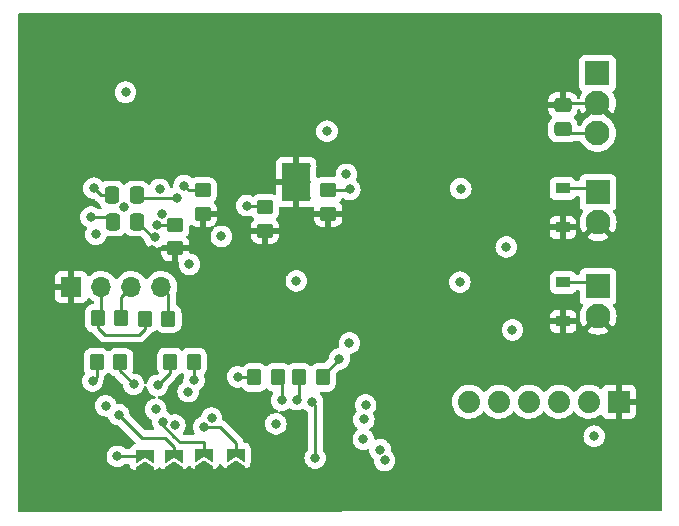
<source format=gbr>
%TF.GenerationSoftware,KiCad,Pcbnew,6.0.11-2627ca5db0~126~ubuntu22.04.1*%
%TF.CreationDate,2023-02-18T02:54:49-05:00*%
%TF.ProjectId,lin-coolant-temperature,6c696e2d-636f-46f6-9c61-6e742d74656d,1.0*%
%TF.SameCoordinates,Original*%
%TF.FileFunction,Copper,L4,Bot*%
%TF.FilePolarity,Positive*%
%FSLAX46Y46*%
G04 Gerber Fmt 4.6, Leading zero omitted, Abs format (unit mm)*
G04 Created by KiCad (PCBNEW 6.0.11-2627ca5db0~126~ubuntu22.04.1) date 2023-02-18 02:54:49*
%MOMM*%
%LPD*%
G01*
G04 APERTURE LIST*
G04 Aperture macros list*
%AMRoundRect*
0 Rectangle with rounded corners*
0 $1 Rounding radius*
0 $2 $3 $4 $5 $6 $7 $8 $9 X,Y pos of 4 corners*
0 Add a 4 corners polygon primitive as box body*
4,1,4,$2,$3,$4,$5,$6,$7,$8,$9,$2,$3,0*
0 Add four circle primitives for the rounded corners*
1,1,$1+$1,$2,$3*
1,1,$1+$1,$4,$5*
1,1,$1+$1,$6,$7*
1,1,$1+$1,$8,$9*
0 Add four rect primitives between the rounded corners*
20,1,$1+$1,$2,$3,$4,$5,0*
20,1,$1+$1,$4,$5,$6,$7,0*
20,1,$1+$1,$6,$7,$8,$9,0*
20,1,$1+$1,$8,$9,$2,$3,0*%
%AMFreePoly0*
4,1,6,1.000000,0.000000,0.500000,-0.750000,-0.500000,-0.750000,-0.500000,0.750000,0.500000,0.750000,1.000000,0.000000,1.000000,0.000000,$1*%
%AMFreePoly1*
4,1,6,0.500000,-0.750000,-0.650000,-0.750000,-0.150000,0.000000,-0.650000,0.750000,0.500000,0.750000,0.500000,-0.750000,0.500000,-0.750000,$1*%
G04 Aperture macros list end*
%TA.AperFunction,ComponentPad*%
%ADD10R,2.100000X2.100000*%
%TD*%
%TA.AperFunction,ComponentPad*%
%ADD11C,2.100000*%
%TD*%
%TA.AperFunction,SMDPad,CuDef*%
%ADD12R,1.200000X0.900000*%
%TD*%
%TA.AperFunction,ComponentPad*%
%ADD13R,1.700000X1.700000*%
%TD*%
%TA.AperFunction,ComponentPad*%
%ADD14O,1.700000X1.700000*%
%TD*%
%TA.AperFunction,ComponentPad*%
%ADD15C,0.500000*%
%TD*%
%TA.AperFunction,SMDPad,CuDef*%
%ADD16R,2.400000X3.200000*%
%TD*%
%TA.AperFunction,ComponentPad*%
%ADD17R,1.879600X1.879600*%
%TD*%
%TA.AperFunction,ComponentPad*%
%ADD18C,1.879600*%
%TD*%
%TA.AperFunction,SMDPad,CuDef*%
%ADD19RoundRect,0.250000X-0.350000X-0.450000X0.350000X-0.450000X0.350000X0.450000X-0.350000X0.450000X0*%
%TD*%
%TA.AperFunction,SMDPad,CuDef*%
%ADD20RoundRect,0.250000X-0.450000X0.350000X-0.450000X-0.350000X0.450000X-0.350000X0.450000X0.350000X0*%
%TD*%
%TA.AperFunction,SMDPad,CuDef*%
%ADD21FreePoly0,90.000000*%
%TD*%
%TA.AperFunction,SMDPad,CuDef*%
%ADD22FreePoly1,90.000000*%
%TD*%
%TA.AperFunction,SMDPad,CuDef*%
%ADD23RoundRect,0.250000X0.350000X0.450000X-0.350000X0.450000X-0.350000X-0.450000X0.350000X-0.450000X0*%
%TD*%
%TA.AperFunction,SMDPad,CuDef*%
%ADD24RoundRect,0.250000X0.475000X-0.337500X0.475000X0.337500X-0.475000X0.337500X-0.475000X-0.337500X0*%
%TD*%
%TA.AperFunction,SMDPad,CuDef*%
%ADD25RoundRect,0.250000X0.450000X-0.350000X0.450000X0.350000X-0.450000X0.350000X-0.450000X-0.350000X0*%
%TD*%
%TA.AperFunction,SMDPad,CuDef*%
%ADD26RoundRect,0.250000X0.337500X0.475000X-0.337500X0.475000X-0.337500X-0.475000X0.337500X-0.475000X0*%
%TD*%
%TA.AperFunction,SMDPad,CuDef*%
%ADD27RoundRect,0.250000X-0.337500X-0.475000X0.337500X-0.475000X0.337500X0.475000X-0.337500X0.475000X0*%
%TD*%
%TA.AperFunction,ViaPad*%
%ADD28C,0.800000*%
%TD*%
%TA.AperFunction,Conductor*%
%ADD29C,0.250000*%
%TD*%
G04 APERTURE END LIST*
D10*
%TO.P,J5,1,Pin_1*%
%TO.N,Net-(D5-Pad1)*%
X224750000Y-82030000D03*
D11*
%TO.P,J5,2,Pin_2*%
%TO.N,GND*%
X224750000Y-84570000D03*
%TD*%
D10*
%TO.P,J4,1,Pin_1*%
%TO.N,Net-(D4-Pad1)*%
X224750000Y-74075000D03*
D11*
%TO.P,J4,2,Pin_2*%
%TO.N,GND*%
X224750000Y-76615000D03*
%TD*%
D12*
%TO.P,D5,1,K*%
%TO.N,Net-(D5-Pad1)*%
X221800000Y-81700000D03*
%TO.P,D5,2,A*%
%TO.N,GND*%
X221800000Y-85000000D03*
%TD*%
%TO.P,D4,1,K*%
%TO.N,Net-(D4-Pad1)*%
X221750000Y-73750000D03*
%TO.P,D4,2,A*%
%TO.N,GND*%
X221750000Y-77050000D03*
%TD*%
D13*
%TO.P,J2,1,Pin_1*%
%TO.N,GND*%
X180150000Y-82100000D03*
D14*
%TO.P,J2,2,Pin_2*%
%TO.N,+5V*%
X182690000Y-82100000D03*
%TO.P,J2,3,Pin_3*%
%TO.N,SDA5V*%
X185230000Y-82100000D03*
%TO.P,J2,4,Pin_4*%
%TO.N,SCL5V*%
X187770000Y-82100000D03*
%TD*%
D15*
%TO.P,U5,9,GND*%
%TO.N,GND*%
X200150000Y-71850000D03*
X198250000Y-73200000D03*
X198250000Y-74550000D03*
X200150000Y-73200000D03*
X200150000Y-74550000D03*
D16*
X199200000Y-73200000D03*
D15*
X198250000Y-71850000D03*
%TD*%
D10*
%TO.P,J3,1,Pin_1*%
%TO.N,+BATT*%
X224700000Y-64000000D03*
D11*
%TO.P,J3,2,Pin_2*%
%TO.N,GND*%
X224700000Y-66540000D03*
%TO.P,J3,3,Pin_3*%
%TO.N,LIN*%
X224700000Y-69080000D03*
%TD*%
D17*
%TO.P,J1,1,GND*%
%TO.N,GND*%
X226520000Y-91800000D03*
D18*
%TO.P,J1,2,CTS*%
%TO.N,unconnected-(J1-Pad2)*%
X223980000Y-91800000D03*
%TO.P,J1,3,VCC*%
%TO.N,Net-(J1-Pad3)*%
X221440000Y-91800000D03*
%TO.P,J1,4,TXD*%
%TO.N,Net-(J1-Pad4)*%
X218900000Y-91800000D03*
%TO.P,J1,5,RXD*%
%TO.N,UPDI*%
X216360000Y-91800000D03*
%TO.P,J1,6,RTS*%
%TO.N,unconnected-(J1-Pad6)*%
X213820000Y-91800000D03*
%TD*%
D19*
%TO.P,R3,1*%
%TO.N,+3V3*%
X195650000Y-89750000D03*
%TO.P,R3,2*%
%TO.N,~{LIN_SLP}*%
X197650000Y-89750000D03*
%TD*%
D20*
%TO.P,R18,1*%
%TO.N,Net-(R17-Pad2)*%
X196550000Y-75350000D03*
%TO.P,R18,2*%
%TO.N,GND*%
X196550000Y-77350000D03*
%TD*%
D21*
%TO.P,JP2,1,A*%
%TO.N,GND*%
X194075000Y-97725000D03*
D22*
%TO.P,JP2,2,B*%
%TO.N,Net-(JP2-Pad2)*%
X194075000Y-96275000D03*
%TD*%
D19*
%TO.P,R7,1*%
%TO.N,+5V*%
X182400000Y-84725000D03*
%TO.P,R7,2*%
%TO.N,SDA5V*%
X184400000Y-84725000D03*
%TD*%
D21*
%TO.P,JP5,1,A*%
%TO.N,GND*%
X186350000Y-97875000D03*
D22*
%TO.P,JP5,2,B*%
%TO.N,Net-(JP5-Pad2)*%
X186350000Y-96425000D03*
%TD*%
D23*
%TO.P,R4,1*%
%TO.N,+3V3*%
X201425000Y-89750000D03*
%TO.P,R4,2*%
%TO.N,~{LIN_WAKE}*%
X199425000Y-89750000D03*
%TD*%
D24*
%TO.P,C2,1*%
%TO.N,LIN*%
X221775000Y-68750000D03*
%TO.P,C2,2*%
%TO.N,GND*%
X221775000Y-66675000D03*
%TD*%
D20*
%TO.P,R14,1*%
%TO.N,Net-(R13-Pad2)*%
X201900000Y-73900000D03*
%TO.P,R14,2*%
%TO.N,GND*%
X201900000Y-75900000D03*
%TD*%
D19*
%TO.P,R8,1*%
%TO.N,+5V*%
X186375000Y-84775000D03*
%TO.P,R8,2*%
%TO.N,SCL5V*%
X188375000Y-84775000D03*
%TD*%
%TO.P,R9,1*%
%TO.N,+3V3*%
X182300000Y-88450000D03*
%TO.P,R9,2*%
%TO.N,SDA3V*%
X184300000Y-88450000D03*
%TD*%
D25*
%TO.P,R12,1*%
%TO.N,GND*%
X188950000Y-78825000D03*
%TO.P,R12,2*%
%TO.N,Net-(R11-Pad2)*%
X188950000Y-76825000D03*
%TD*%
D20*
%TO.P,R16,1*%
%TO.N,Net-(C6-Pad2)*%
X191300000Y-73900000D03*
%TO.P,R16,2*%
%TO.N,GND*%
X191300000Y-75900000D03*
%TD*%
D23*
%TO.P,R10,1*%
%TO.N,+3V3*%
X190525000Y-88425000D03*
%TO.P,R10,2*%
%TO.N,SCL3V*%
X188525000Y-88425000D03*
%TD*%
D26*
%TO.P,C7,1*%
%TO.N,Net-(C7-Pad1)*%
X185750000Y-76575000D03*
%TO.P,C7,2*%
%TO.N,Net-(C7-Pad2)*%
X183675000Y-76575000D03*
%TD*%
D27*
%TO.P,C8,1*%
%TO.N,Net-(C8-Pad1)*%
X183600000Y-74325000D03*
%TO.P,C8,2*%
%TO.N,Net-(C8-Pad2)*%
X185675000Y-74325000D03*
%TD*%
D21*
%TO.P,JP4,1,A*%
%TO.N,GND*%
X188825000Y-97825000D03*
D22*
%TO.P,JP4,2,B*%
%TO.N,Net-(JP4-Pad2)*%
X188825000Y-96375000D03*
%TD*%
D21*
%TO.P,JP3,1,A*%
%TO.N,GND*%
X191425000Y-97775000D03*
D22*
%TO.P,JP3,2,B*%
%TO.N,Net-(JP3-Pad2)*%
X191425000Y-96325000D03*
%TD*%
D28*
%TO.N,Net-(U2-Pad5)*%
X204875000Y-94975000D03*
X203700000Y-86825000D03*
%TO.N,GND*%
X207600000Y-86525000D03*
%TO.N,+3V3*%
X217500000Y-85725000D03*
%TO.N,GND*%
X215982713Y-84558738D03*
%TO.N,+3V3*%
X213050000Y-81675000D03*
X216975000Y-78700000D03*
X213125000Y-73775000D03*
%TO.N,GND*%
X216306500Y-76517165D03*
X211450000Y-63225000D03*
X184652903Y-75302969D03*
X203300000Y-61500000D03*
X177100000Y-71300000D03*
X205400000Y-77200000D03*
X176900000Y-62050000D03*
X177125000Y-76350000D03*
X207550000Y-91950000D03*
X183100000Y-94450000D03*
X200500000Y-82850000D03*
X187000000Y-79000000D03*
X206625000Y-89750000D03*
%TO.N,Net-(C5-Pad1)*%
X203435000Y-72565000D03*
X201800000Y-68900000D03*
%TO.N,LIN*%
X199200000Y-81575000D03*
%TO.N,TXD*%
X200800000Y-96575000D03*
X200550000Y-91800000D03*
%TO.N,~{LIN_SLP}*%
X197950000Y-91675000D03*
%TO.N,~{LIN_WAKE}*%
X204925000Y-93300000D03*
X199225000Y-91625000D03*
%TO.N,Net-(C6-Pad2)*%
X189700000Y-73500000D03*
%TO.N,Net-(C7-Pad1)*%
X187200000Y-77875000D03*
X187625000Y-73825500D03*
%TO.N,Net-(C7-Pad2)*%
X181812000Y-76162529D03*
%TO.N,Net-(C8-Pad1)*%
X182075000Y-73725000D03*
%TO.N,Net-(C8-Pad2)*%
X189075000Y-74550000D03*
%TO.N,SDA3V*%
X187300000Y-92450000D03*
X206675000Y-96775000D03*
X185425000Y-90325000D03*
%TO.N,SCL3V*%
X206290576Y-95852382D03*
X187450000Y-90425000D03*
X188918398Y-93779600D03*
%TO.N,+3V3*%
X194225000Y-89700000D03*
X197475000Y-93675000D03*
X192850000Y-77800000D03*
X184750000Y-65600000D03*
X190050000Y-90950000D03*
X202850000Y-88175000D03*
X187809929Y-75950089D03*
X192025000Y-93200000D03*
X224425000Y-94725000D03*
X181950000Y-90050000D03*
X190150000Y-80175000D03*
X190550000Y-89975000D03*
X182225000Y-77625000D03*
%TO.N,Net-(R11-Pad2)*%
X187374999Y-76850001D03*
%TO.N,Net-(R13-Pad2)*%
X203735000Y-73835000D03*
%TO.N,Net-(R17-Pad2)*%
X195000000Y-75200000D03*
%TO.N,~{LIN_SLP}*%
X205075000Y-92075000D03*
%TO.N,Net-(JP2-Pad2)*%
X191362756Y-93948624D03*
%TO.N,Net-(JP3-Pad2)*%
X187887299Y-93487701D03*
%TO.N,Net-(JP4-Pad2)*%
X184175000Y-92899500D03*
%TO.N,Net-(JP5-Pad2)*%
X184049695Y-96425000D03*
X183075000Y-92150000D03*
%TD*%
D29*
%TO.N,Net-(D4-Pad1)*%
X221750000Y-73750000D02*
X224425000Y-73750000D01*
X224425000Y-73750000D02*
X224750000Y-74075000D01*
%TO.N,Net-(D5-Pad1)*%
X221800000Y-81700000D02*
X224420000Y-81700000D01*
X224420000Y-81700000D02*
X224750000Y-82030000D01*
%TO.N,TXD*%
X200550000Y-91800000D02*
X200800000Y-92050000D01*
X200800000Y-92050000D02*
X200800000Y-96575000D01*
%TO.N,~{LIN_SLP}*%
X197950000Y-91675000D02*
X197950000Y-90050000D01*
X197950000Y-90050000D02*
X197650000Y-89750000D01*
%TO.N,~{LIN_WAKE}*%
X199225000Y-91625000D02*
X199425000Y-91425000D01*
X199425000Y-91425000D02*
X199425000Y-89750000D01*
%TO.N,GND*%
X221775000Y-66675000D02*
X221910000Y-66540000D01*
X221910000Y-66540000D02*
X224700000Y-66540000D01*
%TO.N,+5V*%
X185900000Y-86150000D02*
X183000000Y-86150000D01*
X186375000Y-84775000D02*
X186375000Y-85675000D01*
X183000000Y-86150000D02*
X182400000Y-85550000D01*
X186375000Y-85675000D02*
X185900000Y-86150000D01*
X182400000Y-85550000D02*
X182400000Y-84725000D01*
X182400000Y-84725000D02*
X182690000Y-84435000D01*
X182690000Y-84435000D02*
X182690000Y-82100000D01*
%TO.N,LIN*%
X222105000Y-69080000D02*
X224700000Y-69080000D01*
X221775000Y-68750000D02*
X222105000Y-69080000D01*
%TO.N,Net-(C6-Pad2)*%
X189700000Y-73500000D02*
X190100000Y-73900000D01*
X190100000Y-73900000D02*
X191300000Y-73900000D01*
%TO.N,Net-(C7-Pad1)*%
X187200000Y-77875000D02*
X187050000Y-77875000D01*
X187050000Y-77875000D02*
X185750000Y-76575000D01*
%TO.N,Net-(C7-Pad2)*%
X183262529Y-76162529D02*
X183675000Y-76575000D01*
X181812000Y-76162529D02*
X183262529Y-76162529D01*
%TO.N,Net-(C8-Pad1)*%
X182675000Y-74325000D02*
X183600000Y-74325000D01*
X182075000Y-73725000D02*
X182675000Y-74325000D01*
%TO.N,Net-(C8-Pad2)*%
X185900000Y-74550000D02*
X185675000Y-74325000D01*
X189075000Y-74550000D02*
X185900000Y-74550000D01*
%TO.N,SDA3V*%
X184300000Y-88450000D02*
X184300000Y-89200000D01*
X184300000Y-89200000D02*
X185425000Y-90325000D01*
%TO.N,SCL3V*%
X188525000Y-88425000D02*
X188525000Y-89350000D01*
X188525000Y-89350000D02*
X187450000Y-90425000D01*
%TO.N,+3V3*%
X182300000Y-89700000D02*
X181950000Y-90050000D01*
X201425000Y-89750000D02*
X201425000Y-89600000D01*
X190525000Y-88425000D02*
X190525000Y-89950000D01*
X201425000Y-89600000D02*
X202850000Y-88175000D01*
X194275000Y-89750000D02*
X194225000Y-89700000D01*
X195650000Y-89750000D02*
X194275000Y-89750000D01*
X182300000Y-88450000D02*
X182300000Y-89700000D01*
X190525000Y-89950000D02*
X190550000Y-89975000D01*
%TO.N,SCL5V*%
X188375000Y-84775000D02*
X188375000Y-82705000D01*
X188375000Y-82705000D02*
X187770000Y-82100000D01*
%TO.N,SDA5V*%
X184400000Y-84725000D02*
X184400000Y-82930000D01*
X184400000Y-82930000D02*
X185230000Y-82100000D01*
%TO.N,Net-(R11-Pad2)*%
X188950000Y-76825000D02*
X187400000Y-76825000D01*
X187400000Y-76825000D02*
X187374999Y-76850001D01*
%TO.N,Net-(R13-Pad2)*%
X201900000Y-73900000D02*
X203670000Y-73900000D01*
X203670000Y-73900000D02*
X203735000Y-73835000D01*
%TO.N,Net-(R17-Pad2)*%
X195000000Y-75200000D02*
X196400000Y-75200000D01*
X196400000Y-75200000D02*
X196550000Y-75350000D01*
%TO.N,Net-(JP2-Pad2)*%
X194075000Y-96275000D02*
X194075000Y-95275000D01*
X192748624Y-93948624D02*
X191362756Y-93948624D01*
X194075000Y-95275000D02*
X194025000Y-95225000D01*
X194025000Y-95225000D02*
X192748624Y-93948624D01*
%TO.N,Net-(JP3-Pad2)*%
X187887299Y-93787299D02*
X187887299Y-93487701D01*
X191425000Y-96325000D02*
X191425000Y-95275000D01*
X189850000Y-95225000D02*
X189325000Y-95225000D01*
X188875000Y-94775000D02*
X187887299Y-93787299D01*
X191425000Y-95275000D02*
X191375000Y-95225000D01*
X191375000Y-95225000D02*
X189850000Y-95225000D01*
X189325000Y-95225000D02*
X188875000Y-94775000D01*
%TO.N,Net-(JP4-Pad2)*%
X186775000Y-94850000D02*
X186125500Y-94850000D01*
X188050000Y-94850000D02*
X186775000Y-94850000D01*
X188825000Y-96375000D02*
X188825000Y-95625000D01*
X188825000Y-95625000D02*
X188150000Y-94950000D01*
X186125500Y-94850000D02*
X184175000Y-92899500D01*
X188150000Y-94950000D02*
X188050000Y-94850000D01*
%TO.N,Net-(JP5-Pad2)*%
X186350000Y-96425000D02*
X184049695Y-96425000D01*
%TD*%
%TA.AperFunction,Conductor*%
%TO.N,GND*%
G36*
X230065621Y-58948502D02*
G01*
X230112114Y-59002158D01*
X230123500Y-59054500D01*
X230123500Y-100966071D01*
X230103498Y-101034192D01*
X230049842Y-101080685D01*
X229997614Y-101092071D01*
X175783994Y-101140950D01*
X175715855Y-101121009D01*
X175669314Y-101067396D01*
X175657880Y-101015096D01*
X175645159Y-90050000D01*
X181036496Y-90050000D01*
X181037186Y-90056565D01*
X181055021Y-90226252D01*
X181056458Y-90239928D01*
X181115473Y-90421556D01*
X181118776Y-90427278D01*
X181118777Y-90427279D01*
X181139215Y-90462679D01*
X181210960Y-90586944D01*
X181215378Y-90591851D01*
X181215379Y-90591852D01*
X181303996Y-90690271D01*
X181338747Y-90728866D01*
X181493248Y-90841118D01*
X181499276Y-90843802D01*
X181499278Y-90843803D01*
X181661681Y-90916109D01*
X181667712Y-90918794D01*
X181726106Y-90931206D01*
X181848056Y-90957128D01*
X181848061Y-90957128D01*
X181854513Y-90958500D01*
X182045487Y-90958500D01*
X182051939Y-90957128D01*
X182051944Y-90957128D01*
X182173894Y-90931206D01*
X182232288Y-90918794D01*
X182238319Y-90916109D01*
X182400722Y-90843803D01*
X182400724Y-90843802D01*
X182406752Y-90841118D01*
X182561253Y-90728866D01*
X182596004Y-90690271D01*
X182684621Y-90591852D01*
X182684622Y-90591851D01*
X182689040Y-90586944D01*
X182760785Y-90462679D01*
X182781223Y-90427279D01*
X182781224Y-90427278D01*
X182784527Y-90421556D01*
X182843542Y-90239928D01*
X182844980Y-90226252D01*
X182862814Y-90056565D01*
X182863504Y-90050000D01*
X182862336Y-90038884D01*
X182877230Y-89965011D01*
X182893695Y-89935060D01*
X182898733Y-89915437D01*
X182905137Y-89896734D01*
X182910033Y-89885420D01*
X182910033Y-89885419D01*
X182913181Y-89878145D01*
X182914420Y-89870322D01*
X182914423Y-89870312D01*
X182920099Y-89834476D01*
X182922505Y-89822856D01*
X182931528Y-89787711D01*
X182931528Y-89787710D01*
X182933500Y-89780030D01*
X182933500Y-89759776D01*
X182935051Y-89740065D01*
X182936980Y-89727886D01*
X182938220Y-89720057D01*
X182936077Y-89697390D01*
X182949579Y-89627691D01*
X182995215Y-89578388D01*
X183010600Y-89568868D01*
X183124348Y-89498478D01*
X183210784Y-89411891D01*
X183273066Y-89377812D01*
X183343886Y-89382815D01*
X183388975Y-89411736D01*
X183430090Y-89452779D01*
X183476697Y-89499305D01*
X183482927Y-89503145D01*
X183482928Y-89503146D01*
X183605835Y-89578907D01*
X183627262Y-89592115D01*
X183795139Y-89647797D01*
X183801975Y-89648497D01*
X183801978Y-89648498D01*
X183813801Y-89649709D01*
X183879528Y-89676550D01*
X183890054Y-89685958D01*
X184477878Y-90273782D01*
X184511904Y-90336094D01*
X184514092Y-90349703D01*
X184517566Y-90382749D01*
X184528548Y-90487237D01*
X184531458Y-90514928D01*
X184590473Y-90696556D01*
X184593776Y-90702278D01*
X184593777Y-90702279D01*
X184606292Y-90723955D01*
X184685960Y-90861944D01*
X184690378Y-90866851D01*
X184690379Y-90866852D01*
X184761313Y-90945632D01*
X184813747Y-91003866D01*
X184912843Y-91075864D01*
X184951385Y-91103866D01*
X184968248Y-91116118D01*
X184974276Y-91118802D01*
X184974278Y-91118803D01*
X185136681Y-91191109D01*
X185142712Y-91193794D01*
X185229479Y-91212237D01*
X185323056Y-91232128D01*
X185323061Y-91232128D01*
X185329513Y-91233500D01*
X185520487Y-91233500D01*
X185526939Y-91232128D01*
X185526944Y-91232128D01*
X185620521Y-91212237D01*
X185707288Y-91193794D01*
X185713319Y-91191109D01*
X185875722Y-91118803D01*
X185875724Y-91118802D01*
X185881752Y-91116118D01*
X185898616Y-91103866D01*
X185937157Y-91075864D01*
X186036253Y-91003866D01*
X186088687Y-90945632D01*
X186159621Y-90866852D01*
X186159622Y-90866851D01*
X186164040Y-90861944D01*
X186243708Y-90723955D01*
X186256223Y-90702279D01*
X186256224Y-90702278D01*
X186259527Y-90696556D01*
X186307186Y-90549878D01*
X186347260Y-90491272D01*
X186412656Y-90463635D01*
X186482613Y-90475742D01*
X186534919Y-90523748D01*
X186552329Y-90575643D01*
X186555578Y-90606551D01*
X186556458Y-90614928D01*
X186615473Y-90796556D01*
X186618776Y-90802278D01*
X186618777Y-90802279D01*
X186701542Y-90945632D01*
X186710960Y-90961944D01*
X186715378Y-90966851D01*
X186715379Y-90966852D01*
X186815361Y-91077893D01*
X186838747Y-91103866D01*
X186993248Y-91216118D01*
X186999276Y-91218802D01*
X186999278Y-91218803D01*
X187145449Y-91283882D01*
X187167712Y-91293794D01*
X187188963Y-91298311D01*
X187251436Y-91332039D01*
X187285758Y-91394189D01*
X187281030Y-91465028D01*
X187238754Y-91522065D01*
X187188963Y-91544805D01*
X187129642Y-91557414D01*
X187017712Y-91581206D01*
X187011682Y-91583891D01*
X187011681Y-91583891D01*
X186849278Y-91656197D01*
X186849276Y-91656198D01*
X186843248Y-91658882D01*
X186837907Y-91662762D01*
X186837906Y-91662763D01*
X186812028Y-91681565D01*
X186688747Y-91771134D01*
X186684326Y-91776044D01*
X186684325Y-91776045D01*
X186580248Y-91891635D01*
X186560960Y-91913056D01*
X186537440Y-91953794D01*
X186476200Y-92059865D01*
X186465473Y-92078444D01*
X186406458Y-92260072D01*
X186405768Y-92266633D01*
X186405768Y-92266635D01*
X186398084Y-92339747D01*
X186386496Y-92450000D01*
X186387186Y-92456565D01*
X186404483Y-92621134D01*
X186406458Y-92639928D01*
X186465473Y-92821556D01*
X186468776Y-92827278D01*
X186468777Y-92827279D01*
X186482915Y-92851766D01*
X186560960Y-92986944D01*
X186565378Y-92991851D01*
X186565379Y-92991852D01*
X186670036Y-93108085D01*
X186688747Y-93128866D01*
X186733508Y-93161387D01*
X186827511Y-93229684D01*
X186843248Y-93241118D01*
X186849283Y-93243805D01*
X186909088Y-93270433D01*
X186963183Y-93316413D01*
X186983832Y-93384340D01*
X186983148Y-93398709D01*
X186981184Y-93417398D01*
X186973795Y-93487701D01*
X186974485Y-93494266D01*
X186992791Y-93668435D01*
X186993757Y-93677629D01*
X187052772Y-93859257D01*
X187056075Y-93864979D01*
X187056076Y-93864980D01*
X187148259Y-94024645D01*
X187146452Y-94025688D01*
X187167009Y-94083315D01*
X187150924Y-94152465D01*
X187100007Y-94201942D01*
X187041214Y-94216500D01*
X186440094Y-94216500D01*
X186371973Y-94196498D01*
X186350999Y-94179595D01*
X185122122Y-92950717D01*
X185088096Y-92888405D01*
X185085907Y-92874792D01*
X185082421Y-92841619D01*
X185076414Y-92784472D01*
X185069232Y-92716135D01*
X185069232Y-92716133D01*
X185068542Y-92709572D01*
X185009527Y-92527944D01*
X185003354Y-92517251D01*
X184964526Y-92450000D01*
X184914040Y-92362556D01*
X184906216Y-92353866D01*
X184790675Y-92225545D01*
X184790674Y-92225544D01*
X184786253Y-92220634D01*
X184659804Y-92128763D01*
X184637094Y-92112263D01*
X184637093Y-92112262D01*
X184631752Y-92108382D01*
X184625724Y-92105698D01*
X184625722Y-92105697D01*
X184463319Y-92033391D01*
X184463318Y-92033391D01*
X184457288Y-92030706D01*
X184347205Y-92007307D01*
X184276944Y-91992372D01*
X184276939Y-91992372D01*
X184270487Y-91991000D01*
X184079513Y-91991000D01*
X184079513Y-91990513D01*
X184013776Y-91978490D01*
X183961930Y-91929988D01*
X183950612Y-91904890D01*
X183939598Y-91870992D01*
X183909527Y-91778444D01*
X183898510Y-91759361D01*
X183840498Y-91658882D01*
X183814040Y-91613056D01*
X183805701Y-91603794D01*
X183690675Y-91476045D01*
X183690674Y-91476044D01*
X183686253Y-91471134D01*
X183531752Y-91358882D01*
X183525724Y-91356198D01*
X183525722Y-91356197D01*
X183363319Y-91283891D01*
X183363318Y-91283891D01*
X183357288Y-91281206D01*
X183263888Y-91261353D01*
X183176944Y-91242872D01*
X183176939Y-91242872D01*
X183170487Y-91241500D01*
X182979513Y-91241500D01*
X182973061Y-91242872D01*
X182973056Y-91242872D01*
X182886112Y-91261353D01*
X182792712Y-91281206D01*
X182786682Y-91283891D01*
X182786681Y-91283891D01*
X182624278Y-91356197D01*
X182624276Y-91356198D01*
X182618248Y-91358882D01*
X182463747Y-91471134D01*
X182459326Y-91476044D01*
X182459325Y-91476045D01*
X182344300Y-91603794D01*
X182335960Y-91613056D01*
X182309502Y-91658882D01*
X182251491Y-91759361D01*
X182240473Y-91778444D01*
X182181458Y-91960072D01*
X182180768Y-91966633D01*
X182180768Y-91966635D01*
X182170969Y-92059865D01*
X182161496Y-92150000D01*
X182162186Y-92156565D01*
X182177232Y-92299716D01*
X182181458Y-92339928D01*
X182240473Y-92521556D01*
X182335960Y-92686944D01*
X182340378Y-92691851D01*
X182340379Y-92691852D01*
X182442215Y-92804952D01*
X182463747Y-92828866D01*
X182545695Y-92888405D01*
X182579542Y-92912996D01*
X182618248Y-92941118D01*
X182624276Y-92943802D01*
X182624278Y-92943803D01*
X182773122Y-93010072D01*
X182792712Y-93018794D01*
X182874149Y-93036104D01*
X182973056Y-93057128D01*
X182973061Y-93057128D01*
X182979513Y-93058500D01*
X183170487Y-93058500D01*
X183170487Y-93058987D01*
X183236224Y-93071010D01*
X183288070Y-93119512D01*
X183299388Y-93144609D01*
X183340473Y-93271056D01*
X183343776Y-93276778D01*
X183343777Y-93276779D01*
X183355868Y-93297721D01*
X183435960Y-93436444D01*
X183440378Y-93441351D01*
X183440379Y-93441352D01*
X183543943Y-93556371D01*
X183563747Y-93578366D01*
X183662843Y-93650364D01*
X183705788Y-93681565D01*
X183718248Y-93690618D01*
X183724276Y-93693302D01*
X183724278Y-93693303D01*
X183871154Y-93758696D01*
X183892712Y-93768294D01*
X183976788Y-93786165D01*
X184073056Y-93806628D01*
X184073061Y-93806628D01*
X184079513Y-93808000D01*
X184135406Y-93808000D01*
X184203527Y-93828002D01*
X184224501Y-93844905D01*
X185585246Y-95205650D01*
X185619272Y-95267962D01*
X185614207Y-95338777D01*
X185571660Y-95395613D01*
X185526525Y-95415261D01*
X185526889Y-95416500D01*
X185395235Y-95455157D01*
X185395233Y-95455158D01*
X185386589Y-95457696D01*
X185379010Y-95462567D01*
X185271159Y-95531878D01*
X185271156Y-95531880D01*
X185263579Y-95536750D01*
X185257678Y-95543560D01*
X185173726Y-95640445D01*
X185173724Y-95640448D01*
X185167824Y-95647257D01*
X185164080Y-95655454D01*
X185164080Y-95655455D01*
X185135589Y-95717842D01*
X185089096Y-95771498D01*
X185020975Y-95791500D01*
X184757895Y-95791500D01*
X184689774Y-95771498D01*
X184670548Y-95755157D01*
X184670275Y-95755460D01*
X184665363Y-95751037D01*
X184660948Y-95746134D01*
X184506447Y-95633882D01*
X184500419Y-95631198D01*
X184500417Y-95631197D01*
X184338014Y-95558891D01*
X184338013Y-95558891D01*
X184331983Y-95556206D01*
X184238583Y-95536353D01*
X184151639Y-95517872D01*
X184151634Y-95517872D01*
X184145182Y-95516500D01*
X183954208Y-95516500D01*
X183947756Y-95517872D01*
X183947751Y-95517872D01*
X183860807Y-95536353D01*
X183767407Y-95556206D01*
X183761377Y-95558891D01*
X183761376Y-95558891D01*
X183598973Y-95631197D01*
X183598971Y-95631198D01*
X183592943Y-95633882D01*
X183438442Y-95746134D01*
X183434021Y-95751044D01*
X183434020Y-95751045D01*
X183315993Y-95882128D01*
X183310655Y-95888056D01*
X183215168Y-96053444D01*
X183156153Y-96235072D01*
X183136191Y-96425000D01*
X183156153Y-96614928D01*
X183215168Y-96796556D01*
X183310655Y-96961944D01*
X183315073Y-96966851D01*
X183315074Y-96966852D01*
X183428140Y-97092425D01*
X183438442Y-97103866D01*
X183486827Y-97139020D01*
X183560333Y-97192425D01*
X183592943Y-97216118D01*
X183598971Y-97218802D01*
X183598973Y-97218803D01*
X183753553Y-97287626D01*
X183767407Y-97293794D01*
X183852796Y-97311944D01*
X183947751Y-97332128D01*
X183947756Y-97332128D01*
X183954208Y-97333500D01*
X184145182Y-97333500D01*
X184151634Y-97332128D01*
X184151639Y-97332128D01*
X184246594Y-97311944D01*
X184331983Y-97293794D01*
X184345837Y-97287626D01*
X184500417Y-97218803D01*
X184500419Y-97218802D01*
X184506447Y-97216118D01*
X184539058Y-97192425D01*
X184649830Y-97111944D01*
X184660948Y-97103866D01*
X184665363Y-97098963D01*
X184670275Y-97094540D01*
X184671400Y-97095789D01*
X184724709Y-97062949D01*
X184757895Y-97058500D01*
X184970647Y-97058500D01*
X185038768Y-97078502D01*
X185085261Y-97132158D01*
X185092701Y-97155402D01*
X185092800Y-97156645D01*
X185136348Y-97296233D01*
X185141348Y-97303733D01*
X185141349Y-97303735D01*
X185217457Y-97417897D01*
X185329558Y-97511782D01*
X185337813Y-97515386D01*
X185337817Y-97515388D01*
X185454030Y-97566118D01*
X185463569Y-97570282D01*
X185472510Y-97571415D01*
X185472512Y-97571415D01*
X185599693Y-97587524D01*
X185599695Y-97587524D01*
X185608632Y-97588656D01*
X185752996Y-97565418D01*
X185857847Y-97515388D01*
X185880905Y-97504386D01*
X185880908Y-97504384D01*
X185884966Y-97502448D01*
X186280108Y-97239020D01*
X186347883Y-97217876D01*
X186419892Y-97239020D01*
X186812938Y-97501051D01*
X186812944Y-97501055D01*
X186815034Y-97502448D01*
X186817234Y-97503673D01*
X186817235Y-97503674D01*
X186880452Y-97538886D01*
X186880454Y-97538887D01*
X186886589Y-97542304D01*
X186893329Y-97544283D01*
X186970185Y-97566850D01*
X187026889Y-97583500D01*
X187173111Y-97583500D01*
X187214269Y-97571415D01*
X187304765Y-97544843D01*
X187304767Y-97544842D01*
X187313411Y-97542304D01*
X187369909Y-97505995D01*
X187428841Y-97468122D01*
X187428844Y-97468120D01*
X187436421Y-97463250D01*
X187511506Y-97376597D01*
X187571231Y-97338214D01*
X187642228Y-97338214D01*
X187691359Y-97369208D01*
X187692457Y-97367897D01*
X187777220Y-97438886D01*
X187804558Y-97461782D01*
X187812813Y-97465386D01*
X187812817Y-97465388D01*
X187930308Y-97516676D01*
X187938569Y-97520282D01*
X187947510Y-97521415D01*
X187947512Y-97521415D01*
X188074693Y-97537524D01*
X188074695Y-97537524D01*
X188083632Y-97538656D01*
X188227996Y-97515418D01*
X188337328Y-97463250D01*
X188355905Y-97454386D01*
X188355908Y-97454384D01*
X188359966Y-97452448D01*
X188755108Y-97189020D01*
X188822883Y-97167876D01*
X188894892Y-97189020D01*
X189287938Y-97451051D01*
X189287944Y-97451055D01*
X189290034Y-97452448D01*
X189292234Y-97453673D01*
X189292235Y-97453674D01*
X189355452Y-97488886D01*
X189355454Y-97488887D01*
X189361589Y-97492304D01*
X189402736Y-97504386D01*
X189445185Y-97516850D01*
X189501889Y-97533500D01*
X189648111Y-97533500D01*
X189689269Y-97521415D01*
X189779765Y-97494843D01*
X189779767Y-97494842D01*
X189788411Y-97492304D01*
X189836287Y-97461536D01*
X189903841Y-97418122D01*
X189903844Y-97418120D01*
X189911421Y-97413250D01*
X189952894Y-97365388D01*
X190001274Y-97309555D01*
X190001276Y-97309552D01*
X190007176Y-97302743D01*
X190025074Y-97263552D01*
X190071566Y-97209896D01*
X190139687Y-97189893D01*
X190207808Y-97209894D01*
X190244526Y-97246000D01*
X190292457Y-97317897D01*
X190404558Y-97411782D01*
X190412813Y-97415386D01*
X190412817Y-97415388D01*
X190530308Y-97466676D01*
X190538569Y-97470282D01*
X190547510Y-97471415D01*
X190547512Y-97471415D01*
X190674693Y-97487524D01*
X190674695Y-97487524D01*
X190683632Y-97488656D01*
X190827996Y-97465418D01*
X190937328Y-97413250D01*
X190955905Y-97404386D01*
X190955908Y-97404384D01*
X190959966Y-97402448D01*
X191355108Y-97139020D01*
X191422883Y-97117876D01*
X191494892Y-97139020D01*
X191887938Y-97401051D01*
X191887944Y-97401055D01*
X191890034Y-97402448D01*
X191892234Y-97403673D01*
X191892235Y-97403674D01*
X191955452Y-97438886D01*
X191955454Y-97438887D01*
X191961589Y-97442304D01*
X192000965Y-97453866D01*
X192049517Y-97468122D01*
X192101889Y-97483500D01*
X192248111Y-97483500D01*
X192289269Y-97471415D01*
X192379765Y-97444843D01*
X192379767Y-97444842D01*
X192388411Y-97442304D01*
X192444909Y-97405995D01*
X192503841Y-97368122D01*
X192503844Y-97368120D01*
X192511421Y-97363250D01*
X192537200Y-97333500D01*
X192601274Y-97259555D01*
X192601276Y-97259552D01*
X192607176Y-97252743D01*
X192645402Y-97169040D01*
X192691894Y-97115385D01*
X192760014Y-97095383D01*
X192828135Y-97115385D01*
X192864853Y-97151491D01*
X192893556Y-97194545D01*
X192942457Y-97267897D01*
X193054558Y-97361782D01*
X193062813Y-97365386D01*
X193062817Y-97365388D01*
X193180308Y-97416676D01*
X193188569Y-97420282D01*
X193197510Y-97421415D01*
X193197512Y-97421415D01*
X193324693Y-97437524D01*
X193324695Y-97437524D01*
X193333632Y-97438656D01*
X193477996Y-97415418D01*
X193589451Y-97362237D01*
X193605905Y-97354386D01*
X193605908Y-97354384D01*
X193609966Y-97352448D01*
X194005108Y-97089020D01*
X194072883Y-97067876D01*
X194144892Y-97089020D01*
X194537938Y-97351051D01*
X194537944Y-97351055D01*
X194540034Y-97352448D01*
X194542234Y-97353673D01*
X194542235Y-97353674D01*
X194605452Y-97388886D01*
X194605454Y-97388887D01*
X194611589Y-97392304D01*
X194652736Y-97404386D01*
X194718456Y-97423683D01*
X194751889Y-97433500D01*
X194898111Y-97433500D01*
X194906755Y-97430962D01*
X195029765Y-97394843D01*
X195029767Y-97394842D01*
X195038411Y-97392304D01*
X195094909Y-97355995D01*
X195153841Y-97318122D01*
X195153844Y-97318120D01*
X195161421Y-97313250D01*
X195180606Y-97291109D01*
X195251274Y-97209555D01*
X195251276Y-97209552D01*
X195257176Y-97202743D01*
X195317919Y-97069734D01*
X195338729Y-96925000D01*
X195338729Y-95775000D01*
X195333500Y-95701889D01*
X195306985Y-95611589D01*
X195294843Y-95570235D01*
X195294842Y-95570233D01*
X195292304Y-95561589D01*
X195263327Y-95516500D01*
X195218122Y-95446159D01*
X195218120Y-95446156D01*
X195213250Y-95438579D01*
X195181735Y-95411271D01*
X195109555Y-95348726D01*
X195109552Y-95348724D01*
X195102743Y-95342824D01*
X195093882Y-95338777D01*
X195025823Y-95307696D01*
X194969734Y-95282081D01*
X194960811Y-95280798D01*
X194829461Y-95261912D01*
X194829455Y-95261912D01*
X194825000Y-95261271D01*
X194820495Y-95261271D01*
X194816327Y-95260973D01*
X194749807Y-95236162D01*
X194707260Y-95179326D01*
X194704319Y-95170446D01*
X194700021Y-95155652D01*
X194696012Y-95136293D01*
X194695846Y-95134983D01*
X194693474Y-95116203D01*
X194690558Y-95108837D01*
X194690556Y-95108831D01*
X194677200Y-95075098D01*
X194673355Y-95063868D01*
X194663230Y-95029017D01*
X194663230Y-95029016D01*
X194661019Y-95021407D01*
X194655927Y-95012797D01*
X194650705Y-95003966D01*
X194642008Y-94986213D01*
X194637472Y-94974758D01*
X194634552Y-94967383D01*
X194608563Y-94931612D01*
X194602047Y-94921692D01*
X194598047Y-94914928D01*
X194579542Y-94883638D01*
X194565218Y-94869314D01*
X194552383Y-94854287D01*
X194540472Y-94837893D01*
X194517659Y-94819020D01*
X194506407Y-94809712D01*
X194497627Y-94801722D01*
X193252276Y-93556371D01*
X193244736Y-93548085D01*
X193240624Y-93541606D01*
X193190972Y-93494980D01*
X193188131Y-93492226D01*
X193168394Y-93472489D01*
X193165197Y-93470009D01*
X193156175Y-93462304D01*
X193129724Y-93437465D01*
X193123945Y-93432038D01*
X193116999Y-93428219D01*
X193116996Y-93428217D01*
X193106190Y-93422276D01*
X193089671Y-93411425D01*
X193083672Y-93406772D01*
X193073665Y-93399010D01*
X193066396Y-93395865D01*
X193066392Y-93395862D01*
X193033087Y-93381450D01*
X193022427Y-93376228D01*
X192998938Y-93363315D01*
X192948879Y-93312970D01*
X192934328Y-93239728D01*
X192934481Y-93238279D01*
X192938504Y-93200000D01*
X192933755Y-93154819D01*
X192919232Y-93016635D01*
X192919232Y-93016633D01*
X192918542Y-93010072D01*
X192859527Y-92828444D01*
X192764040Y-92663056D01*
X192755801Y-92653905D01*
X192640675Y-92526045D01*
X192640674Y-92526044D01*
X192636253Y-92521134D01*
X192495407Y-92418803D01*
X192487094Y-92412763D01*
X192487093Y-92412762D01*
X192481752Y-92408882D01*
X192475724Y-92406198D01*
X192475722Y-92406197D01*
X192313319Y-92333891D01*
X192313318Y-92333891D01*
X192307288Y-92331206D01*
X192213887Y-92311353D01*
X192126944Y-92292872D01*
X192126939Y-92292872D01*
X192120487Y-92291500D01*
X191929513Y-92291500D01*
X191923061Y-92292872D01*
X191923056Y-92292872D01*
X191836113Y-92311353D01*
X191742712Y-92331206D01*
X191736682Y-92333891D01*
X191736681Y-92333891D01*
X191574278Y-92406197D01*
X191574276Y-92406198D01*
X191568248Y-92408882D01*
X191562907Y-92412762D01*
X191562906Y-92412763D01*
X191554593Y-92418803D01*
X191413747Y-92521134D01*
X191409326Y-92526044D01*
X191409325Y-92526045D01*
X191294200Y-92653905D01*
X191285960Y-92663056D01*
X191190473Y-92828444D01*
X191131458Y-93010072D01*
X191128942Y-93009254D01*
X191100838Y-93061348D01*
X191062540Y-93087812D01*
X190912037Y-93154819D01*
X190912030Y-93154823D01*
X190906004Y-93157506D01*
X190751503Y-93269758D01*
X190747082Y-93274668D01*
X190747081Y-93274669D01*
X190637959Y-93395862D01*
X190623716Y-93411680D01*
X190528229Y-93577068D01*
X190469214Y-93758696D01*
X190468524Y-93765257D01*
X190468524Y-93765259D01*
X190462994Y-93817872D01*
X190449252Y-93948624D01*
X190449942Y-93955189D01*
X190468383Y-94130642D01*
X190469214Y-94138552D01*
X190528229Y-94320180D01*
X190575758Y-94402502D01*
X190592495Y-94471495D01*
X190569275Y-94538587D01*
X190513468Y-94582474D01*
X190466638Y-94591500D01*
X189692867Y-94591500D01*
X189624746Y-94571498D01*
X189578253Y-94517842D01*
X189568149Y-94447568D01*
X189599229Y-94381191D01*
X189657438Y-94316544D01*
X189726747Y-94196498D01*
X189749621Y-94156879D01*
X189749622Y-94156878D01*
X189752925Y-94151156D01*
X189811940Y-93969528D01*
X189823851Y-93856206D01*
X189831212Y-93786165D01*
X189831902Y-93779600D01*
X189811940Y-93589672D01*
X189752925Y-93408044D01*
X189747536Y-93398709D01*
X189673085Y-93269758D01*
X189657438Y-93242656D01*
X189638396Y-93221507D01*
X189534073Y-93105645D01*
X189534072Y-93105644D01*
X189529651Y-93100734D01*
X189396225Y-93003794D01*
X189380492Y-92992363D01*
X189380491Y-92992362D01*
X189375150Y-92988482D01*
X189369122Y-92985798D01*
X189369120Y-92985797D01*
X189206717Y-92913491D01*
X189206716Y-92913491D01*
X189200686Y-92910806D01*
X189092278Y-92887763D01*
X189020342Y-92872472D01*
X189020337Y-92872472D01*
X189013885Y-92871100D01*
X188822911Y-92871100D01*
X188816459Y-92872472D01*
X188816454Y-92872472D01*
X188668871Y-92903842D01*
X188598080Y-92898440D01*
X188549038Y-92864906D01*
X188537207Y-92851766D01*
X188498552Y-92808835D01*
X188360105Y-92708247D01*
X188349393Y-92700464D01*
X188349392Y-92700463D01*
X188344051Y-92696583D01*
X188333425Y-92691852D01*
X188278211Y-92667268D01*
X188224116Y-92621288D01*
X188203467Y-92553361D01*
X188204151Y-92538992D01*
X188212814Y-92456565D01*
X188213504Y-92450000D01*
X188201916Y-92339747D01*
X188194232Y-92266635D01*
X188194232Y-92266633D01*
X188193542Y-92260072D01*
X188134527Y-92078444D01*
X188123801Y-92059865D01*
X188062560Y-91953794D01*
X188039040Y-91913056D01*
X188019753Y-91891635D01*
X187915675Y-91776045D01*
X187915674Y-91776044D01*
X187911253Y-91771134D01*
X187787972Y-91681565D01*
X187762094Y-91662763D01*
X187762093Y-91662762D01*
X187756752Y-91658882D01*
X187750724Y-91656198D01*
X187750722Y-91656197D01*
X187588319Y-91583891D01*
X187588318Y-91583891D01*
X187582288Y-91581206D01*
X187561037Y-91576689D01*
X187498564Y-91542961D01*
X187464242Y-91480811D01*
X187468970Y-91409972D01*
X187511246Y-91352935D01*
X187561037Y-91330195D01*
X187631247Y-91315271D01*
X187732288Y-91293794D01*
X187754551Y-91283882D01*
X187900722Y-91218803D01*
X187900724Y-91218802D01*
X187906752Y-91216118D01*
X188061253Y-91103866D01*
X188084639Y-91077893D01*
X188184621Y-90966852D01*
X188184622Y-90966851D01*
X188189040Y-90961944D01*
X188198458Y-90945632D01*
X188281223Y-90802279D01*
X188281224Y-90802278D01*
X188284527Y-90796556D01*
X188343542Y-90614928D01*
X188344423Y-90606551D01*
X188355151Y-90504476D01*
X188360907Y-90449706D01*
X188387920Y-90384050D01*
X188397122Y-90373782D01*
X188917247Y-89853657D01*
X188925537Y-89846113D01*
X188932018Y-89842000D01*
X188939084Y-89834476D01*
X188978658Y-89792333D01*
X188981413Y-89789491D01*
X189001135Y-89769769D01*
X189003612Y-89766576D01*
X189011317Y-89757555D01*
X189036159Y-89731100D01*
X189041586Y-89725321D01*
X189045407Y-89718371D01*
X189051346Y-89707568D01*
X189062202Y-89691041D01*
X189069757Y-89681302D01*
X189069758Y-89681300D01*
X189074614Y-89675040D01*
X189084998Y-89651045D01*
X189086146Y-89648391D01*
X189131557Y-89593816D01*
X189161907Y-89578907D01*
X189191998Y-89568868D01*
X189198946Y-89566550D01*
X189349348Y-89473478D01*
X189435784Y-89386891D01*
X189498066Y-89352812D01*
X189568886Y-89357815D01*
X189613975Y-89386736D01*
X189690218Y-89462846D01*
X189724297Y-89525128D01*
X189719294Y-89595948D01*
X189718071Y-89598943D01*
X189715473Y-89603444D01*
X189656458Y-89785072D01*
X189655768Y-89791633D01*
X189655768Y-89791635D01*
X189642756Y-89915438D01*
X189636496Y-89975000D01*
X189637186Y-89981565D01*
X189643779Y-90044297D01*
X189631007Y-90114135D01*
X189592530Y-90159403D01*
X189536486Y-90200122D01*
X189438747Y-90271134D01*
X189434326Y-90276044D01*
X189434325Y-90276045D01*
X189325709Y-90396676D01*
X189310960Y-90413056D01*
X189265891Y-90491118D01*
X189222595Y-90566109D01*
X189215473Y-90578444D01*
X189156458Y-90760072D01*
X189155768Y-90766633D01*
X189155768Y-90766635D01*
X189142639Y-90891550D01*
X189136496Y-90950000D01*
X189137186Y-90956565D01*
X189154483Y-91121134D01*
X189156458Y-91139928D01*
X189215473Y-91321556D01*
X189310960Y-91486944D01*
X189315378Y-91491851D01*
X189315379Y-91491852D01*
X189391767Y-91576689D01*
X189438747Y-91628866D01*
X189593248Y-91741118D01*
X189599276Y-91743802D01*
X189599278Y-91743803D01*
X189740245Y-91806565D01*
X189767712Y-91818794D01*
X189861113Y-91838647D01*
X189948056Y-91857128D01*
X189948061Y-91857128D01*
X189954513Y-91858500D01*
X190145487Y-91858500D01*
X190151939Y-91857128D01*
X190151944Y-91857128D01*
X190238888Y-91838647D01*
X190332288Y-91818794D01*
X190359755Y-91806565D01*
X190500722Y-91743803D01*
X190500724Y-91743802D01*
X190506752Y-91741118D01*
X190661253Y-91628866D01*
X190708233Y-91576689D01*
X190784621Y-91491852D01*
X190784622Y-91491851D01*
X190789040Y-91486944D01*
X190884527Y-91321556D01*
X190943542Y-91139928D01*
X190945518Y-91121134D01*
X190962814Y-90956565D01*
X190963504Y-90950000D01*
X190958779Y-90905044D01*
X190956221Y-90880703D01*
X190968993Y-90810865D01*
X191007470Y-90765597D01*
X191125942Y-90679521D01*
X191161253Y-90653866D01*
X191219416Y-90589269D01*
X191284621Y-90516852D01*
X191284622Y-90516851D01*
X191289040Y-90511944D01*
X191370809Y-90370316D01*
X191381223Y-90352279D01*
X191381224Y-90352278D01*
X191384527Y-90346556D01*
X191443542Y-90164928D01*
X191448881Y-90114135D01*
X191462814Y-89981565D01*
X191463504Y-89975000D01*
X191457244Y-89915438D01*
X191444232Y-89791635D01*
X191444232Y-89791633D01*
X191443542Y-89785072D01*
X191415900Y-89700000D01*
X193311496Y-89700000D01*
X193312186Y-89706565D01*
X193330220Y-89878145D01*
X193331458Y-89889928D01*
X193390473Y-90071556D01*
X193485960Y-90236944D01*
X193490378Y-90241851D01*
X193490379Y-90241852D01*
X193609169Y-90373782D01*
X193613747Y-90378866D01*
X193672505Y-90421556D01*
X193742930Y-90472723D01*
X193768248Y-90491118D01*
X193774276Y-90493802D01*
X193774278Y-90493803D01*
X193932097Y-90564068D01*
X193942712Y-90568794D01*
X194017680Y-90584729D01*
X194123056Y-90607128D01*
X194123061Y-90607128D01*
X194129513Y-90608500D01*
X194320487Y-90608500D01*
X194326939Y-90607128D01*
X194326944Y-90607128D01*
X194432320Y-90584729D01*
X194507288Y-90568794D01*
X194513320Y-90566108D01*
X194519600Y-90564068D01*
X194520498Y-90566832D01*
X194578304Y-90559120D01*
X194642581Y-90589269D01*
X194666248Y-90617346D01*
X194701522Y-90674348D01*
X194826697Y-90799305D01*
X194832927Y-90803145D01*
X194832928Y-90803146D01*
X194970090Y-90887694D01*
X194977262Y-90892115D01*
X195016242Y-90905044D01*
X195138611Y-90945632D01*
X195138613Y-90945632D01*
X195145139Y-90947797D01*
X195151975Y-90948497D01*
X195151978Y-90948498D01*
X195195031Y-90952909D01*
X195249600Y-90958500D01*
X196050400Y-90958500D01*
X196053646Y-90958163D01*
X196053650Y-90958163D01*
X196149308Y-90948238D01*
X196149312Y-90948237D01*
X196156166Y-90947526D01*
X196162702Y-90945345D01*
X196162704Y-90945345D01*
X196294806Y-90901272D01*
X196323946Y-90891550D01*
X196474348Y-90798478D01*
X196560784Y-90711891D01*
X196623066Y-90677812D01*
X196693886Y-90682815D01*
X196738975Y-90711736D01*
X196792930Y-90765597D01*
X196826697Y-90799305D01*
X196832927Y-90803145D01*
X196832928Y-90803146D01*
X196970090Y-90887694D01*
X196977262Y-90892115D01*
X197105906Y-90934784D01*
X197145139Y-90947797D01*
X197144289Y-90950360D01*
X197195990Y-90978400D01*
X197230193Y-91040615D01*
X197225331Y-91111444D01*
X197211288Y-91137691D01*
X197210960Y-91138056D01*
X197207658Y-91143775D01*
X197207656Y-91143778D01*
X197121216Y-91293496D01*
X197115473Y-91303444D01*
X197056458Y-91485072D01*
X197055768Y-91491633D01*
X197055768Y-91491635D01*
X197041861Y-91623955D01*
X197036496Y-91675000D01*
X197037186Y-91681565D01*
X197048029Y-91784726D01*
X197056458Y-91864928D01*
X197115473Y-92046556D01*
X197118776Y-92052278D01*
X197118777Y-92052279D01*
X197135685Y-92081565D01*
X197210960Y-92211944D01*
X197215378Y-92216851D01*
X197215379Y-92216852D01*
X197318344Y-92331206D01*
X197338747Y-92353866D01*
X197424429Y-92416118D01*
X197471693Y-92450457D01*
X197493248Y-92466118D01*
X197499276Y-92468802D01*
X197499278Y-92468803D01*
X197558491Y-92495166D01*
X197621534Y-92523234D01*
X197627818Y-92526032D01*
X197681913Y-92572012D01*
X197702563Y-92639939D01*
X197683211Y-92708247D01*
X197630000Y-92755249D01*
X197570487Y-92765258D01*
X197570487Y-92766500D01*
X197379513Y-92766500D01*
X197373061Y-92767872D01*
X197373056Y-92767872D01*
X197302964Y-92782771D01*
X197192712Y-92806206D01*
X197186682Y-92808891D01*
X197186681Y-92808891D01*
X197024278Y-92881197D01*
X197024276Y-92881198D01*
X197018248Y-92883882D01*
X197012907Y-92887762D01*
X197012906Y-92887763D01*
X196987319Y-92906353D01*
X196863747Y-92996134D01*
X196859326Y-93001044D01*
X196859325Y-93001045D01*
X196748657Y-93123955D01*
X196735960Y-93138056D01*
X196703987Y-93193435D01*
X196662164Y-93265875D01*
X196640473Y-93303444D01*
X196581458Y-93485072D01*
X196580768Y-93491633D01*
X196580768Y-93491635D01*
X196571244Y-93582249D01*
X196561496Y-93675000D01*
X196562186Y-93681565D01*
X196579354Y-93844905D01*
X196581458Y-93864928D01*
X196640473Y-94046556D01*
X196643776Y-94052278D01*
X196643777Y-94052279D01*
X196661696Y-94083315D01*
X196735960Y-94211944D01*
X196740378Y-94216851D01*
X196740379Y-94216852D01*
X196858214Y-94347721D01*
X196863747Y-94353866D01*
X197018248Y-94466118D01*
X197024276Y-94468802D01*
X197024278Y-94468803D01*
X197186681Y-94541109D01*
X197192712Y-94543794D01*
X197286112Y-94563647D01*
X197373056Y-94582128D01*
X197373061Y-94582128D01*
X197379513Y-94583500D01*
X197570487Y-94583500D01*
X197576939Y-94582128D01*
X197576944Y-94582128D01*
X197663888Y-94563647D01*
X197757288Y-94543794D01*
X197763319Y-94541109D01*
X197925722Y-94468803D01*
X197925724Y-94468802D01*
X197931752Y-94466118D01*
X198086253Y-94353866D01*
X198091786Y-94347721D01*
X198209621Y-94216852D01*
X198209622Y-94216851D01*
X198214040Y-94211944D01*
X198288304Y-94083315D01*
X198306223Y-94052279D01*
X198306224Y-94052278D01*
X198309527Y-94046556D01*
X198368542Y-93864928D01*
X198370647Y-93844905D01*
X198387814Y-93681565D01*
X198388504Y-93675000D01*
X198378756Y-93582249D01*
X198369232Y-93491635D01*
X198369232Y-93491633D01*
X198368542Y-93485072D01*
X198309527Y-93303444D01*
X198287837Y-93265875D01*
X198246013Y-93193435D01*
X198214040Y-93138056D01*
X198201344Y-93123955D01*
X198090675Y-93001045D01*
X198090674Y-93001044D01*
X198086253Y-92996134D01*
X197962681Y-92906353D01*
X197937094Y-92887763D01*
X197937093Y-92887762D01*
X197931752Y-92883882D01*
X197925724Y-92881198D01*
X197925722Y-92881197D01*
X197821352Y-92834729D01*
X197797182Y-92823968D01*
X197743087Y-92777988D01*
X197722437Y-92710061D01*
X197741789Y-92641753D01*
X197795000Y-92594751D01*
X197854513Y-92584742D01*
X197854513Y-92583500D01*
X198045487Y-92583500D01*
X198051939Y-92582128D01*
X198051944Y-92582128D01*
X198138888Y-92563647D01*
X198232288Y-92543794D01*
X198243074Y-92538992D01*
X198400722Y-92468803D01*
X198400724Y-92468802D01*
X198406752Y-92466118D01*
X198428308Y-92450457D01*
X198475571Y-92416118D01*
X198547849Y-92363605D01*
X198614715Y-92339747D01*
X198683867Y-92355827D01*
X198695970Y-92363605D01*
X198762905Y-92412236D01*
X198768248Y-92416118D01*
X198774276Y-92418802D01*
X198774278Y-92418803D01*
X198909183Y-92478866D01*
X198942712Y-92493794D01*
X199036112Y-92513647D01*
X199123056Y-92532128D01*
X199123061Y-92532128D01*
X199129513Y-92533500D01*
X199320487Y-92533500D01*
X199326939Y-92532128D01*
X199326944Y-92532128D01*
X199413887Y-92513647D01*
X199507288Y-92493794D01*
X199540817Y-92478866D01*
X199675722Y-92418803D01*
X199675724Y-92418802D01*
X199681752Y-92416118D01*
X199711174Y-92394742D01*
X199778040Y-92370883D01*
X199847192Y-92386962D01*
X199878871Y-92412367D01*
X199882249Y-92416118D01*
X199938747Y-92478866D01*
X200093248Y-92591118D01*
X200099276Y-92593802D01*
X200103504Y-92596243D01*
X200152495Y-92647627D01*
X200166500Y-92705360D01*
X200166500Y-95872476D01*
X200146498Y-95940597D01*
X200134142Y-95956779D01*
X200060960Y-96038056D01*
X199965473Y-96203444D01*
X199906458Y-96385072D01*
X199905768Y-96391633D01*
X199905768Y-96391635D01*
X199904527Y-96403444D01*
X199886496Y-96575000D01*
X199906458Y-96764928D01*
X199965473Y-96946556D01*
X200060960Y-97111944D01*
X200065378Y-97116851D01*
X200065379Y-97116852D01*
X200180351Y-97244541D01*
X200188747Y-97253866D01*
X200284841Y-97323683D01*
X200304842Y-97338214D01*
X200343248Y-97366118D01*
X200349276Y-97368802D01*
X200349278Y-97368803D01*
X200506688Y-97438886D01*
X200517712Y-97443794D01*
X200609245Y-97463250D01*
X200698056Y-97482128D01*
X200698061Y-97482128D01*
X200704513Y-97483500D01*
X200895487Y-97483500D01*
X200901939Y-97482128D01*
X200901944Y-97482128D01*
X200990755Y-97463250D01*
X201082288Y-97443794D01*
X201093312Y-97438886D01*
X201250722Y-97368803D01*
X201250724Y-97368802D01*
X201256752Y-97366118D01*
X201295159Y-97338214D01*
X201315159Y-97323683D01*
X201411253Y-97253866D01*
X201419649Y-97244541D01*
X201534621Y-97116852D01*
X201534622Y-97116851D01*
X201539040Y-97111944D01*
X201634527Y-96946556D01*
X201693542Y-96764928D01*
X201713504Y-96575000D01*
X201695473Y-96403444D01*
X201694232Y-96391635D01*
X201694232Y-96391633D01*
X201693542Y-96385072D01*
X201634527Y-96203444D01*
X201539040Y-96038056D01*
X201465863Y-95956785D01*
X201435147Y-95892779D01*
X201433500Y-95872476D01*
X201433500Y-94975000D01*
X203961496Y-94975000D01*
X203962186Y-94981565D01*
X203979483Y-95146133D01*
X203981458Y-95164928D01*
X204040473Y-95346556D01*
X204135960Y-95511944D01*
X204140378Y-95516851D01*
X204140379Y-95516852D01*
X204225681Y-95611589D01*
X204263747Y-95653866D01*
X204320922Y-95695406D01*
X204403579Y-95755460D01*
X204418248Y-95766118D01*
X204424276Y-95768802D01*
X204424278Y-95768803D01*
X204586679Y-95841108D01*
X204592712Y-95843794D01*
X204664001Y-95858947D01*
X204773056Y-95882128D01*
X204773061Y-95882128D01*
X204779513Y-95883500D01*
X204970487Y-95883500D01*
X204976939Y-95882128D01*
X204976944Y-95882128D01*
X205085999Y-95858947D01*
X205157288Y-95843794D01*
X205163315Y-95841111D01*
X205163323Y-95841108D01*
X205207952Y-95821237D01*
X205278319Y-95811802D01*
X205342616Y-95841908D01*
X205380430Y-95901996D01*
X205384512Y-95923172D01*
X205396344Y-96035747D01*
X205397034Y-96042310D01*
X205456049Y-96223938D01*
X205551536Y-96389326D01*
X205679323Y-96531248D01*
X205684664Y-96535128D01*
X205684669Y-96535133D01*
X205720616Y-96561250D01*
X205763969Y-96617472D01*
X205771864Y-96676356D01*
X205761496Y-96775000D01*
X205762186Y-96781565D01*
X205780129Y-96952279D01*
X205781458Y-96964928D01*
X205840473Y-97146556D01*
X205843776Y-97152278D01*
X205843777Y-97152279D01*
X205869154Y-97196233D01*
X205935960Y-97311944D01*
X205940378Y-97316851D01*
X205940379Y-97316852D01*
X206054678Y-97443794D01*
X206063747Y-97453866D01*
X206148466Y-97515418D01*
X206188966Y-97544843D01*
X206218248Y-97566118D01*
X206224276Y-97568802D01*
X206224278Y-97568803D01*
X206268869Y-97588656D01*
X206392712Y-97643794D01*
X206486113Y-97663647D01*
X206573056Y-97682128D01*
X206573061Y-97682128D01*
X206579513Y-97683500D01*
X206770487Y-97683500D01*
X206776939Y-97682128D01*
X206776944Y-97682128D01*
X206863887Y-97663647D01*
X206957288Y-97643794D01*
X207081131Y-97588656D01*
X207125722Y-97568803D01*
X207125724Y-97568802D01*
X207131752Y-97566118D01*
X207161035Y-97544843D01*
X207201534Y-97515418D01*
X207286253Y-97453866D01*
X207295322Y-97443794D01*
X207409621Y-97316852D01*
X207409622Y-97316851D01*
X207414040Y-97311944D01*
X207480846Y-97196233D01*
X207506223Y-97152279D01*
X207506224Y-97152278D01*
X207509527Y-97146556D01*
X207568542Y-96964928D01*
X207569872Y-96952279D01*
X207587814Y-96781565D01*
X207588504Y-96775000D01*
X207572340Y-96621206D01*
X207569232Y-96591635D01*
X207569232Y-96591633D01*
X207568542Y-96585072D01*
X207509527Y-96403444D01*
X207414040Y-96238056D01*
X207405701Y-96228794D01*
X207290675Y-96101045D01*
X207290674Y-96101044D01*
X207286253Y-96096134D01*
X207280912Y-96092254D01*
X207280907Y-96092249D01*
X207244960Y-96066132D01*
X207201607Y-96009910D01*
X207193712Y-95951026D01*
X207199730Y-95893774D01*
X207204080Y-95852382D01*
X207195947Y-95775000D01*
X207184808Y-95669017D01*
X207184808Y-95669015D01*
X207184118Y-95662454D01*
X207125103Y-95480826D01*
X207029616Y-95315438D01*
X207002953Y-95285825D01*
X206906251Y-95178427D01*
X206906250Y-95178426D01*
X206901829Y-95173516D01*
X206747328Y-95061264D01*
X206741300Y-95058580D01*
X206741298Y-95058579D01*
X206578895Y-94986273D01*
X206578894Y-94986273D01*
X206572864Y-94983588D01*
X206466446Y-94960968D01*
X206392520Y-94945254D01*
X206392515Y-94945254D01*
X206386063Y-94943882D01*
X206195089Y-94943882D01*
X206188637Y-94945254D01*
X206188632Y-94945254D01*
X206114706Y-94960968D01*
X206008288Y-94983588D01*
X206002261Y-94986271D01*
X206002253Y-94986274D01*
X205957624Y-95006145D01*
X205887257Y-95015580D01*
X205822960Y-94985474D01*
X205785146Y-94925386D01*
X205781064Y-94904210D01*
X205769232Y-94791635D01*
X205769232Y-94791633D01*
X205768542Y-94785072D01*
X205749023Y-94725000D01*
X223511496Y-94725000D01*
X223512186Y-94731565D01*
X223530332Y-94904210D01*
X223531458Y-94914928D01*
X223590473Y-95096556D01*
X223685960Y-95261944D01*
X223690378Y-95266851D01*
X223690379Y-95266852D01*
X223780180Y-95366586D01*
X223813747Y-95403866D01*
X223853403Y-95432678D01*
X223953572Y-95505455D01*
X223968248Y-95516118D01*
X223974276Y-95518802D01*
X223974278Y-95518803D01*
X224136681Y-95591109D01*
X224142712Y-95593794D01*
X224236113Y-95613647D01*
X224323056Y-95632128D01*
X224323061Y-95632128D01*
X224329513Y-95633500D01*
X224520487Y-95633500D01*
X224526939Y-95632128D01*
X224526944Y-95632128D01*
X224613887Y-95613647D01*
X224707288Y-95593794D01*
X224713319Y-95591109D01*
X224875722Y-95518803D01*
X224875724Y-95518802D01*
X224881752Y-95516118D01*
X224896429Y-95505455D01*
X224996597Y-95432678D01*
X225036253Y-95403866D01*
X225069820Y-95366586D01*
X225159621Y-95266852D01*
X225159622Y-95266851D01*
X225164040Y-95261944D01*
X225259527Y-95096556D01*
X225318542Y-94914928D01*
X225319669Y-94904210D01*
X225337814Y-94731565D01*
X225338504Y-94725000D01*
X225328664Y-94631373D01*
X225319232Y-94541635D01*
X225319232Y-94541633D01*
X225318542Y-94535072D01*
X225259527Y-94353444D01*
X225234922Y-94310826D01*
X225167341Y-94193774D01*
X225164040Y-94188056D01*
X225119467Y-94138552D01*
X225040675Y-94051045D01*
X225040674Y-94051044D01*
X225036253Y-94046134D01*
X224921781Y-93962965D01*
X224887094Y-93937763D01*
X224887093Y-93937762D01*
X224881752Y-93933882D01*
X224875724Y-93931198D01*
X224875722Y-93931197D01*
X224713319Y-93858891D01*
X224713318Y-93858891D01*
X224707288Y-93856206D01*
X224613887Y-93836353D01*
X224526944Y-93817872D01*
X224526939Y-93817872D01*
X224520487Y-93816500D01*
X224329513Y-93816500D01*
X224323061Y-93817872D01*
X224323056Y-93817872D01*
X224236113Y-93836353D01*
X224142712Y-93856206D01*
X224136682Y-93858891D01*
X224136681Y-93858891D01*
X223974278Y-93931197D01*
X223974276Y-93931198D01*
X223968248Y-93933882D01*
X223962907Y-93937762D01*
X223962906Y-93937763D01*
X223928219Y-93962965D01*
X223813747Y-94046134D01*
X223809326Y-94051044D01*
X223809325Y-94051045D01*
X223730534Y-94138552D01*
X223685960Y-94188056D01*
X223682659Y-94193774D01*
X223615079Y-94310826D01*
X223590473Y-94353444D01*
X223531458Y-94535072D01*
X223530768Y-94541633D01*
X223530768Y-94541635D01*
X223521336Y-94631373D01*
X223511496Y-94725000D01*
X205749023Y-94725000D01*
X205709527Y-94603444D01*
X205614040Y-94438056D01*
X205582025Y-94402499D01*
X205490675Y-94301045D01*
X205490674Y-94301044D01*
X205486253Y-94296134D01*
X205480909Y-94292251D01*
X205480905Y-94292247D01*
X205433216Y-94257600D01*
X205389861Y-94201378D01*
X205383785Y-94130642D01*
X205416917Y-94067850D01*
X205433215Y-94053728D01*
X205483216Y-94017400D01*
X205536253Y-93978866D01*
X205579174Y-93931197D01*
X205659621Y-93841852D01*
X205659622Y-93841851D01*
X205664040Y-93836944D01*
X205759527Y-93671556D01*
X205818542Y-93489928D01*
X205821446Y-93462304D01*
X205837814Y-93306565D01*
X205838504Y-93300000D01*
X205835396Y-93270433D01*
X205819232Y-93116635D01*
X205819232Y-93116633D01*
X205818542Y-93110072D01*
X205759527Y-92928444D01*
X205715257Y-92851766D01*
X205698520Y-92782771D01*
X205721741Y-92715679D01*
X205730741Y-92704457D01*
X205809621Y-92616852D01*
X205809622Y-92616851D01*
X205814040Y-92611944D01*
X205909527Y-92446556D01*
X205968542Y-92264928D01*
X205973198Y-92220634D01*
X205987814Y-92081565D01*
X205988504Y-92075000D01*
X205971483Y-91913056D01*
X205969232Y-91891635D01*
X205969232Y-91891633D01*
X205968542Y-91885072D01*
X205929364Y-91764494D01*
X212367170Y-91764494D01*
X212367467Y-91769646D01*
X212367467Y-91769650D01*
X212373323Y-91871206D01*
X212380879Y-92002255D01*
X212382016Y-92007301D01*
X212382017Y-92007307D01*
X212396759Y-92072721D01*
X212433237Y-92234585D01*
X212435179Y-92239367D01*
X212435180Y-92239371D01*
X212520893Y-92450457D01*
X212522837Y-92455244D01*
X212647274Y-92658306D01*
X212803204Y-92838317D01*
X212986442Y-92990444D01*
X212990894Y-92993046D01*
X212990899Y-92993049D01*
X213155832Y-93089428D01*
X213192065Y-93110601D01*
X213414552Y-93195560D01*
X213419618Y-93196591D01*
X213419619Y-93196591D01*
X213436375Y-93200000D01*
X213647928Y-93243041D01*
X213777712Y-93247800D01*
X213880760Y-93251579D01*
X213880764Y-93251579D01*
X213885924Y-93251768D01*
X213891044Y-93251112D01*
X213891046Y-93251112D01*
X214117023Y-93222164D01*
X214117024Y-93222164D01*
X214122151Y-93221507D01*
X214205200Y-93196591D01*
X214345316Y-93154554D01*
X214345317Y-93154553D01*
X214350262Y-93153070D01*
X214564133Y-93048295D01*
X214568336Y-93045297D01*
X214568341Y-93045294D01*
X214753816Y-92912996D01*
X214753818Y-92912994D01*
X214758020Y-92909997D01*
X214926716Y-92741889D01*
X214984979Y-92660807D01*
X215040972Y-92617160D01*
X215111676Y-92610714D01*
X215174640Y-92643516D01*
X215186582Y-92657176D01*
X215187274Y-92658306D01*
X215343204Y-92838317D01*
X215526442Y-92990444D01*
X215530894Y-92993046D01*
X215530899Y-92993049D01*
X215695832Y-93089428D01*
X215732065Y-93110601D01*
X215954552Y-93195560D01*
X215959618Y-93196591D01*
X215959619Y-93196591D01*
X215976375Y-93200000D01*
X216187928Y-93243041D01*
X216317712Y-93247800D01*
X216420760Y-93251579D01*
X216420764Y-93251579D01*
X216425924Y-93251768D01*
X216431044Y-93251112D01*
X216431046Y-93251112D01*
X216657023Y-93222164D01*
X216657024Y-93222164D01*
X216662151Y-93221507D01*
X216745200Y-93196591D01*
X216885316Y-93154554D01*
X216885317Y-93154553D01*
X216890262Y-93153070D01*
X217104133Y-93048295D01*
X217108336Y-93045297D01*
X217108341Y-93045294D01*
X217293816Y-92912996D01*
X217293818Y-92912994D01*
X217298020Y-92909997D01*
X217466716Y-92741889D01*
X217524979Y-92660807D01*
X217580972Y-92617160D01*
X217651676Y-92610714D01*
X217714640Y-92643516D01*
X217726582Y-92657176D01*
X217727274Y-92658306D01*
X217883204Y-92838317D01*
X218066442Y-92990444D01*
X218070894Y-92993046D01*
X218070899Y-92993049D01*
X218235832Y-93089428D01*
X218272065Y-93110601D01*
X218494552Y-93195560D01*
X218499618Y-93196591D01*
X218499619Y-93196591D01*
X218516375Y-93200000D01*
X218727928Y-93243041D01*
X218857712Y-93247800D01*
X218960760Y-93251579D01*
X218960764Y-93251579D01*
X218965924Y-93251768D01*
X218971044Y-93251112D01*
X218971046Y-93251112D01*
X219197023Y-93222164D01*
X219197024Y-93222164D01*
X219202151Y-93221507D01*
X219285200Y-93196591D01*
X219425316Y-93154554D01*
X219425317Y-93154553D01*
X219430262Y-93153070D01*
X219644133Y-93048295D01*
X219648336Y-93045297D01*
X219648341Y-93045294D01*
X219833816Y-92912996D01*
X219833818Y-92912994D01*
X219838020Y-92909997D01*
X220006716Y-92741889D01*
X220064979Y-92660807D01*
X220120972Y-92617160D01*
X220191676Y-92610714D01*
X220254640Y-92643516D01*
X220266582Y-92657176D01*
X220267274Y-92658306D01*
X220423204Y-92838317D01*
X220606442Y-92990444D01*
X220610894Y-92993046D01*
X220610899Y-92993049D01*
X220775832Y-93089428D01*
X220812065Y-93110601D01*
X221034552Y-93195560D01*
X221039618Y-93196591D01*
X221039619Y-93196591D01*
X221056375Y-93200000D01*
X221267928Y-93243041D01*
X221397712Y-93247800D01*
X221500760Y-93251579D01*
X221500764Y-93251579D01*
X221505924Y-93251768D01*
X221511044Y-93251112D01*
X221511046Y-93251112D01*
X221737023Y-93222164D01*
X221737024Y-93222164D01*
X221742151Y-93221507D01*
X221825200Y-93196591D01*
X221965316Y-93154554D01*
X221965317Y-93154553D01*
X221970262Y-93153070D01*
X222184133Y-93048295D01*
X222188336Y-93045297D01*
X222188341Y-93045294D01*
X222373816Y-92912996D01*
X222373818Y-92912994D01*
X222378020Y-92909997D01*
X222546716Y-92741889D01*
X222604979Y-92660807D01*
X222660972Y-92617160D01*
X222731676Y-92610714D01*
X222794640Y-92643516D01*
X222806582Y-92657176D01*
X222807274Y-92658306D01*
X222963204Y-92838317D01*
X223146442Y-92990444D01*
X223150894Y-92993046D01*
X223150899Y-92993049D01*
X223315832Y-93089428D01*
X223352065Y-93110601D01*
X223574552Y-93195560D01*
X223579618Y-93196591D01*
X223579619Y-93196591D01*
X223596375Y-93200000D01*
X223807928Y-93243041D01*
X223937712Y-93247800D01*
X224040760Y-93251579D01*
X224040764Y-93251579D01*
X224045924Y-93251768D01*
X224051044Y-93251112D01*
X224051046Y-93251112D01*
X224277023Y-93222164D01*
X224277024Y-93222164D01*
X224282151Y-93221507D01*
X224365200Y-93196591D01*
X224505316Y-93154554D01*
X224505317Y-93154553D01*
X224510262Y-93153070D01*
X224724133Y-93048295D01*
X224728336Y-93045297D01*
X224728341Y-93045294D01*
X224913810Y-92913000D01*
X224918020Y-92909997D01*
X224920896Y-92907131D01*
X224985541Y-92878571D01*
X225055685Y-92889544D01*
X225108760Y-92936698D01*
X225119908Y-92959270D01*
X225126874Y-92977850D01*
X225135414Y-92993449D01*
X225211915Y-93095524D01*
X225224476Y-93108085D01*
X225326551Y-93184586D01*
X225342146Y-93193124D01*
X225462594Y-93238278D01*
X225477849Y-93241905D01*
X225528714Y-93247431D01*
X225535528Y-93247800D01*
X226247885Y-93247800D01*
X226263124Y-93243325D01*
X226264329Y-93241935D01*
X226266000Y-93234252D01*
X226266000Y-93229684D01*
X226774000Y-93229684D01*
X226778475Y-93244923D01*
X226779865Y-93246128D01*
X226787548Y-93247799D01*
X227504469Y-93247799D01*
X227511290Y-93247429D01*
X227562152Y-93241905D01*
X227577404Y-93238279D01*
X227697854Y-93193124D01*
X227713449Y-93184586D01*
X227815524Y-93108085D01*
X227828085Y-93095524D01*
X227904586Y-92993449D01*
X227913124Y-92977854D01*
X227958278Y-92857406D01*
X227961905Y-92842151D01*
X227967431Y-92791286D01*
X227967800Y-92784472D01*
X227967800Y-92072115D01*
X227963325Y-92056876D01*
X227961935Y-92055671D01*
X227954252Y-92054000D01*
X226792115Y-92054000D01*
X226776876Y-92058475D01*
X226775671Y-92059865D01*
X226774000Y-92067548D01*
X226774000Y-93229684D01*
X226266000Y-93229684D01*
X226266000Y-91527885D01*
X226774000Y-91527885D01*
X226778475Y-91543124D01*
X226779865Y-91544329D01*
X226787548Y-91546000D01*
X227949684Y-91546000D01*
X227964923Y-91541525D01*
X227966128Y-91540135D01*
X227967799Y-91532452D01*
X227967799Y-90815531D01*
X227967429Y-90808710D01*
X227961905Y-90757848D01*
X227958279Y-90742596D01*
X227913124Y-90622146D01*
X227904586Y-90606551D01*
X227828085Y-90504476D01*
X227815524Y-90491915D01*
X227713449Y-90415414D01*
X227697854Y-90406876D01*
X227577406Y-90361722D01*
X227562151Y-90358095D01*
X227511286Y-90352569D01*
X227504472Y-90352200D01*
X226792115Y-90352200D01*
X226776876Y-90356675D01*
X226775671Y-90358065D01*
X226774000Y-90365748D01*
X226774000Y-91527885D01*
X226266000Y-91527885D01*
X226266000Y-90370316D01*
X226261525Y-90355077D01*
X226260135Y-90353872D01*
X226252452Y-90352201D01*
X225535531Y-90352201D01*
X225528710Y-90352571D01*
X225477848Y-90358095D01*
X225462596Y-90361721D01*
X225342146Y-90406876D01*
X225326551Y-90415414D01*
X225224476Y-90491915D01*
X225211915Y-90504476D01*
X225135414Y-90606551D01*
X225126876Y-90622146D01*
X225118630Y-90644142D01*
X225075988Y-90700906D01*
X225009427Y-90725606D01*
X224940078Y-90710399D01*
X224922560Y-90698797D01*
X224824313Y-90621206D01*
X224788278Y-90592747D01*
X224788273Y-90592744D01*
X224784224Y-90589546D01*
X224779708Y-90587053D01*
X224779705Y-90587051D01*
X224580250Y-90476946D01*
X224580246Y-90476944D01*
X224575726Y-90474449D01*
X224570857Y-90472725D01*
X224570853Y-90472723D01*
X224356105Y-90396676D01*
X224356101Y-90396675D01*
X224351230Y-90394950D01*
X224346140Y-90394043D01*
X224346135Y-90394042D01*
X224212933Y-90370316D01*
X224116764Y-90353186D01*
X224027637Y-90352097D01*
X223883795Y-90350339D01*
X223883793Y-90350339D01*
X223878625Y-90350276D01*
X223643209Y-90386300D01*
X223416838Y-90460289D01*
X223357616Y-90491118D01*
X223244740Y-90549878D01*
X223205590Y-90570258D01*
X223201457Y-90573361D01*
X223201454Y-90573363D01*
X223019275Y-90710147D01*
X223015140Y-90713252D01*
X222850602Y-90885431D01*
X222816936Y-90934784D01*
X222815186Y-90937349D01*
X222760274Y-90982351D01*
X222689749Y-90990522D01*
X222626002Y-90959267D01*
X222605306Y-90934784D01*
X222594217Y-90917642D01*
X222594212Y-90917636D01*
X222591406Y-90913298D01*
X222583896Y-90905044D01*
X222539475Y-90856226D01*
X222431124Y-90737150D01*
X222427073Y-90733951D01*
X222427069Y-90733947D01*
X222248278Y-90592747D01*
X222248273Y-90592744D01*
X222244224Y-90589546D01*
X222239708Y-90587053D01*
X222239705Y-90587051D01*
X222040250Y-90476946D01*
X222040246Y-90476944D01*
X222035726Y-90474449D01*
X222030857Y-90472725D01*
X222030853Y-90472723D01*
X221816105Y-90396676D01*
X221816101Y-90396675D01*
X221811230Y-90394950D01*
X221806140Y-90394043D01*
X221806135Y-90394042D01*
X221672933Y-90370316D01*
X221576764Y-90353186D01*
X221487637Y-90352097D01*
X221343795Y-90350339D01*
X221343793Y-90350339D01*
X221338625Y-90350276D01*
X221103209Y-90386300D01*
X220876838Y-90460289D01*
X220817616Y-90491118D01*
X220704740Y-90549878D01*
X220665590Y-90570258D01*
X220661457Y-90573361D01*
X220661454Y-90573363D01*
X220479275Y-90710147D01*
X220475140Y-90713252D01*
X220310602Y-90885431D01*
X220276936Y-90934784D01*
X220275186Y-90937349D01*
X220220274Y-90982351D01*
X220149749Y-90990522D01*
X220086002Y-90959267D01*
X220065306Y-90934784D01*
X220054217Y-90917642D01*
X220054212Y-90917636D01*
X220051406Y-90913298D01*
X220043896Y-90905044D01*
X219999475Y-90856226D01*
X219891124Y-90737150D01*
X219887073Y-90733951D01*
X219887069Y-90733947D01*
X219708278Y-90592747D01*
X219708273Y-90592744D01*
X219704224Y-90589546D01*
X219699708Y-90587053D01*
X219699705Y-90587051D01*
X219500250Y-90476946D01*
X219500246Y-90476944D01*
X219495726Y-90474449D01*
X219490857Y-90472725D01*
X219490853Y-90472723D01*
X219276105Y-90396676D01*
X219276101Y-90396675D01*
X219271230Y-90394950D01*
X219266140Y-90394043D01*
X219266135Y-90394042D01*
X219132933Y-90370316D01*
X219036764Y-90353186D01*
X218947637Y-90352097D01*
X218803795Y-90350339D01*
X218803793Y-90350339D01*
X218798625Y-90350276D01*
X218563209Y-90386300D01*
X218336838Y-90460289D01*
X218277616Y-90491118D01*
X218164740Y-90549878D01*
X218125590Y-90570258D01*
X218121457Y-90573361D01*
X218121454Y-90573363D01*
X217939275Y-90710147D01*
X217935140Y-90713252D01*
X217770602Y-90885431D01*
X217736936Y-90934784D01*
X217735186Y-90937349D01*
X217680274Y-90982351D01*
X217609749Y-90990522D01*
X217546002Y-90959267D01*
X217525306Y-90934784D01*
X217514217Y-90917642D01*
X217514212Y-90917636D01*
X217511406Y-90913298D01*
X217503896Y-90905044D01*
X217459475Y-90856226D01*
X217351124Y-90737150D01*
X217347073Y-90733951D01*
X217347069Y-90733947D01*
X217168278Y-90592747D01*
X217168273Y-90592744D01*
X217164224Y-90589546D01*
X217159708Y-90587053D01*
X217159705Y-90587051D01*
X216960250Y-90476946D01*
X216960246Y-90476944D01*
X216955726Y-90474449D01*
X216950857Y-90472725D01*
X216950853Y-90472723D01*
X216736105Y-90396676D01*
X216736101Y-90396675D01*
X216731230Y-90394950D01*
X216726140Y-90394043D01*
X216726135Y-90394042D01*
X216592933Y-90370316D01*
X216496764Y-90353186D01*
X216407637Y-90352097D01*
X216263795Y-90350339D01*
X216263793Y-90350339D01*
X216258625Y-90350276D01*
X216023209Y-90386300D01*
X215796838Y-90460289D01*
X215737616Y-90491118D01*
X215624740Y-90549878D01*
X215585590Y-90570258D01*
X215581457Y-90573361D01*
X215581454Y-90573363D01*
X215399275Y-90710147D01*
X215395140Y-90713252D01*
X215230602Y-90885431D01*
X215196936Y-90934784D01*
X215195186Y-90937349D01*
X215140274Y-90982351D01*
X215069749Y-90990522D01*
X215006002Y-90959267D01*
X214985306Y-90934784D01*
X214974217Y-90917642D01*
X214974212Y-90917636D01*
X214971406Y-90913298D01*
X214963896Y-90905044D01*
X214919475Y-90856226D01*
X214811124Y-90737150D01*
X214807073Y-90733951D01*
X214807069Y-90733947D01*
X214628278Y-90592747D01*
X214628273Y-90592744D01*
X214624224Y-90589546D01*
X214619708Y-90587053D01*
X214619705Y-90587051D01*
X214420250Y-90476946D01*
X214420246Y-90476944D01*
X214415726Y-90474449D01*
X214410857Y-90472725D01*
X214410853Y-90472723D01*
X214196105Y-90396676D01*
X214196101Y-90396675D01*
X214191230Y-90394950D01*
X214186140Y-90394043D01*
X214186135Y-90394042D01*
X214052933Y-90370316D01*
X213956764Y-90353186D01*
X213867637Y-90352097D01*
X213723795Y-90350339D01*
X213723793Y-90350339D01*
X213718625Y-90350276D01*
X213483209Y-90386300D01*
X213256838Y-90460289D01*
X213197616Y-90491118D01*
X213084740Y-90549878D01*
X213045590Y-90570258D01*
X213041457Y-90573361D01*
X213041454Y-90573363D01*
X212859275Y-90710147D01*
X212855140Y-90713252D01*
X212690602Y-90885431D01*
X212687691Y-90889699D01*
X212687687Y-90889704D01*
X212640234Y-90959267D01*
X212556394Y-91082172D01*
X212541964Y-91113259D01*
X212462760Y-91283891D01*
X212456122Y-91298191D01*
X212392477Y-91527685D01*
X212391928Y-91532819D01*
X212391928Y-91532821D01*
X212390827Y-91543124D01*
X212367170Y-91764494D01*
X205929364Y-91764494D01*
X205909527Y-91703444D01*
X205814040Y-91538056D01*
X205809327Y-91532821D01*
X205690675Y-91401045D01*
X205690674Y-91401044D01*
X205686253Y-91396134D01*
X205558677Y-91303444D01*
X205537094Y-91287763D01*
X205537093Y-91287762D01*
X205531752Y-91283882D01*
X205525724Y-91281198D01*
X205525722Y-91281197D01*
X205363319Y-91208891D01*
X205363318Y-91208891D01*
X205357288Y-91206206D01*
X205263887Y-91186353D01*
X205176944Y-91167872D01*
X205176939Y-91167872D01*
X205170487Y-91166500D01*
X204979513Y-91166500D01*
X204973061Y-91167872D01*
X204973056Y-91167872D01*
X204886113Y-91186353D01*
X204792712Y-91206206D01*
X204786682Y-91208891D01*
X204786681Y-91208891D01*
X204624278Y-91281197D01*
X204624276Y-91281198D01*
X204618248Y-91283882D01*
X204612907Y-91287762D01*
X204612906Y-91287763D01*
X204591323Y-91303444D01*
X204463747Y-91396134D01*
X204459326Y-91401044D01*
X204459325Y-91401045D01*
X204340674Y-91532821D01*
X204335960Y-91538056D01*
X204240473Y-91703444D01*
X204181458Y-91885072D01*
X204180768Y-91891633D01*
X204180768Y-91891635D01*
X204178517Y-91913056D01*
X204161496Y-92075000D01*
X204162186Y-92081565D01*
X204176803Y-92220634D01*
X204181458Y-92264928D01*
X204240473Y-92446556D01*
X204261369Y-92482749D01*
X204284743Y-92523234D01*
X204301480Y-92592229D01*
X204278259Y-92659321D01*
X204269259Y-92670543D01*
X204185960Y-92763056D01*
X204142508Y-92838317D01*
X204097990Y-92915425D01*
X204090473Y-92928444D01*
X204031458Y-93110072D01*
X204030768Y-93116633D01*
X204030768Y-93116635D01*
X204014604Y-93270433D01*
X204011496Y-93300000D01*
X204012186Y-93306565D01*
X204028555Y-93462304D01*
X204031458Y-93489928D01*
X204090473Y-93671556D01*
X204185960Y-93836944D01*
X204190378Y-93841851D01*
X204190379Y-93841852D01*
X204270826Y-93931197D01*
X204313747Y-93978866D01*
X204319087Y-93982746D01*
X204319095Y-93982753D01*
X204366784Y-94017400D01*
X204410139Y-94073622D01*
X204416215Y-94144358D01*
X204383083Y-94207150D01*
X204366785Y-94221272D01*
X204263747Y-94296134D01*
X204259326Y-94301044D01*
X204259325Y-94301045D01*
X204167976Y-94402499D01*
X204135960Y-94438056D01*
X204040473Y-94603444D01*
X203981458Y-94785072D01*
X203980768Y-94791633D01*
X203980768Y-94791635D01*
X203967810Y-94914928D01*
X203961496Y-94975000D01*
X201433500Y-94975000D01*
X201433500Y-92128763D01*
X201434027Y-92117579D01*
X201435701Y-92110091D01*
X201434904Y-92084729D01*
X201433640Y-92044509D01*
X201439744Y-92001618D01*
X201441502Y-91996207D01*
X201441502Y-91996205D01*
X201443542Y-91989928D01*
X201451021Y-91918774D01*
X201462814Y-91806565D01*
X201463504Y-91800000D01*
X201448390Y-91656197D01*
X201444232Y-91616635D01*
X201444232Y-91616633D01*
X201443542Y-91610072D01*
X201384527Y-91428444D01*
X201289040Y-91263056D01*
X201262428Y-91233500D01*
X201204181Y-91168810D01*
X201173463Y-91104803D01*
X201182228Y-91034349D01*
X201227691Y-90979818D01*
X201297817Y-90958500D01*
X201825400Y-90958500D01*
X201828646Y-90958163D01*
X201828650Y-90958163D01*
X201924308Y-90948238D01*
X201924312Y-90948237D01*
X201931166Y-90947526D01*
X201937702Y-90945345D01*
X201937704Y-90945345D01*
X202069806Y-90901272D01*
X202098946Y-90891550D01*
X202249348Y-90798478D01*
X202374305Y-90673303D01*
X202386286Y-90653866D01*
X202463275Y-90528968D01*
X202463276Y-90528966D01*
X202467115Y-90522738D01*
X202503495Y-90413056D01*
X202520632Y-90361389D01*
X202520632Y-90361387D01*
X202522797Y-90354861D01*
X202533500Y-90250400D01*
X202533500Y-89439594D01*
X202553502Y-89371473D01*
X202570405Y-89350499D01*
X202800499Y-89120405D01*
X202862811Y-89086379D01*
X202889594Y-89083500D01*
X202945487Y-89083500D01*
X202951939Y-89082128D01*
X202951944Y-89082128D01*
X203049510Y-89061389D01*
X203132288Y-89043794D01*
X203138319Y-89041109D01*
X203300722Y-88968803D01*
X203300724Y-88968802D01*
X203306752Y-88966118D01*
X203461253Y-88853866D01*
X203481656Y-88831206D01*
X203584621Y-88716852D01*
X203584622Y-88716851D01*
X203589040Y-88711944D01*
X203684527Y-88546556D01*
X203743542Y-88364928D01*
X203763504Y-88175000D01*
X203743542Y-87985072D01*
X203730960Y-87946350D01*
X203713681Y-87893169D01*
X203711654Y-87822201D01*
X203748316Y-87761404D01*
X203807317Y-87730987D01*
X203975822Y-87695169D01*
X203975827Y-87695167D01*
X203982288Y-87693794D01*
X203988319Y-87691109D01*
X204150722Y-87618803D01*
X204150724Y-87618802D01*
X204156752Y-87616118D01*
X204166653Y-87608925D01*
X204212157Y-87575864D01*
X204311253Y-87503866D01*
X204398738Y-87406704D01*
X204434621Y-87366852D01*
X204434622Y-87366851D01*
X204439040Y-87361944D01*
X204515583Y-87229368D01*
X204531223Y-87202279D01*
X204531224Y-87202278D01*
X204534527Y-87196556D01*
X204593542Y-87014928D01*
X204613504Y-86825000D01*
X204609374Y-86785702D01*
X204594232Y-86641635D01*
X204594232Y-86641633D01*
X204593542Y-86635072D01*
X204534527Y-86453444D01*
X204439040Y-86288056D01*
X204333344Y-86170668D01*
X204315675Y-86151045D01*
X204315674Y-86151044D01*
X204311253Y-86146134D01*
X204156752Y-86033882D01*
X204150724Y-86031198D01*
X204150722Y-86031197D01*
X203988319Y-85958891D01*
X203988318Y-85958891D01*
X203982288Y-85956206D01*
X203874501Y-85933295D01*
X203801944Y-85917872D01*
X203801939Y-85917872D01*
X203795487Y-85916500D01*
X203604513Y-85916500D01*
X203598061Y-85917872D01*
X203598056Y-85917872D01*
X203525499Y-85933295D01*
X203417712Y-85956206D01*
X203411682Y-85958891D01*
X203411681Y-85958891D01*
X203249278Y-86031197D01*
X203249276Y-86031198D01*
X203243248Y-86033882D01*
X203088747Y-86146134D01*
X203084326Y-86151044D01*
X203084325Y-86151045D01*
X203066657Y-86170668D01*
X202960960Y-86288056D01*
X202865473Y-86453444D01*
X202806458Y-86635072D01*
X202805768Y-86641633D01*
X202805768Y-86641635D01*
X202790626Y-86785702D01*
X202786496Y-86825000D01*
X202806458Y-87014928D01*
X202808498Y-87021206D01*
X202836319Y-87106831D01*
X202838346Y-87177799D01*
X202801684Y-87238596D01*
X202742683Y-87269013D01*
X202574178Y-87304831D01*
X202574173Y-87304833D01*
X202567712Y-87306206D01*
X202561682Y-87308891D01*
X202561681Y-87308891D01*
X202399278Y-87381197D01*
X202399276Y-87381198D01*
X202393248Y-87383882D01*
X202387907Y-87387762D01*
X202387906Y-87387763D01*
X202374273Y-87397668D01*
X202238747Y-87496134D01*
X202234326Y-87501044D01*
X202234325Y-87501045D01*
X202134208Y-87612237D01*
X202110960Y-87638056D01*
X202015473Y-87803444D01*
X201956458Y-87985072D01*
X201955768Y-87991633D01*
X201955768Y-87991635D01*
X201939093Y-88150292D01*
X201912080Y-88215949D01*
X201902878Y-88226217D01*
X201624500Y-88504595D01*
X201562188Y-88538621D01*
X201535405Y-88541500D01*
X201024600Y-88541500D01*
X201021354Y-88541837D01*
X201021350Y-88541837D01*
X200925692Y-88551762D01*
X200925688Y-88551763D01*
X200918834Y-88552474D01*
X200912298Y-88554655D01*
X200912296Y-88554655D01*
X200780194Y-88598728D01*
X200751054Y-88608450D01*
X200600652Y-88701522D01*
X200595479Y-88706704D01*
X200514216Y-88788109D01*
X200451934Y-88822188D01*
X200381114Y-88817185D01*
X200336025Y-88788264D01*
X200253483Y-88705866D01*
X200248303Y-88700695D01*
X200242072Y-88696854D01*
X200103968Y-88611725D01*
X200103966Y-88611724D01*
X200097738Y-88607885D01*
X199937254Y-88554655D01*
X199936389Y-88554368D01*
X199936387Y-88554368D01*
X199929861Y-88552203D01*
X199923025Y-88551503D01*
X199923022Y-88551502D01*
X199874746Y-88546556D01*
X199825400Y-88541500D01*
X199024600Y-88541500D01*
X199021354Y-88541837D01*
X199021350Y-88541837D01*
X198925692Y-88551762D01*
X198925688Y-88551763D01*
X198918834Y-88552474D01*
X198912298Y-88554655D01*
X198912296Y-88554655D01*
X198780194Y-88598728D01*
X198751054Y-88608450D01*
X198744822Y-88612306D01*
X198744823Y-88612306D01*
X198603945Y-88699484D01*
X198535493Y-88718322D01*
X198471527Y-88699600D01*
X198386213Y-88647012D01*
X198328968Y-88611725D01*
X198328966Y-88611724D01*
X198322738Y-88607885D01*
X198162254Y-88554655D01*
X198161389Y-88554368D01*
X198161387Y-88554368D01*
X198154861Y-88552203D01*
X198148025Y-88551503D01*
X198148022Y-88551502D01*
X198099746Y-88546556D01*
X198050400Y-88541500D01*
X197249600Y-88541500D01*
X197246354Y-88541837D01*
X197246350Y-88541837D01*
X197150692Y-88551762D01*
X197150688Y-88551763D01*
X197143834Y-88552474D01*
X197137298Y-88554655D01*
X197137296Y-88554655D01*
X197005194Y-88598728D01*
X196976054Y-88608450D01*
X196825652Y-88701522D01*
X196820479Y-88706704D01*
X196739216Y-88788109D01*
X196676934Y-88822188D01*
X196606114Y-88817185D01*
X196561025Y-88788264D01*
X196478483Y-88705866D01*
X196473303Y-88700695D01*
X196467072Y-88696854D01*
X196328968Y-88611725D01*
X196328966Y-88611724D01*
X196322738Y-88607885D01*
X196162254Y-88554655D01*
X196161389Y-88554368D01*
X196161387Y-88554368D01*
X196154861Y-88552203D01*
X196148025Y-88551503D01*
X196148022Y-88551502D01*
X196099746Y-88546556D01*
X196050400Y-88541500D01*
X195249600Y-88541500D01*
X195246354Y-88541837D01*
X195246350Y-88541837D01*
X195150692Y-88551762D01*
X195150688Y-88551763D01*
X195143834Y-88552474D01*
X195137298Y-88554655D01*
X195137296Y-88554655D01*
X195005194Y-88598728D01*
X194976054Y-88608450D01*
X194825652Y-88701522D01*
X194700695Y-88826697D01*
X194698714Y-88824720D01*
X194651280Y-88858332D01*
X194580357Y-88861545D01*
X194559099Y-88854273D01*
X194513323Y-88833892D01*
X194513315Y-88833889D01*
X194507288Y-88831206D01*
X194413887Y-88811353D01*
X194326944Y-88792872D01*
X194326939Y-88792872D01*
X194320487Y-88791500D01*
X194129513Y-88791500D01*
X194123061Y-88792872D01*
X194123056Y-88792872D01*
X194036113Y-88811353D01*
X193942712Y-88831206D01*
X193936682Y-88833891D01*
X193936681Y-88833891D01*
X193774278Y-88906197D01*
X193774276Y-88906198D01*
X193768248Y-88908882D01*
X193613747Y-89021134D01*
X193609326Y-89026044D01*
X193609325Y-89026045D01*
X193592109Y-89045166D01*
X193485960Y-89163056D01*
X193461642Y-89205176D01*
X193416329Y-89283661D01*
X193390473Y-89328444D01*
X193331458Y-89510072D01*
X193330768Y-89516633D01*
X193330768Y-89516635D01*
X193326753Y-89554834D01*
X193311496Y-89700000D01*
X191415900Y-89700000D01*
X191384527Y-89603444D01*
X191379317Y-89594419D01*
X191372394Y-89582429D01*
X191355656Y-89513434D01*
X191378876Y-89446342D01*
X191392340Y-89430411D01*
X191451514Y-89371134D01*
X191474305Y-89348303D01*
X191490074Y-89322721D01*
X191563275Y-89203968D01*
X191563276Y-89203966D01*
X191567115Y-89197738D01*
X191622797Y-89029861D01*
X191633500Y-88925400D01*
X191633500Y-87924600D01*
X191625832Y-87850692D01*
X191623238Y-87825692D01*
X191623237Y-87825688D01*
X191622526Y-87818834D01*
X191619489Y-87809729D01*
X191568868Y-87658002D01*
X191566550Y-87651054D01*
X191473478Y-87500652D01*
X191348303Y-87375695D01*
X191316719Y-87356226D01*
X191203968Y-87286725D01*
X191203966Y-87286724D01*
X191197738Y-87282885D01*
X191103121Y-87251502D01*
X191036389Y-87229368D01*
X191036387Y-87229368D01*
X191029861Y-87227203D01*
X191023025Y-87226503D01*
X191023022Y-87226502D01*
X190979969Y-87222091D01*
X190925400Y-87216500D01*
X190124600Y-87216500D01*
X190121354Y-87216837D01*
X190121350Y-87216837D01*
X190025692Y-87226762D01*
X190025688Y-87226763D01*
X190018834Y-87227474D01*
X190012298Y-87229655D01*
X190012296Y-87229655D01*
X189946034Y-87251762D01*
X189851054Y-87283450D01*
X189700652Y-87376522D01*
X189695479Y-87381704D01*
X189614216Y-87463109D01*
X189551934Y-87497188D01*
X189481114Y-87492185D01*
X189436025Y-87463264D01*
X189353483Y-87380866D01*
X189348303Y-87375695D01*
X189316719Y-87356226D01*
X189203968Y-87286725D01*
X189203966Y-87286724D01*
X189197738Y-87282885D01*
X189103121Y-87251502D01*
X189036389Y-87229368D01*
X189036387Y-87229368D01*
X189029861Y-87227203D01*
X189023025Y-87226503D01*
X189023022Y-87226502D01*
X188979969Y-87222091D01*
X188925400Y-87216500D01*
X188124600Y-87216500D01*
X188121354Y-87216837D01*
X188121350Y-87216837D01*
X188025692Y-87226762D01*
X188025688Y-87226763D01*
X188018834Y-87227474D01*
X188012298Y-87229655D01*
X188012296Y-87229655D01*
X187946034Y-87251762D01*
X187851054Y-87283450D01*
X187700652Y-87376522D01*
X187575695Y-87501697D01*
X187571855Y-87507927D01*
X187571854Y-87507928D01*
X187503510Y-87618803D01*
X187482885Y-87652262D01*
X187456773Y-87730987D01*
X187434639Y-87797721D01*
X187427203Y-87820139D01*
X187426503Y-87826975D01*
X187426502Y-87826978D01*
X187423941Y-87851978D01*
X187416500Y-87924600D01*
X187416500Y-88925400D01*
X187416837Y-88928646D01*
X187416837Y-88928650D01*
X187420725Y-88966118D01*
X187427474Y-89031166D01*
X187429655Y-89037702D01*
X187429655Y-89037704D01*
X187469839Y-89158148D01*
X187483450Y-89198946D01*
X187487304Y-89205174D01*
X187487305Y-89205176D01*
X187500403Y-89226342D01*
X187540462Y-89291075D01*
X187544364Y-89297381D01*
X187563202Y-89365832D01*
X187542041Y-89433602D01*
X187526315Y-89452779D01*
X187499499Y-89479595D01*
X187437187Y-89513621D01*
X187410404Y-89516500D01*
X187354513Y-89516500D01*
X187348061Y-89517872D01*
X187348056Y-89517872D01*
X187261112Y-89536353D01*
X187167712Y-89556206D01*
X187161682Y-89558891D01*
X187161681Y-89558891D01*
X186999278Y-89631197D01*
X186999276Y-89631198D01*
X186993248Y-89633882D01*
X186987907Y-89637762D01*
X186987906Y-89637763D01*
X186974096Y-89647797D01*
X186838747Y-89746134D01*
X186834326Y-89751044D01*
X186834325Y-89751045D01*
X186730248Y-89866635D01*
X186710960Y-89888056D01*
X186615473Y-90053444D01*
X186595753Y-90114135D01*
X186567814Y-90200122D01*
X186527740Y-90258728D01*
X186462344Y-90286365D01*
X186392387Y-90274258D01*
X186340081Y-90226252D01*
X186322671Y-90174357D01*
X186319232Y-90141635D01*
X186319232Y-90141633D01*
X186318542Y-90135072D01*
X186259527Y-89953444D01*
X186252921Y-89942001D01*
X186219067Y-89883365D01*
X186164040Y-89788056D01*
X186156814Y-89780030D01*
X186040675Y-89651045D01*
X186040674Y-89651044D01*
X186036253Y-89646134D01*
X185929906Y-89568868D01*
X185887094Y-89537763D01*
X185887093Y-89537762D01*
X185881752Y-89533882D01*
X185875724Y-89531198D01*
X185875722Y-89531197D01*
X185713319Y-89458891D01*
X185713318Y-89458891D01*
X185707288Y-89456206D01*
X185585933Y-89430411D01*
X185526944Y-89417872D01*
X185526939Y-89417872D01*
X185520487Y-89416500D01*
X185464595Y-89416500D01*
X185396474Y-89396498D01*
X185375500Y-89379595D01*
X185364596Y-89368691D01*
X185330570Y-89306379D01*
X185335635Y-89235564D01*
X185338659Y-89228344D01*
X185342115Y-89222738D01*
X185397797Y-89054861D01*
X185398791Y-89045166D01*
X185406614Y-88968803D01*
X185408500Y-88950400D01*
X185408500Y-87949600D01*
X185405906Y-87924600D01*
X185398238Y-87850692D01*
X185398237Y-87850688D01*
X185397526Y-87843834D01*
X185391903Y-87826978D01*
X185343868Y-87683002D01*
X185341550Y-87676054D01*
X185248478Y-87525652D01*
X185123303Y-87400695D01*
X185102324Y-87387763D01*
X184978968Y-87311725D01*
X184978966Y-87311724D01*
X184972738Y-87307885D01*
X184855542Y-87269013D01*
X184811389Y-87254368D01*
X184811387Y-87254368D01*
X184804861Y-87252203D01*
X184798025Y-87251503D01*
X184798022Y-87251502D01*
X184754969Y-87247091D01*
X184700400Y-87241500D01*
X183899600Y-87241500D01*
X183896354Y-87241837D01*
X183896350Y-87241837D01*
X183800692Y-87251762D01*
X183800688Y-87251763D01*
X183793834Y-87252474D01*
X183787298Y-87254655D01*
X183787296Y-87254655D01*
X183689430Y-87287306D01*
X183626054Y-87308450D01*
X183475652Y-87401522D01*
X183470479Y-87406704D01*
X183389216Y-87488109D01*
X183326934Y-87522188D01*
X183256114Y-87517185D01*
X183211025Y-87488264D01*
X183128483Y-87405866D01*
X183123303Y-87400695D01*
X183102324Y-87387763D01*
X182978968Y-87311725D01*
X182978966Y-87311724D01*
X182972738Y-87307885D01*
X182855542Y-87269013D01*
X182811389Y-87254368D01*
X182811387Y-87254368D01*
X182804861Y-87252203D01*
X182798025Y-87251503D01*
X182798022Y-87251502D01*
X182754969Y-87247091D01*
X182700400Y-87241500D01*
X181899600Y-87241500D01*
X181896354Y-87241837D01*
X181896350Y-87241837D01*
X181800692Y-87251762D01*
X181800688Y-87251763D01*
X181793834Y-87252474D01*
X181787298Y-87254655D01*
X181787296Y-87254655D01*
X181689430Y-87287306D01*
X181626054Y-87308450D01*
X181475652Y-87401522D01*
X181350695Y-87526697D01*
X181346855Y-87532927D01*
X181346854Y-87532928D01*
X181277136Y-87646032D01*
X181257885Y-87677262D01*
X181255581Y-87684209D01*
X181216033Y-87803444D01*
X181202203Y-87845139D01*
X181191500Y-87949600D01*
X181191500Y-88950400D01*
X181191837Y-88953646D01*
X181191837Y-88953650D01*
X181201333Y-89045166D01*
X181202474Y-89056166D01*
X181204655Y-89062702D01*
X181204655Y-89062704D01*
X181211593Y-89083500D01*
X181258450Y-89223946D01*
X181294048Y-89281472D01*
X181295403Y-89283661D01*
X181314241Y-89352113D01*
X181293080Y-89419882D01*
X181281899Y-89434270D01*
X181210960Y-89513056D01*
X181115473Y-89678444D01*
X181056458Y-89860072D01*
X181055768Y-89866633D01*
X181055768Y-89866635D01*
X181047847Y-89942001D01*
X181036496Y-90050000D01*
X175645159Y-90050000D01*
X175641983Y-87312306D01*
X175636974Y-82994669D01*
X178792001Y-82994669D01*
X178792371Y-83001490D01*
X178797895Y-83052352D01*
X178801521Y-83067604D01*
X178846676Y-83188054D01*
X178855214Y-83203649D01*
X178931715Y-83305724D01*
X178944276Y-83318285D01*
X179046351Y-83394786D01*
X179061946Y-83403324D01*
X179182394Y-83448478D01*
X179197649Y-83452105D01*
X179248514Y-83457631D01*
X179255328Y-83458000D01*
X179877885Y-83458000D01*
X179893124Y-83453525D01*
X179894329Y-83452135D01*
X179896000Y-83444452D01*
X179896000Y-83439884D01*
X180404000Y-83439884D01*
X180408475Y-83455123D01*
X180409865Y-83456328D01*
X180417548Y-83457999D01*
X181044669Y-83457999D01*
X181051490Y-83457629D01*
X181102352Y-83452105D01*
X181117604Y-83448479D01*
X181238054Y-83403324D01*
X181253649Y-83394786D01*
X181355724Y-83318285D01*
X181368285Y-83305724D01*
X181444786Y-83203649D01*
X181453324Y-83188054D01*
X181494225Y-83078952D01*
X181536867Y-83022188D01*
X181603428Y-82997488D01*
X181672777Y-83012696D01*
X181707444Y-83040684D01*
X181732865Y-83070031D01*
X181732869Y-83070035D01*
X181736250Y-83073938D01*
X181908126Y-83216632D01*
X181994070Y-83266853D01*
X182042794Y-83318491D01*
X182056500Y-83375641D01*
X182056500Y-83396993D01*
X182036498Y-83465114D01*
X181982842Y-83511607D01*
X181943505Y-83522320D01*
X181927811Y-83523949D01*
X181893834Y-83527474D01*
X181887298Y-83529655D01*
X181887296Y-83529655D01*
X181849440Y-83542285D01*
X181726054Y-83583450D01*
X181575652Y-83676522D01*
X181450695Y-83801697D01*
X181446855Y-83807927D01*
X181446854Y-83807928D01*
X181416680Y-83856880D01*
X181357885Y-83952262D01*
X181355581Y-83959209D01*
X181314691Y-84082490D01*
X181302203Y-84120139D01*
X181291500Y-84224600D01*
X181291500Y-85225400D01*
X181291837Y-85228646D01*
X181291837Y-85228650D01*
X181297020Y-85278598D01*
X181302474Y-85331166D01*
X181304655Y-85337702D01*
X181304655Y-85337704D01*
X181312003Y-85359729D01*
X181358450Y-85498946D01*
X181451522Y-85649348D01*
X181576697Y-85774305D01*
X181582927Y-85778145D01*
X181582928Y-85778146D01*
X181657812Y-85824305D01*
X181727262Y-85867115D01*
X181841482Y-85905000D01*
X181894391Y-85942429D01*
X181895458Y-85941362D01*
X181909779Y-85955683D01*
X181922619Y-85970716D01*
X181934528Y-85987107D01*
X181957736Y-86006306D01*
X181968605Y-86015298D01*
X181977384Y-86023288D01*
X182496343Y-86542247D01*
X182503887Y-86550537D01*
X182508000Y-86557018D01*
X182513777Y-86562443D01*
X182557667Y-86603658D01*
X182560509Y-86606413D01*
X182580230Y-86626134D01*
X182583425Y-86628612D01*
X182592447Y-86636318D01*
X182624679Y-86666586D01*
X182631628Y-86670406D01*
X182642432Y-86676346D01*
X182658956Y-86687199D01*
X182674959Y-86699613D01*
X182715543Y-86717176D01*
X182726173Y-86722383D01*
X182764940Y-86743695D01*
X182772617Y-86745666D01*
X182772622Y-86745668D01*
X182784558Y-86748732D01*
X182803266Y-86755137D01*
X182821855Y-86763181D01*
X182829683Y-86764421D01*
X182829690Y-86764423D01*
X182865524Y-86770099D01*
X182877144Y-86772505D01*
X182908959Y-86780673D01*
X182919970Y-86783500D01*
X182940224Y-86783500D01*
X182959934Y-86785051D01*
X182979943Y-86788220D01*
X182987835Y-86787474D01*
X183006580Y-86785702D01*
X183023962Y-86784059D01*
X183035819Y-86783500D01*
X185821233Y-86783500D01*
X185832416Y-86784027D01*
X185839909Y-86785702D01*
X185847835Y-86785453D01*
X185847836Y-86785453D01*
X185907986Y-86783562D01*
X185911945Y-86783500D01*
X185939856Y-86783500D01*
X185943791Y-86783003D01*
X185943856Y-86782995D01*
X185955693Y-86782062D01*
X185987951Y-86781048D01*
X185991970Y-86780922D01*
X185999889Y-86780673D01*
X186019343Y-86775021D01*
X186038700Y-86771013D01*
X186050930Y-86769468D01*
X186050931Y-86769468D01*
X186058797Y-86768474D01*
X186066168Y-86765555D01*
X186066170Y-86765555D01*
X186099912Y-86752196D01*
X186111142Y-86748351D01*
X186145983Y-86738229D01*
X186145984Y-86738229D01*
X186153593Y-86736018D01*
X186160412Y-86731985D01*
X186160417Y-86731983D01*
X186171028Y-86725707D01*
X186188776Y-86717012D01*
X186207617Y-86709552D01*
X186227987Y-86694753D01*
X186243387Y-86683564D01*
X186253307Y-86677048D01*
X186284535Y-86658580D01*
X186284538Y-86658578D01*
X186291362Y-86654542D01*
X186305683Y-86640221D01*
X186320717Y-86627380D01*
X186322432Y-86626134D01*
X186337107Y-86615472D01*
X186365298Y-86581395D01*
X186373288Y-86572616D01*
X186767247Y-86178657D01*
X186775537Y-86171113D01*
X186782018Y-86167000D01*
X186828659Y-86117332D01*
X186831413Y-86114491D01*
X186851134Y-86094770D01*
X186853612Y-86091575D01*
X186861318Y-86082553D01*
X186886158Y-86056101D01*
X186891586Y-86050321D01*
X186898490Y-86037763D01*
X186901346Y-86032568D01*
X186912199Y-86016045D01*
X186919753Y-86006306D01*
X186924613Y-86000041D01*
X186927763Y-85992761D01*
X186930177Y-85988680D01*
X186982070Y-85940227D01*
X186998755Y-85933295D01*
X187034990Y-85921206D01*
X187048946Y-85916550D01*
X187199348Y-85823478D01*
X187285784Y-85736891D01*
X187348066Y-85702812D01*
X187418886Y-85707815D01*
X187463976Y-85736736D01*
X187551697Y-85824305D01*
X187557927Y-85828145D01*
X187557928Y-85828146D01*
X187695090Y-85912694D01*
X187702262Y-85917115D01*
X187770909Y-85939884D01*
X187863611Y-85970632D01*
X187863613Y-85970632D01*
X187870139Y-85972797D01*
X187876975Y-85973497D01*
X187876978Y-85973498D01*
X187920031Y-85977909D01*
X187974600Y-85983500D01*
X188775400Y-85983500D01*
X188778646Y-85983163D01*
X188778650Y-85983163D01*
X188874308Y-85973238D01*
X188874312Y-85973237D01*
X188881166Y-85972526D01*
X188887702Y-85970345D01*
X188887704Y-85970345D01*
X189034990Y-85921206D01*
X189048946Y-85916550D01*
X189199348Y-85823478D01*
X189297654Y-85725000D01*
X216586496Y-85725000D01*
X216587186Y-85731565D01*
X216596301Y-85818285D01*
X216606458Y-85914928D01*
X216665473Y-86096556D01*
X216668776Y-86102278D01*
X216668777Y-86102279D01*
X216686185Y-86132430D01*
X216760960Y-86261944D01*
X216888747Y-86403866D01*
X217043248Y-86516118D01*
X217049276Y-86518802D01*
X217049278Y-86518803D01*
X217115968Y-86548495D01*
X217217712Y-86593794D01*
X217311113Y-86613647D01*
X217398056Y-86632128D01*
X217398061Y-86632128D01*
X217404513Y-86633500D01*
X217595487Y-86633500D01*
X217601939Y-86632128D01*
X217601944Y-86632128D01*
X217688887Y-86613647D01*
X217782288Y-86593794D01*
X217884032Y-86548495D01*
X217950722Y-86518803D01*
X217950724Y-86518802D01*
X217956752Y-86516118D01*
X218111253Y-86403866D01*
X218239040Y-86261944D01*
X218313815Y-86132430D01*
X218331223Y-86102279D01*
X218331224Y-86102278D01*
X218334527Y-86096556D01*
X218393542Y-85914928D01*
X218403700Y-85818285D01*
X218412814Y-85731565D01*
X218413504Y-85725000D01*
X218411260Y-85703649D01*
X218394232Y-85541635D01*
X218394232Y-85541633D01*
X218393542Y-85535072D01*
X218380414Y-85494669D01*
X220692001Y-85494669D01*
X220692371Y-85501490D01*
X220697895Y-85552352D01*
X220701521Y-85567604D01*
X220746676Y-85688054D01*
X220755214Y-85703649D01*
X220831715Y-85805724D01*
X220844276Y-85818285D01*
X220946351Y-85894786D01*
X220961946Y-85903324D01*
X221082394Y-85948478D01*
X221097649Y-85952105D01*
X221148514Y-85957631D01*
X221155328Y-85958000D01*
X221527885Y-85958000D01*
X221543124Y-85953525D01*
X221544329Y-85952135D01*
X221546000Y-85944452D01*
X221546000Y-85939884D01*
X222054000Y-85939884D01*
X222058475Y-85955123D01*
X222059865Y-85956328D01*
X222067548Y-85957999D01*
X222444669Y-85957999D01*
X222451490Y-85957629D01*
X222502352Y-85952105D01*
X222517604Y-85948479D01*
X222638054Y-85903324D01*
X222653649Y-85894786D01*
X222728044Y-85839030D01*
X223845800Y-85839030D01*
X223851527Y-85846680D01*
X224036272Y-85959893D01*
X224045067Y-85964375D01*
X224262490Y-86054434D01*
X224271875Y-86057483D01*
X224500708Y-86112422D01*
X224510455Y-86113965D01*
X224745070Y-86132430D01*
X224754930Y-86132430D01*
X224989545Y-86113965D01*
X224999292Y-86112422D01*
X225228125Y-86057483D01*
X225237510Y-86054434D01*
X225454933Y-85964375D01*
X225463728Y-85959893D01*
X225644805Y-85848928D01*
X225654267Y-85838470D01*
X225650484Y-85829694D01*
X224762812Y-84942022D01*
X224748868Y-84934408D01*
X224747035Y-84934539D01*
X224740420Y-84938790D01*
X223852560Y-85826650D01*
X223845800Y-85839030D01*
X222728044Y-85839030D01*
X222755724Y-85818285D01*
X222768285Y-85805724D01*
X222844786Y-85703649D01*
X222853324Y-85688054D01*
X222898478Y-85567606D01*
X222902105Y-85552351D01*
X222907631Y-85501486D01*
X222908000Y-85494672D01*
X222908000Y-85272115D01*
X222903525Y-85256876D01*
X222902135Y-85255671D01*
X222894452Y-85254000D01*
X222072115Y-85254000D01*
X222056876Y-85258475D01*
X222055671Y-85259865D01*
X222054000Y-85267548D01*
X222054000Y-85939884D01*
X221546000Y-85939884D01*
X221546000Y-85272115D01*
X221541525Y-85256876D01*
X221540135Y-85255671D01*
X221532452Y-85254000D01*
X220710116Y-85254000D01*
X220694877Y-85258475D01*
X220693672Y-85259865D01*
X220692001Y-85267548D01*
X220692001Y-85494669D01*
X218380414Y-85494669D01*
X218334527Y-85353444D01*
X218325440Y-85337704D01*
X218280499Y-85259865D01*
X218239040Y-85188056D01*
X218111253Y-85046134D01*
X217967956Y-84942022D01*
X217962094Y-84937763D01*
X217962093Y-84937762D01*
X217956752Y-84933882D01*
X217950724Y-84931198D01*
X217950722Y-84931197D01*
X217788319Y-84858891D01*
X217788318Y-84858891D01*
X217782288Y-84856206D01*
X217688888Y-84836353D01*
X217601944Y-84817872D01*
X217601939Y-84817872D01*
X217595487Y-84816500D01*
X217404513Y-84816500D01*
X217398061Y-84817872D01*
X217398056Y-84817872D01*
X217311112Y-84836353D01*
X217217712Y-84856206D01*
X217211682Y-84858891D01*
X217211681Y-84858891D01*
X217049278Y-84931197D01*
X217049276Y-84931198D01*
X217043248Y-84933882D01*
X217037907Y-84937762D01*
X217037906Y-84937763D01*
X217032044Y-84942022D01*
X216888747Y-85046134D01*
X216760960Y-85188056D01*
X216719501Y-85259865D01*
X216674561Y-85337704D01*
X216665473Y-85353444D01*
X216606458Y-85535072D01*
X216605768Y-85541633D01*
X216605768Y-85541635D01*
X216588740Y-85703649D01*
X216586496Y-85725000D01*
X189297654Y-85725000D01*
X189324305Y-85698303D01*
X189351293Y-85654521D01*
X189413275Y-85553968D01*
X189413276Y-85553966D01*
X189417115Y-85547738D01*
X189443749Y-85467440D01*
X189470632Y-85386389D01*
X189470632Y-85386387D01*
X189472797Y-85379861D01*
X189483500Y-85275400D01*
X189483500Y-84727885D01*
X220692000Y-84727885D01*
X220696475Y-84743124D01*
X220697865Y-84744329D01*
X220705548Y-84746000D01*
X221527885Y-84746000D01*
X221543124Y-84741525D01*
X221544329Y-84740135D01*
X221546000Y-84732452D01*
X221546000Y-84727885D01*
X222054000Y-84727885D01*
X222058475Y-84743124D01*
X222059865Y-84744329D01*
X222067548Y-84746000D01*
X222889884Y-84746000D01*
X222905123Y-84741525D01*
X222906328Y-84740135D01*
X222907999Y-84732452D01*
X222907999Y-84505331D01*
X222907629Y-84498510D01*
X222902105Y-84447648D01*
X222898479Y-84432396D01*
X222853324Y-84311946D01*
X222844786Y-84296351D01*
X222768285Y-84194276D01*
X222755724Y-84181715D01*
X222653649Y-84105214D01*
X222638054Y-84096676D01*
X222517606Y-84051522D01*
X222502351Y-84047895D01*
X222451486Y-84042369D01*
X222444672Y-84042000D01*
X222072115Y-84042000D01*
X222056876Y-84046475D01*
X222055671Y-84047865D01*
X222054000Y-84055548D01*
X222054000Y-84727885D01*
X221546000Y-84727885D01*
X221546000Y-84060116D01*
X221541525Y-84044877D01*
X221540135Y-84043672D01*
X221532452Y-84042001D01*
X221155331Y-84042001D01*
X221148510Y-84042371D01*
X221097648Y-84047895D01*
X221082396Y-84051521D01*
X220961946Y-84096676D01*
X220946351Y-84105214D01*
X220844276Y-84181715D01*
X220831715Y-84194276D01*
X220755214Y-84296351D01*
X220746676Y-84311946D01*
X220701522Y-84432394D01*
X220697895Y-84447649D01*
X220692369Y-84498514D01*
X220692000Y-84505328D01*
X220692000Y-84727885D01*
X189483500Y-84727885D01*
X189483500Y-84274600D01*
X189478312Y-84224600D01*
X189473238Y-84175692D01*
X189473237Y-84175688D01*
X189472526Y-84168834D01*
X189430335Y-84042371D01*
X189418868Y-84008002D01*
X189416550Y-84001054D01*
X189323478Y-83850652D01*
X189198303Y-83725695D01*
X189156855Y-83700146D01*
X189068384Y-83645611D01*
X189020890Y-83592838D01*
X189008500Y-83538351D01*
X189008500Y-82783763D01*
X189009028Y-82772580D01*
X189010702Y-82765091D01*
X189008562Y-82697014D01*
X189008500Y-82693055D01*
X189008500Y-82689783D01*
X189021543Y-82633956D01*
X189035136Y-82606452D01*
X189037430Y-82601811D01*
X189097563Y-82403891D01*
X189100865Y-82393023D01*
X189100865Y-82393021D01*
X189102370Y-82388069D01*
X189131529Y-82166590D01*
X189133156Y-82100000D01*
X189114852Y-81877361D01*
X189060431Y-81660702D01*
X189023167Y-81575000D01*
X198286496Y-81575000D01*
X198287186Y-81581565D01*
X198295504Y-81660702D01*
X198306458Y-81764928D01*
X198365473Y-81946556D01*
X198460960Y-82111944D01*
X198588747Y-82253866D01*
X198638089Y-82289715D01*
X198734642Y-82359865D01*
X198743248Y-82366118D01*
X198749276Y-82368802D01*
X198749278Y-82368803D01*
X198911681Y-82441109D01*
X198917712Y-82443794D01*
X198991603Y-82459500D01*
X199098056Y-82482128D01*
X199098061Y-82482128D01*
X199104513Y-82483500D01*
X199295487Y-82483500D01*
X199301939Y-82482128D01*
X199301944Y-82482128D01*
X199408397Y-82459500D01*
X199482288Y-82443794D01*
X199488319Y-82441109D01*
X199650722Y-82368803D01*
X199650724Y-82368802D01*
X199656752Y-82366118D01*
X199665359Y-82359865D01*
X199761911Y-82289715D01*
X199811253Y-82253866D01*
X199939040Y-82111944D01*
X200034527Y-81946556D01*
X200093542Y-81764928D01*
X200102994Y-81675000D01*
X212136496Y-81675000D01*
X212137186Y-81681565D01*
X212154469Y-81846000D01*
X212156458Y-81864928D01*
X212215473Y-82046556D01*
X212218776Y-82052278D01*
X212218777Y-82052279D01*
X212246329Y-82100000D01*
X212310960Y-82211944D01*
X212438747Y-82353866D01*
X212593248Y-82466118D01*
X212599276Y-82468802D01*
X212599278Y-82468803D01*
X212686506Y-82507639D01*
X212767712Y-82543794D01*
X212861112Y-82563647D01*
X212948056Y-82582128D01*
X212948061Y-82582128D01*
X212954513Y-82583500D01*
X213145487Y-82583500D01*
X213151939Y-82582128D01*
X213151944Y-82582128D01*
X213238887Y-82563647D01*
X213332288Y-82543794D01*
X213413494Y-82507639D01*
X213500722Y-82468803D01*
X213500724Y-82468802D01*
X213506752Y-82466118D01*
X213661253Y-82353866D01*
X213789040Y-82211944D01*
X213797013Y-82198134D01*
X220691500Y-82198134D01*
X220698255Y-82260316D01*
X220749385Y-82396705D01*
X220836739Y-82513261D01*
X220953295Y-82600615D01*
X221089684Y-82651745D01*
X221151866Y-82658500D01*
X222448134Y-82658500D01*
X222510316Y-82651745D01*
X222646705Y-82600615D01*
X222763261Y-82513261D01*
X222850615Y-82396705D01*
X222850861Y-82396049D01*
X222898175Y-82348843D01*
X222958433Y-82333500D01*
X223065500Y-82333500D01*
X223133621Y-82353502D01*
X223180114Y-82407158D01*
X223191500Y-82459500D01*
X223191500Y-83128134D01*
X223198255Y-83190316D01*
X223249385Y-83326705D01*
X223336739Y-83443261D01*
X223405696Y-83494941D01*
X223434367Y-83516429D01*
X223476882Y-83573288D01*
X223481908Y-83644107D01*
X223466234Y-83683090D01*
X223360107Y-83856272D01*
X223355625Y-83865067D01*
X223265566Y-84082490D01*
X223262517Y-84091875D01*
X223207578Y-84320708D01*
X223206035Y-84330455D01*
X223187570Y-84565070D01*
X223187570Y-84574930D01*
X223206035Y-84809545D01*
X223207578Y-84819292D01*
X223262517Y-85048125D01*
X223265566Y-85057510D01*
X223355625Y-85274933D01*
X223360107Y-85283728D01*
X223471072Y-85464805D01*
X223481530Y-85474267D01*
X223490306Y-85470484D01*
X224660905Y-84299885D01*
X224723217Y-84265859D01*
X224794032Y-84270924D01*
X224839095Y-84299885D01*
X226006650Y-85467440D01*
X226019030Y-85474200D01*
X226026680Y-85468473D01*
X226139893Y-85283728D01*
X226144375Y-85274933D01*
X226234434Y-85057510D01*
X226237483Y-85048125D01*
X226292422Y-84819292D01*
X226293965Y-84809545D01*
X226312430Y-84574930D01*
X226312430Y-84565070D01*
X226293965Y-84330455D01*
X226292422Y-84320708D01*
X226237483Y-84091875D01*
X226234434Y-84082490D01*
X226144375Y-83865067D01*
X226139893Y-83856272D01*
X226033766Y-83683090D01*
X226015227Y-83614557D01*
X226036683Y-83546880D01*
X226065633Y-83516429D01*
X226094305Y-83494941D01*
X226163261Y-83443261D01*
X226250615Y-83326705D01*
X226301745Y-83190316D01*
X226308500Y-83128134D01*
X226308500Y-80931866D01*
X226301745Y-80869684D01*
X226250615Y-80733295D01*
X226163261Y-80616739D01*
X226046705Y-80529385D01*
X225910316Y-80478255D01*
X225848134Y-80471500D01*
X223651866Y-80471500D01*
X223589684Y-80478255D01*
X223453295Y-80529385D01*
X223336739Y-80616739D01*
X223249385Y-80733295D01*
X223198255Y-80869684D01*
X223191500Y-80931866D01*
X223191500Y-80940500D01*
X223171498Y-81008621D01*
X223117842Y-81055114D01*
X223065500Y-81066500D01*
X222958433Y-81066500D01*
X222890312Y-81046498D01*
X222851000Y-81004322D01*
X222850615Y-81003295D01*
X222763261Y-80886739D01*
X222646705Y-80799385D01*
X222510316Y-80748255D01*
X222448134Y-80741500D01*
X221151866Y-80741500D01*
X221089684Y-80748255D01*
X220953295Y-80799385D01*
X220836739Y-80886739D01*
X220749385Y-81003295D01*
X220698255Y-81139684D01*
X220691500Y-81201866D01*
X220691500Y-82198134D01*
X213797013Y-82198134D01*
X213853671Y-82100000D01*
X213881223Y-82052279D01*
X213881224Y-82052278D01*
X213884527Y-82046556D01*
X213943542Y-81864928D01*
X213945532Y-81846000D01*
X213962814Y-81681565D01*
X213963504Y-81675000D01*
X213943542Y-81485072D01*
X213884527Y-81303444D01*
X213789040Y-81138056D01*
X213757522Y-81103051D01*
X213665675Y-81001045D01*
X213665674Y-81001044D01*
X213661253Y-80996134D01*
X213530375Y-80901045D01*
X213512094Y-80887763D01*
X213512093Y-80887762D01*
X213506752Y-80883882D01*
X213500724Y-80881198D01*
X213500722Y-80881197D01*
X213338319Y-80808891D01*
X213338318Y-80808891D01*
X213332288Y-80806206D01*
X213238888Y-80786353D01*
X213151944Y-80767872D01*
X213151939Y-80767872D01*
X213145487Y-80766500D01*
X212954513Y-80766500D01*
X212948061Y-80767872D01*
X212948056Y-80767872D01*
X212861112Y-80786353D01*
X212767712Y-80806206D01*
X212761682Y-80808891D01*
X212761681Y-80808891D01*
X212599278Y-80881197D01*
X212599276Y-80881198D01*
X212593248Y-80883882D01*
X212587907Y-80887762D01*
X212587906Y-80887763D01*
X212569625Y-80901045D01*
X212438747Y-80996134D01*
X212434326Y-81001044D01*
X212434325Y-81001045D01*
X212342479Y-81103051D01*
X212310960Y-81138056D01*
X212215473Y-81303444D01*
X212156458Y-81485072D01*
X212136496Y-81675000D01*
X200102994Y-81675000D01*
X200104497Y-81660702D01*
X200112814Y-81581565D01*
X200113504Y-81575000D01*
X200104052Y-81485072D01*
X200094232Y-81391635D01*
X200094232Y-81391633D01*
X200093542Y-81385072D01*
X200034527Y-81203444D01*
X200031060Y-81197438D01*
X199996775Y-81138056D01*
X199939040Y-81038056D01*
X199915531Y-81011946D01*
X199815675Y-80901045D01*
X199815674Y-80901044D01*
X199811253Y-80896134D01*
X199678090Y-80799385D01*
X199662094Y-80787763D01*
X199662093Y-80787762D01*
X199656752Y-80783882D01*
X199650724Y-80781198D01*
X199650722Y-80781197D01*
X199488319Y-80708891D01*
X199488318Y-80708891D01*
X199482288Y-80706206D01*
X199388888Y-80686353D01*
X199301944Y-80667872D01*
X199301939Y-80667872D01*
X199295487Y-80666500D01*
X199104513Y-80666500D01*
X199098061Y-80667872D01*
X199098056Y-80667872D01*
X199011112Y-80686353D01*
X198917712Y-80706206D01*
X198911682Y-80708891D01*
X198911681Y-80708891D01*
X198749278Y-80781197D01*
X198749276Y-80781198D01*
X198743248Y-80783882D01*
X198737907Y-80787762D01*
X198737906Y-80787763D01*
X198721910Y-80799385D01*
X198588747Y-80896134D01*
X198584326Y-80901044D01*
X198584325Y-80901045D01*
X198484470Y-81011946D01*
X198460960Y-81038056D01*
X198403225Y-81138056D01*
X198368941Y-81197438D01*
X198365473Y-81203444D01*
X198306458Y-81385072D01*
X198305768Y-81391633D01*
X198305768Y-81391635D01*
X198295948Y-81485072D01*
X198286496Y-81575000D01*
X189023167Y-81575000D01*
X188971354Y-81455840D01*
X188850014Y-81268277D01*
X188699670Y-81103051D01*
X188695619Y-81099852D01*
X188695615Y-81099848D01*
X188528414Y-80967800D01*
X188528410Y-80967798D01*
X188524359Y-80964598D01*
X188328789Y-80856638D01*
X188323920Y-80854914D01*
X188323916Y-80854912D01*
X188123087Y-80783795D01*
X188123083Y-80783794D01*
X188118212Y-80782069D01*
X188113119Y-80781162D01*
X188113116Y-80781161D01*
X187903373Y-80743800D01*
X187903367Y-80743799D01*
X187898284Y-80742894D01*
X187824452Y-80741992D01*
X187680081Y-80740228D01*
X187680079Y-80740228D01*
X187674911Y-80740165D01*
X187454091Y-80773955D01*
X187241756Y-80843357D01*
X187214109Y-80857749D01*
X187078258Y-80928469D01*
X187043607Y-80946507D01*
X187039474Y-80949610D01*
X187039471Y-80949612D01*
X186883791Y-81066500D01*
X186864965Y-81080635D01*
X186710629Y-81242138D01*
X186603201Y-81399621D01*
X186548293Y-81444621D01*
X186477768Y-81452792D01*
X186414021Y-81421538D01*
X186393324Y-81397054D01*
X186312822Y-81272617D01*
X186312820Y-81272614D01*
X186310014Y-81268277D01*
X186159670Y-81103051D01*
X186155619Y-81099852D01*
X186155615Y-81099848D01*
X185988414Y-80967800D01*
X185988410Y-80967798D01*
X185984359Y-80964598D01*
X185788789Y-80856638D01*
X185783920Y-80854914D01*
X185783916Y-80854912D01*
X185583087Y-80783795D01*
X185583083Y-80783794D01*
X185578212Y-80782069D01*
X185573119Y-80781162D01*
X185573116Y-80781161D01*
X185363373Y-80743800D01*
X185363367Y-80743799D01*
X185358284Y-80742894D01*
X185284452Y-80741992D01*
X185140081Y-80740228D01*
X185140079Y-80740228D01*
X185134911Y-80740165D01*
X184914091Y-80773955D01*
X184701756Y-80843357D01*
X184674109Y-80857749D01*
X184538258Y-80928469D01*
X184503607Y-80946507D01*
X184499474Y-80949610D01*
X184499471Y-80949612D01*
X184343791Y-81066500D01*
X184324965Y-81080635D01*
X184170629Y-81242138D01*
X184063201Y-81399621D01*
X184008293Y-81444621D01*
X183937768Y-81452792D01*
X183874021Y-81421538D01*
X183853324Y-81397054D01*
X183772822Y-81272617D01*
X183772820Y-81272614D01*
X183770014Y-81268277D01*
X183619670Y-81103051D01*
X183615619Y-81099852D01*
X183615615Y-81099848D01*
X183448414Y-80967800D01*
X183448410Y-80967798D01*
X183444359Y-80964598D01*
X183248789Y-80856638D01*
X183243920Y-80854914D01*
X183243916Y-80854912D01*
X183043087Y-80783795D01*
X183043083Y-80783794D01*
X183038212Y-80782069D01*
X183033119Y-80781162D01*
X183033116Y-80781161D01*
X182823373Y-80743800D01*
X182823367Y-80743799D01*
X182818284Y-80742894D01*
X182744452Y-80741992D01*
X182600081Y-80740228D01*
X182600079Y-80740228D01*
X182594911Y-80740165D01*
X182374091Y-80773955D01*
X182161756Y-80843357D01*
X182134109Y-80857749D01*
X181998258Y-80928469D01*
X181963607Y-80946507D01*
X181959474Y-80949610D01*
X181959471Y-80949612D01*
X181803791Y-81066500D01*
X181784965Y-81080635D01*
X181781393Y-81084373D01*
X181703898Y-81165466D01*
X181642374Y-81200895D01*
X181571462Y-81197438D01*
X181513676Y-81156192D01*
X181494823Y-81122644D01*
X181453324Y-81011946D01*
X181444786Y-80996351D01*
X181368285Y-80894276D01*
X181355724Y-80881715D01*
X181253649Y-80805214D01*
X181238054Y-80796676D01*
X181117606Y-80751522D01*
X181102351Y-80747895D01*
X181051486Y-80742369D01*
X181044672Y-80742000D01*
X180422115Y-80742000D01*
X180406876Y-80746475D01*
X180405671Y-80747865D01*
X180404000Y-80755548D01*
X180404000Y-83439884D01*
X179896000Y-83439884D01*
X179896000Y-82372115D01*
X179891525Y-82356876D01*
X179890135Y-82355671D01*
X179882452Y-82354000D01*
X178810116Y-82354000D01*
X178794877Y-82358475D01*
X178793672Y-82359865D01*
X178792001Y-82367548D01*
X178792001Y-82994669D01*
X175636974Y-82994669D01*
X175635620Y-81827885D01*
X178792000Y-81827885D01*
X178796475Y-81843124D01*
X178797865Y-81844329D01*
X178805548Y-81846000D01*
X179877885Y-81846000D01*
X179893124Y-81841525D01*
X179894329Y-81840135D01*
X179896000Y-81832452D01*
X179896000Y-80760116D01*
X179891525Y-80744877D01*
X179890135Y-80743672D01*
X179882452Y-80742001D01*
X179255331Y-80742001D01*
X179248510Y-80742371D01*
X179197648Y-80747895D01*
X179182396Y-80751521D01*
X179061946Y-80796676D01*
X179046351Y-80805214D01*
X178944276Y-80881715D01*
X178931715Y-80894276D01*
X178855214Y-80996351D01*
X178846676Y-81011946D01*
X178801522Y-81132394D01*
X178797895Y-81147649D01*
X178792369Y-81198514D01*
X178792000Y-81205328D01*
X178792000Y-81827885D01*
X175635620Y-81827885D01*
X175632597Y-79222095D01*
X187742001Y-79222095D01*
X187742338Y-79228614D01*
X187752257Y-79324206D01*
X187755149Y-79337600D01*
X187806588Y-79491784D01*
X187812761Y-79504962D01*
X187898063Y-79642807D01*
X187907099Y-79654208D01*
X188021829Y-79768739D01*
X188033240Y-79777751D01*
X188171243Y-79862816D01*
X188184424Y-79868963D01*
X188338710Y-79920138D01*
X188352086Y-79923005D01*
X188446438Y-79932672D01*
X188452854Y-79933000D01*
X188677885Y-79933000D01*
X188693124Y-79928525D01*
X188694329Y-79927135D01*
X188696000Y-79919452D01*
X188696000Y-79914884D01*
X189204000Y-79914884D01*
X189208622Y-79930625D01*
X189246463Y-79989506D01*
X189250877Y-80038174D01*
X189236496Y-80175000D01*
X189256458Y-80364928D01*
X189315473Y-80546556D01*
X189410960Y-80711944D01*
X189415378Y-80716851D01*
X189415379Y-80716852D01*
X189495834Y-80806206D01*
X189538747Y-80853866D01*
X189596924Y-80896134D01*
X189670530Y-80949612D01*
X189693248Y-80966118D01*
X189699276Y-80968802D01*
X189699278Y-80968803D01*
X189854824Y-81038056D01*
X189867712Y-81043794D01*
X189961113Y-81063647D01*
X190048056Y-81082128D01*
X190048061Y-81082128D01*
X190054513Y-81083500D01*
X190245487Y-81083500D01*
X190251939Y-81082128D01*
X190251944Y-81082128D01*
X190338888Y-81063647D01*
X190432288Y-81043794D01*
X190445176Y-81038056D01*
X190600722Y-80968803D01*
X190600724Y-80968802D01*
X190606752Y-80966118D01*
X190629471Y-80949612D01*
X190703076Y-80896134D01*
X190761253Y-80853866D01*
X190804166Y-80806206D01*
X190884621Y-80716852D01*
X190884622Y-80716851D01*
X190889040Y-80711944D01*
X190984527Y-80546556D01*
X191043542Y-80364928D01*
X191063504Y-80175000D01*
X191062814Y-80168435D01*
X191044232Y-79991635D01*
X191044232Y-79991633D01*
X191043542Y-79985072D01*
X190984527Y-79803444D01*
X190889040Y-79638056D01*
X190861193Y-79607128D01*
X190765675Y-79501045D01*
X190765674Y-79501044D01*
X190761253Y-79496134D01*
X190606752Y-79383882D01*
X190600724Y-79381198D01*
X190600722Y-79381197D01*
X190438319Y-79308891D01*
X190438318Y-79308891D01*
X190432288Y-79306206D01*
X190257803Y-79269118D01*
X190195330Y-79235390D01*
X190161008Y-79173240D01*
X190158000Y-79145871D01*
X190158000Y-79097115D01*
X190153525Y-79081876D01*
X190152135Y-79080671D01*
X190144452Y-79079000D01*
X189222115Y-79079000D01*
X189206876Y-79083475D01*
X189205671Y-79084865D01*
X189204000Y-79092548D01*
X189204000Y-79914884D01*
X188696000Y-79914884D01*
X188696000Y-79097115D01*
X188691525Y-79081876D01*
X188690135Y-79080671D01*
X188682452Y-79079000D01*
X187760116Y-79079000D01*
X187744877Y-79083475D01*
X187743672Y-79084865D01*
X187742001Y-79092548D01*
X187742001Y-79222095D01*
X175632597Y-79222095D01*
X175629048Y-76162529D01*
X180898496Y-76162529D01*
X180899186Y-76169094D01*
X180912872Y-76299305D01*
X180918458Y-76352457D01*
X180977473Y-76534085D01*
X180980776Y-76539807D01*
X180980777Y-76539808D01*
X180989738Y-76555328D01*
X181072960Y-76699473D01*
X181077378Y-76704380D01*
X181077379Y-76704381D01*
X181159873Y-76796000D01*
X181200747Y-76841395D01*
X181271599Y-76892872D01*
X181345326Y-76946438D01*
X181355248Y-76953647D01*
X181361276Y-76956331D01*
X181361278Y-76956332D01*
X181393125Y-76970511D01*
X181447221Y-77016491D01*
X181467870Y-77084419D01*
X181450996Y-77148615D01*
X181390473Y-77253444D01*
X181331458Y-77435072D01*
X181330768Y-77441633D01*
X181330768Y-77441635D01*
X181319222Y-77551490D01*
X181311496Y-77625000D01*
X181312186Y-77631565D01*
X181330138Y-77802365D01*
X181331458Y-77814928D01*
X181390473Y-77996556D01*
X181393776Y-78002278D01*
X181393777Y-78002279D01*
X181409064Y-78028757D01*
X181485960Y-78161944D01*
X181490378Y-78166851D01*
X181490379Y-78166852D01*
X181609325Y-78298955D01*
X181613747Y-78303866D01*
X181768248Y-78416118D01*
X181774276Y-78418802D01*
X181774278Y-78418803D01*
X181909183Y-78478866D01*
X181942712Y-78493794D01*
X182019294Y-78510072D01*
X182123056Y-78532128D01*
X182123061Y-78532128D01*
X182129513Y-78533500D01*
X182320487Y-78533500D01*
X182326939Y-78532128D01*
X182326944Y-78532128D01*
X182430706Y-78510072D01*
X182507288Y-78493794D01*
X182540817Y-78478866D01*
X182675722Y-78418803D01*
X182675724Y-78418802D01*
X182681752Y-78416118D01*
X182836253Y-78303866D01*
X182840675Y-78298955D01*
X182959621Y-78166852D01*
X182959622Y-78166851D01*
X182964040Y-78161944D01*
X183040936Y-78028757D01*
X183056223Y-78002279D01*
X183056224Y-78002278D01*
X183059527Y-77996556D01*
X183094548Y-77888773D01*
X183134622Y-77830167D01*
X183200018Y-77802530D01*
X183227223Y-77802365D01*
X183287100Y-77808500D01*
X184062900Y-77808500D01*
X184066146Y-77808163D01*
X184066150Y-77808163D01*
X184161808Y-77798238D01*
X184161812Y-77798237D01*
X184168666Y-77797526D01*
X184175202Y-77795345D01*
X184175204Y-77795345D01*
X184319826Y-77747095D01*
X184336446Y-77741550D01*
X184486848Y-77648478D01*
X184611805Y-77523303D01*
X184614406Y-77519084D01*
X184671530Y-77478583D01*
X184742453Y-77475351D01*
X184803865Y-77510976D01*
X184810422Y-77518530D01*
X184814022Y-77524348D01*
X184939197Y-77649305D01*
X184945427Y-77653145D01*
X184945428Y-77653146D01*
X185083174Y-77738054D01*
X185089762Y-77742115D01*
X185169505Y-77768564D01*
X185251111Y-77795632D01*
X185251113Y-77795632D01*
X185257639Y-77797797D01*
X185264475Y-77798497D01*
X185264478Y-77798498D01*
X185303833Y-77802530D01*
X185362100Y-77808500D01*
X186035406Y-77808500D01*
X186103527Y-77828502D01*
X186124501Y-77845405D01*
X186270822Y-77991726D01*
X186304974Y-78054624D01*
X186305767Y-78058356D01*
X186306458Y-78064928D01*
X186365473Y-78246556D01*
X186460960Y-78411944D01*
X186465378Y-78416851D01*
X186465379Y-78416852D01*
X186502428Y-78457999D01*
X186588747Y-78553866D01*
X186743248Y-78666118D01*
X186749276Y-78668802D01*
X186749278Y-78668803D01*
X186835358Y-78707128D01*
X186917712Y-78743794D01*
X187011113Y-78763647D01*
X187098056Y-78782128D01*
X187098061Y-78782128D01*
X187104513Y-78783500D01*
X187295487Y-78783500D01*
X187301939Y-78782128D01*
X187301944Y-78782128D01*
X187388887Y-78763647D01*
X187482288Y-78743794D01*
X187564642Y-78707128D01*
X187650722Y-78668803D01*
X187650724Y-78668802D01*
X187656752Y-78666118D01*
X187754549Y-78595064D01*
X187821417Y-78571206D01*
X187828610Y-78571000D01*
X190139884Y-78571000D01*
X190155123Y-78566525D01*
X190156328Y-78565135D01*
X190157999Y-78557452D01*
X190157999Y-78427905D01*
X190157662Y-78421386D01*
X190147743Y-78325794D01*
X190144851Y-78312400D01*
X190093412Y-78158216D01*
X190087239Y-78145038D01*
X190001937Y-78007193D01*
X189992901Y-77995792D01*
X189911538Y-77914570D01*
X189877459Y-77852287D01*
X189882462Y-77781467D01*
X189911383Y-77736380D01*
X189994130Y-77653488D01*
X189994134Y-77653483D01*
X189999305Y-77648303D01*
X190003146Y-77642072D01*
X190088275Y-77503968D01*
X190088276Y-77503966D01*
X190092115Y-77497738D01*
X190133175Y-77373946D01*
X190145632Y-77336389D01*
X190145632Y-77336387D01*
X190147797Y-77329861D01*
X190150276Y-77305671D01*
X190155145Y-77258148D01*
X190158500Y-77225400D01*
X190158500Y-76934598D01*
X190178502Y-76866477D01*
X190232158Y-76819984D01*
X190302432Y-76809880D01*
X190367012Y-76839374D01*
X190371008Y-76843090D01*
X190383240Y-76852751D01*
X190521243Y-76937816D01*
X190534424Y-76943963D01*
X190688710Y-76995138D01*
X190702086Y-76998005D01*
X190796438Y-77007672D01*
X190802854Y-77008000D01*
X191027885Y-77008000D01*
X191043124Y-77003525D01*
X191044329Y-77002135D01*
X191046000Y-76994452D01*
X191046000Y-76989884D01*
X191554000Y-76989884D01*
X191558475Y-77005123D01*
X191559865Y-77006328D01*
X191567548Y-77007999D01*
X191797095Y-77007999D01*
X191803614Y-77007662D01*
X191899206Y-76997743D01*
X191912600Y-76994851D01*
X192066787Y-76943411D01*
X192077586Y-76938352D01*
X192147759Y-76927566D01*
X192212623Y-76956431D01*
X192251585Y-77015781D01*
X192252274Y-77086774D01*
X192224675Y-77136762D01*
X192115379Y-77258148D01*
X192110960Y-77263056D01*
X192015473Y-77428444D01*
X191956458Y-77610072D01*
X191955768Y-77616633D01*
X191955768Y-77616635D01*
X191943007Y-77738054D01*
X191936496Y-77800000D01*
X191937186Y-77806565D01*
X191944347Y-77874694D01*
X191956458Y-77989928D01*
X192015473Y-78171556D01*
X192110960Y-78336944D01*
X192115378Y-78341851D01*
X192115379Y-78341852D01*
X192208120Y-78444851D01*
X192238747Y-78478866D01*
X192312056Y-78532128D01*
X192365842Y-78571206D01*
X192393248Y-78591118D01*
X192399276Y-78593802D01*
X192399278Y-78593803D01*
X192561681Y-78666109D01*
X192567712Y-78668794D01*
X192661112Y-78688647D01*
X192748056Y-78707128D01*
X192748061Y-78707128D01*
X192754513Y-78708500D01*
X192945487Y-78708500D01*
X192951939Y-78707128D01*
X192951944Y-78707128D01*
X192985478Y-78700000D01*
X216061496Y-78700000D01*
X216081458Y-78889928D01*
X216140473Y-79071556D01*
X216143776Y-79077278D01*
X216143777Y-79077279D01*
X216177686Y-79136010D01*
X216235960Y-79236944D01*
X216240378Y-79241851D01*
X216240379Y-79241852D01*
X216297088Y-79304834D01*
X216363747Y-79378866D01*
X216518248Y-79491118D01*
X216524276Y-79493802D01*
X216524278Y-79493803D01*
X216549342Y-79504962D01*
X216692712Y-79568794D01*
X216786112Y-79588647D01*
X216873056Y-79607128D01*
X216873061Y-79607128D01*
X216879513Y-79608500D01*
X217070487Y-79608500D01*
X217076939Y-79607128D01*
X217076944Y-79607128D01*
X217163888Y-79588647D01*
X217257288Y-79568794D01*
X217400658Y-79504962D01*
X217425722Y-79493803D01*
X217425724Y-79493802D01*
X217431752Y-79491118D01*
X217586253Y-79378866D01*
X217652912Y-79304834D01*
X217709621Y-79241852D01*
X217709622Y-79241851D01*
X217714040Y-79236944D01*
X217772314Y-79136010D01*
X217806223Y-79077279D01*
X217806224Y-79077278D01*
X217809527Y-79071556D01*
X217868542Y-78889928D01*
X217888504Y-78700000D01*
X217876652Y-78587237D01*
X217869232Y-78516635D01*
X217869232Y-78516633D01*
X217868542Y-78510072D01*
X217809527Y-78328444D01*
X217792502Y-78298955D01*
X217723365Y-78179208D01*
X217714040Y-78163056D01*
X217616408Y-78054624D01*
X217590675Y-78026045D01*
X217590674Y-78026044D01*
X217586253Y-78021134D01*
X217431752Y-77908882D01*
X217425724Y-77906198D01*
X217425722Y-77906197D01*
X217263319Y-77833891D01*
X217263318Y-77833891D01*
X217257288Y-77831206D01*
X217163888Y-77811353D01*
X217076944Y-77792872D01*
X217076939Y-77792872D01*
X217070487Y-77791500D01*
X216879513Y-77791500D01*
X216873061Y-77792872D01*
X216873056Y-77792872D01*
X216786112Y-77811353D01*
X216692712Y-77831206D01*
X216686682Y-77833891D01*
X216686681Y-77833891D01*
X216524278Y-77906197D01*
X216524276Y-77906198D01*
X216518248Y-77908882D01*
X216363747Y-78021134D01*
X216359326Y-78026044D01*
X216359325Y-78026045D01*
X216333593Y-78054624D01*
X216235960Y-78163056D01*
X216226635Y-78179208D01*
X216157499Y-78298955D01*
X216140473Y-78328444D01*
X216081458Y-78510072D01*
X216080768Y-78516633D01*
X216080768Y-78516635D01*
X216073348Y-78587237D01*
X216061496Y-78700000D01*
X192985478Y-78700000D01*
X193038888Y-78688647D01*
X193132288Y-78668794D01*
X193138319Y-78666109D01*
X193300722Y-78593803D01*
X193300724Y-78593802D01*
X193306752Y-78591118D01*
X193334159Y-78571206D01*
X193387944Y-78532128D01*
X193461253Y-78478866D01*
X193491880Y-78444851D01*
X193584621Y-78341852D01*
X193584622Y-78341851D01*
X193589040Y-78336944D01*
X193684527Y-78171556D01*
X193743542Y-77989928D01*
X193755654Y-77874694D01*
X193762814Y-77806565D01*
X193763504Y-77800000D01*
X193757943Y-77747095D01*
X195342001Y-77747095D01*
X195342338Y-77753614D01*
X195352257Y-77849206D01*
X195355149Y-77862600D01*
X195406588Y-78016784D01*
X195412761Y-78029962D01*
X195498063Y-78167807D01*
X195507099Y-78179208D01*
X195621829Y-78293739D01*
X195633240Y-78302751D01*
X195771243Y-78387816D01*
X195784424Y-78393963D01*
X195938710Y-78445138D01*
X195952086Y-78448005D01*
X196046438Y-78457672D01*
X196052854Y-78458000D01*
X196277885Y-78458000D01*
X196293124Y-78453525D01*
X196294329Y-78452135D01*
X196296000Y-78444452D01*
X196296000Y-78439884D01*
X196804000Y-78439884D01*
X196808475Y-78455123D01*
X196809865Y-78456328D01*
X196817548Y-78457999D01*
X197047095Y-78457999D01*
X197053614Y-78457662D01*
X197149206Y-78447743D01*
X197162600Y-78444851D01*
X197316784Y-78393412D01*
X197329962Y-78387239D01*
X197467807Y-78301937D01*
X197479208Y-78292901D01*
X197593739Y-78178171D01*
X197602751Y-78166760D01*
X197687816Y-78028757D01*
X197693963Y-78015576D01*
X197745138Y-77861290D01*
X197748005Y-77847914D01*
X197757672Y-77753562D01*
X197758000Y-77747146D01*
X197758000Y-77622115D01*
X197753525Y-77606876D01*
X197752135Y-77605671D01*
X197744452Y-77604000D01*
X196822115Y-77604000D01*
X196806876Y-77608475D01*
X196805671Y-77609865D01*
X196804000Y-77617548D01*
X196804000Y-78439884D01*
X196296000Y-78439884D01*
X196296000Y-77622115D01*
X196291525Y-77606876D01*
X196290135Y-77605671D01*
X196282452Y-77604000D01*
X195360116Y-77604000D01*
X195344877Y-77608475D01*
X195343672Y-77609865D01*
X195342001Y-77617548D01*
X195342001Y-77747095D01*
X193757943Y-77747095D01*
X193756993Y-77738054D01*
X193744232Y-77616635D01*
X193744232Y-77616633D01*
X193743542Y-77610072D01*
X193722291Y-77544669D01*
X220642001Y-77544669D01*
X220642371Y-77551490D01*
X220647895Y-77602352D01*
X220651521Y-77617604D01*
X220696676Y-77738054D01*
X220705214Y-77753649D01*
X220781715Y-77855724D01*
X220794276Y-77868285D01*
X220896351Y-77944786D01*
X220911946Y-77953324D01*
X221032394Y-77998478D01*
X221047649Y-78002105D01*
X221098514Y-78007631D01*
X221105328Y-78008000D01*
X221477885Y-78008000D01*
X221493124Y-78003525D01*
X221494329Y-78002135D01*
X221496000Y-77994452D01*
X221496000Y-77989884D01*
X222004000Y-77989884D01*
X222008475Y-78005123D01*
X222009865Y-78006328D01*
X222017548Y-78007999D01*
X222394669Y-78007999D01*
X222401490Y-78007629D01*
X222452352Y-78002105D01*
X222467604Y-77998479D01*
X222588054Y-77953324D01*
X222603649Y-77944786D01*
X222684716Y-77884030D01*
X223845800Y-77884030D01*
X223851527Y-77891680D01*
X224036272Y-78004893D01*
X224045067Y-78009375D01*
X224262490Y-78099434D01*
X224271875Y-78102483D01*
X224500708Y-78157422D01*
X224510455Y-78158965D01*
X224745070Y-78177430D01*
X224754930Y-78177430D01*
X224989545Y-78158965D01*
X224999292Y-78157422D01*
X225228125Y-78102483D01*
X225237510Y-78099434D01*
X225454933Y-78009375D01*
X225463728Y-78004893D01*
X225644805Y-77893928D01*
X225654267Y-77883470D01*
X225650484Y-77874694D01*
X224762812Y-76987022D01*
X224748868Y-76979408D01*
X224747035Y-76979539D01*
X224740420Y-76983790D01*
X223852560Y-77871650D01*
X223845800Y-77884030D01*
X222684716Y-77884030D01*
X222705724Y-77868285D01*
X222718285Y-77855724D01*
X222794786Y-77753649D01*
X222803324Y-77738054D01*
X222848478Y-77617606D01*
X222852105Y-77602351D01*
X222857631Y-77551486D01*
X222858000Y-77544672D01*
X222858000Y-77322115D01*
X222853525Y-77306876D01*
X222852135Y-77305671D01*
X222844452Y-77304000D01*
X222022115Y-77304000D01*
X222006876Y-77308475D01*
X222005671Y-77309865D01*
X222004000Y-77317548D01*
X222004000Y-77989884D01*
X221496000Y-77989884D01*
X221496000Y-77322115D01*
X221491525Y-77306876D01*
X221490135Y-77305671D01*
X221482452Y-77304000D01*
X220660116Y-77304000D01*
X220644877Y-77308475D01*
X220643672Y-77309865D01*
X220642001Y-77317548D01*
X220642001Y-77544669D01*
X193722291Y-77544669D01*
X193684527Y-77428444D01*
X193589040Y-77263056D01*
X193580386Y-77253444D01*
X193465675Y-77126045D01*
X193465674Y-77126044D01*
X193461253Y-77121134D01*
X193306752Y-77008882D01*
X193300724Y-77006198D01*
X193300722Y-77006197D01*
X193138319Y-76933891D01*
X193138318Y-76933891D01*
X193132288Y-76931206D01*
X193038888Y-76911353D01*
X192951944Y-76892872D01*
X192951939Y-76892872D01*
X192945487Y-76891500D01*
X192754513Y-76891500D01*
X192748061Y-76892872D01*
X192748056Y-76892872D01*
X192661113Y-76911353D01*
X192567712Y-76931206D01*
X192561682Y-76933891D01*
X192561681Y-76933891D01*
X192540299Y-76943411D01*
X192419275Y-76997294D01*
X192348909Y-77006728D01*
X192284612Y-76976622D01*
X192246798Y-76916533D01*
X192247474Y-76845539D01*
X192278854Y-76793169D01*
X192343739Y-76728171D01*
X192352751Y-76716760D01*
X192437816Y-76578757D01*
X192443963Y-76565576D01*
X192495138Y-76411290D01*
X192498005Y-76397914D01*
X192507672Y-76303562D01*
X192508000Y-76297146D01*
X192508000Y-76172115D01*
X192503525Y-76156876D01*
X192502135Y-76155671D01*
X192494452Y-76154000D01*
X191572115Y-76154000D01*
X191556876Y-76158475D01*
X191555671Y-76159865D01*
X191554000Y-76167548D01*
X191554000Y-76989884D01*
X191046000Y-76989884D01*
X191046000Y-75772000D01*
X191066002Y-75703879D01*
X191119658Y-75657386D01*
X191172000Y-75646000D01*
X192489884Y-75646000D01*
X192505123Y-75641525D01*
X192506328Y-75640135D01*
X192507999Y-75632452D01*
X192507999Y-75502905D01*
X192507662Y-75496386D01*
X192497743Y-75400794D01*
X192494851Y-75387400D01*
X192443412Y-75233216D01*
X192437239Y-75220038D01*
X192424839Y-75200000D01*
X194086496Y-75200000D01*
X194087186Y-75206565D01*
X194105009Y-75376138D01*
X194106458Y-75389928D01*
X194165473Y-75571556D01*
X194260960Y-75736944D01*
X194265378Y-75741851D01*
X194265379Y-75741852D01*
X194296175Y-75776054D01*
X194388747Y-75878866D01*
X194478167Y-75943834D01*
X194517762Y-75972601D01*
X194543248Y-75991118D01*
X194549276Y-75993802D01*
X194549278Y-75993803D01*
X194711679Y-76066108D01*
X194717712Y-76068794D01*
X194811112Y-76088647D01*
X194898056Y-76107128D01*
X194898061Y-76107128D01*
X194904513Y-76108500D01*
X195095487Y-76108500D01*
X195101939Y-76107128D01*
X195101944Y-76107128D01*
X195240660Y-76077642D01*
X195282288Y-76068794D01*
X195302456Y-76059815D01*
X195372821Y-76050381D01*
X195437118Y-76080487D01*
X195460846Y-76108617D01*
X195501522Y-76174348D01*
X195506704Y-76179521D01*
X195588463Y-76261138D01*
X195622542Y-76323421D01*
X195617539Y-76394241D01*
X195588618Y-76439329D01*
X195506261Y-76521829D01*
X195497249Y-76533240D01*
X195412184Y-76671243D01*
X195406037Y-76684424D01*
X195354862Y-76838710D01*
X195351995Y-76852086D01*
X195342328Y-76946438D01*
X195342000Y-76952855D01*
X195342000Y-77077885D01*
X195346475Y-77093124D01*
X195347865Y-77094329D01*
X195355548Y-77096000D01*
X197739884Y-77096000D01*
X197755123Y-77091525D01*
X197756328Y-77090135D01*
X197757999Y-77082452D01*
X197757999Y-76952905D01*
X197757662Y-76946386D01*
X197747743Y-76850794D01*
X197744851Y-76837400D01*
X197693412Y-76683216D01*
X197687239Y-76670038D01*
X197601937Y-76532193D01*
X197592901Y-76520792D01*
X197511538Y-76439570D01*
X197477459Y-76377287D01*
X197482462Y-76306467D01*
X197488474Y-76297095D01*
X200692001Y-76297095D01*
X200692338Y-76303614D01*
X200702257Y-76399206D01*
X200705149Y-76412600D01*
X200756588Y-76566784D01*
X200762761Y-76579962D01*
X200848063Y-76717807D01*
X200857099Y-76729208D01*
X200971829Y-76843739D01*
X200983240Y-76852751D01*
X201121243Y-76937816D01*
X201134424Y-76943963D01*
X201288710Y-76995138D01*
X201302086Y-76998005D01*
X201396438Y-77007672D01*
X201402854Y-77008000D01*
X201627885Y-77008000D01*
X201643124Y-77003525D01*
X201644329Y-77002135D01*
X201646000Y-76994452D01*
X201646000Y-76989884D01*
X202154000Y-76989884D01*
X202158475Y-77005123D01*
X202159865Y-77006328D01*
X202167548Y-77007999D01*
X202397095Y-77007999D01*
X202403614Y-77007662D01*
X202499206Y-76997743D01*
X202512600Y-76994851D01*
X202666784Y-76943412D01*
X202679962Y-76937239D01*
X202817807Y-76851937D01*
X202829208Y-76842901D01*
X202894111Y-76777885D01*
X220642000Y-76777885D01*
X220646475Y-76793124D01*
X220647865Y-76794329D01*
X220655548Y-76796000D01*
X221477885Y-76796000D01*
X221493124Y-76791525D01*
X221494329Y-76790135D01*
X221496000Y-76782452D01*
X221496000Y-76777885D01*
X222004000Y-76777885D01*
X222008475Y-76793124D01*
X222009865Y-76794329D01*
X222017548Y-76796000D01*
X222839884Y-76796000D01*
X222855123Y-76791525D01*
X222856328Y-76790135D01*
X222857999Y-76782452D01*
X222857999Y-76555331D01*
X222857629Y-76548510D01*
X222852105Y-76497648D01*
X222848479Y-76482396D01*
X222803324Y-76361946D01*
X222794786Y-76346351D01*
X222718285Y-76244276D01*
X222705724Y-76231715D01*
X222603649Y-76155214D01*
X222588054Y-76146676D01*
X222467606Y-76101522D01*
X222452351Y-76097895D01*
X222401486Y-76092369D01*
X222394672Y-76092000D01*
X222022115Y-76092000D01*
X222006876Y-76096475D01*
X222005671Y-76097865D01*
X222004000Y-76105548D01*
X222004000Y-76777885D01*
X221496000Y-76777885D01*
X221496000Y-76110116D01*
X221491525Y-76094877D01*
X221490135Y-76093672D01*
X221482452Y-76092001D01*
X221105331Y-76092001D01*
X221098510Y-76092371D01*
X221047648Y-76097895D01*
X221032396Y-76101521D01*
X220911946Y-76146676D01*
X220896351Y-76155214D01*
X220794276Y-76231715D01*
X220781715Y-76244276D01*
X220705214Y-76346351D01*
X220696676Y-76361946D01*
X220651522Y-76482394D01*
X220647895Y-76497649D01*
X220642369Y-76548514D01*
X220642000Y-76555328D01*
X220642000Y-76777885D01*
X202894111Y-76777885D01*
X202943739Y-76728171D01*
X202952751Y-76716760D01*
X203037816Y-76578757D01*
X203043963Y-76565576D01*
X203095138Y-76411290D01*
X203098005Y-76397914D01*
X203107672Y-76303562D01*
X203108000Y-76297146D01*
X203108000Y-76172115D01*
X203103525Y-76156876D01*
X203102135Y-76155671D01*
X203094452Y-76154000D01*
X202172115Y-76154000D01*
X202156876Y-76158475D01*
X202155671Y-76159865D01*
X202154000Y-76167548D01*
X202154000Y-76989884D01*
X201646000Y-76989884D01*
X201646000Y-76172115D01*
X201641525Y-76156876D01*
X201640135Y-76155671D01*
X201632452Y-76154000D01*
X200710116Y-76154000D01*
X200694877Y-76158475D01*
X200693672Y-76159865D01*
X200692001Y-76167548D01*
X200692001Y-76297095D01*
X197488474Y-76297095D01*
X197511383Y-76261380D01*
X197594130Y-76178488D01*
X197594134Y-76178483D01*
X197599305Y-76173303D01*
X197643552Y-76101521D01*
X197688275Y-76028968D01*
X197688276Y-76028966D01*
X197692115Y-76022738D01*
X197732403Y-75901272D01*
X197745632Y-75861389D01*
X197745632Y-75861387D01*
X197747797Y-75854861D01*
X197758500Y-75750400D01*
X197758500Y-75427418D01*
X197778502Y-75359297D01*
X197832158Y-75312804D01*
X197898108Y-75302155D01*
X197948514Y-75307631D01*
X197955328Y-75308000D01*
X198190965Y-75308000D01*
X198207629Y-75309107D01*
X198227044Y-75311697D01*
X198241040Y-75311991D01*
X198279186Y-75308519D01*
X198290606Y-75308000D01*
X198927885Y-75308000D01*
X198943124Y-75303525D01*
X198944329Y-75302135D01*
X198946000Y-75294452D01*
X198946000Y-75289884D01*
X199454000Y-75289884D01*
X199458475Y-75305123D01*
X199459865Y-75306328D01*
X199467548Y-75307999D01*
X200090957Y-75307999D01*
X200107622Y-75309106D01*
X200127044Y-75311698D01*
X200141040Y-75311991D01*
X200179195Y-75308518D01*
X200190615Y-75307999D01*
X200444669Y-75307999D01*
X200451490Y-75307629D01*
X200502352Y-75302105D01*
X200517606Y-75298479D01*
X200530116Y-75293789D01*
X200600923Y-75288607D01*
X200663291Y-75322530D01*
X200697419Y-75384786D01*
X200699687Y-75424615D01*
X200692328Y-75496440D01*
X200692000Y-75502855D01*
X200692000Y-75627885D01*
X200696475Y-75643124D01*
X200697865Y-75644329D01*
X200705548Y-75646000D01*
X203089884Y-75646000D01*
X203105123Y-75641525D01*
X203106328Y-75640135D01*
X203107999Y-75632452D01*
X203107999Y-75502905D01*
X203107662Y-75496386D01*
X203097743Y-75400794D01*
X203094851Y-75387400D01*
X203043412Y-75233216D01*
X203037239Y-75220038D01*
X202951937Y-75082193D01*
X202942901Y-75070792D01*
X202861538Y-74989570D01*
X202827459Y-74927287D01*
X202832462Y-74856467D01*
X202861383Y-74811380D01*
X202944130Y-74728488D01*
X202944134Y-74728483D01*
X202949305Y-74723303D01*
X203021094Y-74606840D01*
X203073865Y-74559348D01*
X203143937Y-74547924D01*
X203202414Y-74571021D01*
X203251716Y-74606841D01*
X203278248Y-74626118D01*
X203284276Y-74628802D01*
X203284278Y-74628803D01*
X203441879Y-74698971D01*
X203452712Y-74703794D01*
X203544494Y-74723303D01*
X203633056Y-74742128D01*
X203633061Y-74742128D01*
X203639513Y-74743500D01*
X203830487Y-74743500D01*
X203836939Y-74742128D01*
X203836944Y-74742128D01*
X203925506Y-74723303D01*
X204017288Y-74703794D01*
X204028121Y-74698971D01*
X204185722Y-74628803D01*
X204185724Y-74628802D01*
X204191752Y-74626118D01*
X204218285Y-74606841D01*
X204270639Y-74568803D01*
X204346253Y-74513866D01*
X204436453Y-74413689D01*
X204469621Y-74376852D01*
X204469622Y-74376851D01*
X204474040Y-74371944D01*
X204547495Y-74244717D01*
X204566223Y-74212279D01*
X204566224Y-74212278D01*
X204569527Y-74206556D01*
X204628542Y-74024928D01*
X204639444Y-73921206D01*
X204647814Y-73841565D01*
X204648504Y-73835000D01*
X204642198Y-73775000D01*
X212211496Y-73775000D01*
X212231458Y-73964928D01*
X212290473Y-74146556D01*
X212293776Y-74152278D01*
X212293777Y-74152279D01*
X212321485Y-74200271D01*
X212385960Y-74311944D01*
X212390378Y-74316851D01*
X212390379Y-74316852D01*
X212507299Y-74446705D01*
X212513747Y-74453866D01*
X212596330Y-74513866D01*
X212646064Y-74550000D01*
X212668248Y-74566118D01*
X212674276Y-74568802D01*
X212674278Y-74568803D01*
X212819591Y-74633500D01*
X212842712Y-74643794D01*
X212933332Y-74663056D01*
X213023056Y-74682128D01*
X213023061Y-74682128D01*
X213029513Y-74683500D01*
X213220487Y-74683500D01*
X213226939Y-74682128D01*
X213226944Y-74682128D01*
X213316668Y-74663056D01*
X213407288Y-74643794D01*
X213430409Y-74633500D01*
X213575722Y-74568803D01*
X213575724Y-74568802D01*
X213581752Y-74566118D01*
X213603937Y-74550000D01*
X213653670Y-74513866D01*
X213736253Y-74453866D01*
X213742701Y-74446705D01*
X213859621Y-74316852D01*
X213859622Y-74316851D01*
X213864040Y-74311944D01*
X213900881Y-74248134D01*
X220641500Y-74248134D01*
X220648255Y-74310316D01*
X220699385Y-74446705D01*
X220786739Y-74563261D01*
X220903295Y-74650615D01*
X221039684Y-74701745D01*
X221101866Y-74708500D01*
X222398134Y-74708500D01*
X222460316Y-74701745D01*
X222596705Y-74650615D01*
X222713261Y-74563261D01*
X222800615Y-74446705D01*
X222800861Y-74446049D01*
X222848175Y-74398843D01*
X222908433Y-74383500D01*
X223065500Y-74383500D01*
X223133621Y-74403502D01*
X223180114Y-74457158D01*
X223191500Y-74509500D01*
X223191500Y-75173134D01*
X223198255Y-75235316D01*
X223249385Y-75371705D01*
X223336739Y-75488261D01*
X223356279Y-75502905D01*
X223434367Y-75561429D01*
X223476882Y-75618288D01*
X223481908Y-75689107D01*
X223466234Y-75728090D01*
X223360107Y-75901272D01*
X223355625Y-75910067D01*
X223265566Y-76127490D01*
X223262517Y-76136875D01*
X223207578Y-76365708D01*
X223206035Y-76375455D01*
X223187570Y-76610070D01*
X223187570Y-76619930D01*
X223206035Y-76854545D01*
X223207578Y-76864292D01*
X223262517Y-77093125D01*
X223265566Y-77102510D01*
X223355625Y-77319933D01*
X223360107Y-77328728D01*
X223471072Y-77509805D01*
X223481530Y-77519267D01*
X223490306Y-77515484D01*
X224660905Y-76344885D01*
X224723217Y-76310859D01*
X224794032Y-76315924D01*
X224839095Y-76344885D01*
X226006650Y-77512440D01*
X226019030Y-77519200D01*
X226026680Y-77513473D01*
X226139893Y-77328728D01*
X226144375Y-77319933D01*
X226234434Y-77102510D01*
X226237483Y-77093125D01*
X226292422Y-76864292D01*
X226293965Y-76854545D01*
X226312430Y-76619930D01*
X226312430Y-76610070D01*
X226293965Y-76375455D01*
X226292422Y-76365708D01*
X226237483Y-76136875D01*
X226234434Y-76127490D01*
X226144375Y-75910067D01*
X226139893Y-75901272D01*
X226033766Y-75728090D01*
X226015227Y-75659557D01*
X226036683Y-75591880D01*
X226065633Y-75561429D01*
X226143722Y-75502905D01*
X226163261Y-75488261D01*
X226250615Y-75371705D01*
X226301745Y-75235316D01*
X226308500Y-75173134D01*
X226308500Y-72976866D01*
X226301745Y-72914684D01*
X226250615Y-72778295D01*
X226163261Y-72661739D01*
X226046705Y-72574385D01*
X225910316Y-72523255D01*
X225848134Y-72516500D01*
X223651866Y-72516500D01*
X223589684Y-72523255D01*
X223453295Y-72574385D01*
X223336739Y-72661739D01*
X223249385Y-72778295D01*
X223198255Y-72914684D01*
X223191500Y-72976866D01*
X223191500Y-72990500D01*
X223171498Y-73058621D01*
X223117842Y-73105114D01*
X223065500Y-73116500D01*
X222908433Y-73116500D01*
X222840312Y-73096498D01*
X222801000Y-73054322D01*
X222800615Y-73053295D01*
X222713261Y-72936739D01*
X222596705Y-72849385D01*
X222460316Y-72798255D01*
X222398134Y-72791500D01*
X221101866Y-72791500D01*
X221039684Y-72798255D01*
X220903295Y-72849385D01*
X220786739Y-72936739D01*
X220699385Y-73053295D01*
X220648255Y-73189684D01*
X220641500Y-73251866D01*
X220641500Y-74248134D01*
X213900881Y-74248134D01*
X213928515Y-74200271D01*
X213956223Y-74152279D01*
X213956224Y-74152278D01*
X213959527Y-74146556D01*
X214018542Y-73964928D01*
X214038504Y-73775000D01*
X214018542Y-73585072D01*
X213959527Y-73403444D01*
X213946566Y-73380994D01*
X213909408Y-73316635D01*
X213864040Y-73238056D01*
X213859490Y-73233002D01*
X213740675Y-73101045D01*
X213740674Y-73101044D01*
X213736253Y-73096134D01*
X213581752Y-72983882D01*
X213575724Y-72981198D01*
X213575722Y-72981197D01*
X213413319Y-72908891D01*
X213413318Y-72908891D01*
X213407288Y-72906206D01*
X213313888Y-72886353D01*
X213226944Y-72867872D01*
X213226939Y-72867872D01*
X213220487Y-72866500D01*
X213029513Y-72866500D01*
X213023061Y-72867872D01*
X213023056Y-72867872D01*
X212936113Y-72886353D01*
X212842712Y-72906206D01*
X212836682Y-72908891D01*
X212836681Y-72908891D01*
X212674278Y-72981197D01*
X212674276Y-72981198D01*
X212668248Y-72983882D01*
X212513747Y-73096134D01*
X212509326Y-73101044D01*
X212509325Y-73101045D01*
X212390511Y-73233002D01*
X212385960Y-73238056D01*
X212340592Y-73316635D01*
X212303435Y-73380994D01*
X212290473Y-73403444D01*
X212231458Y-73585072D01*
X212211496Y-73775000D01*
X204642198Y-73775000D01*
X204632340Y-73681206D01*
X204629232Y-73651635D01*
X204629232Y-73651633D01*
X204628542Y-73645072D01*
X204569527Y-73463444D01*
X204564075Y-73454000D01*
X204529338Y-73393834D01*
X204474040Y-73298056D01*
X204432451Y-73251866D01*
X204350675Y-73161045D01*
X204350674Y-73161044D01*
X204346253Y-73156134D01*
X204294672Y-73118658D01*
X204251320Y-73062436D01*
X204245245Y-72991700D01*
X204259615Y-72953725D01*
X204266222Y-72942281D01*
X204266223Y-72942278D01*
X204269527Y-72936556D01*
X204328542Y-72754928D01*
X204331959Y-72722423D01*
X204347814Y-72571565D01*
X204348504Y-72565000D01*
X204344408Y-72526029D01*
X204329232Y-72381635D01*
X204329232Y-72381633D01*
X204328542Y-72375072D01*
X204269527Y-72193444D01*
X204174040Y-72028056D01*
X204046253Y-71886134D01*
X203891752Y-71773882D01*
X203885724Y-71771198D01*
X203885722Y-71771197D01*
X203723319Y-71698891D01*
X203723318Y-71698891D01*
X203717288Y-71696206D01*
X203623888Y-71676353D01*
X203536944Y-71657872D01*
X203536939Y-71657872D01*
X203530487Y-71656500D01*
X203339513Y-71656500D01*
X203333061Y-71657872D01*
X203333056Y-71657872D01*
X203246113Y-71676353D01*
X203152712Y-71696206D01*
X203146682Y-71698891D01*
X203146681Y-71698891D01*
X202984278Y-71771197D01*
X202984276Y-71771198D01*
X202978248Y-71773882D01*
X202823747Y-71886134D01*
X202695960Y-72028056D01*
X202600473Y-72193444D01*
X202541458Y-72375072D01*
X202540768Y-72381633D01*
X202540768Y-72381635D01*
X202525592Y-72526029D01*
X202521496Y-72565000D01*
X202522186Y-72571565D01*
X202530701Y-72652585D01*
X202517928Y-72722423D01*
X202469426Y-72774270D01*
X202400400Y-72791238D01*
X202400400Y-72791500D01*
X201399600Y-72791500D01*
X201396354Y-72791837D01*
X201396350Y-72791837D01*
X201300692Y-72801762D01*
X201300688Y-72801763D01*
X201293834Y-72802474D01*
X201287298Y-72804655D01*
X201287296Y-72804655D01*
X201237903Y-72821134D01*
X201126054Y-72858450D01*
X201102951Y-72872747D01*
X201100302Y-72874386D01*
X201031851Y-72893224D01*
X200964081Y-72872063D01*
X200918510Y-72817622D01*
X200907999Y-72767242D01*
X200907999Y-71912130D01*
X200909225Y-71894593D01*
X200911948Y-71875219D01*
X200912554Y-71867340D01*
X200912741Y-71853962D01*
X200912354Y-71846062D01*
X200908784Y-71814233D01*
X200907999Y-71800188D01*
X200907999Y-71555331D01*
X200907629Y-71548510D01*
X200902105Y-71497648D01*
X200898479Y-71482396D01*
X200853324Y-71361946D01*
X200844786Y-71346351D01*
X200768285Y-71244276D01*
X200755724Y-71231715D01*
X200653649Y-71155214D01*
X200638054Y-71146676D01*
X200517606Y-71101522D01*
X200502351Y-71097895D01*
X200451486Y-71092369D01*
X200444672Y-71092000D01*
X200202875Y-71092000D01*
X200187957Y-71091114D01*
X200162318Y-71088057D01*
X200148320Y-71087959D01*
X200116437Y-71091310D01*
X200103267Y-71092000D01*
X199472115Y-71092000D01*
X199456876Y-71096475D01*
X199455671Y-71097865D01*
X199454000Y-71105548D01*
X199454000Y-75289884D01*
X198946000Y-75289884D01*
X198946000Y-73472115D01*
X198941525Y-73456876D01*
X198940135Y-73455671D01*
X198932452Y-73454000D01*
X197510116Y-73454000D01*
X197494877Y-73458475D01*
X197493672Y-73459865D01*
X197492001Y-73467548D01*
X197492001Y-74189969D01*
X197471999Y-74258090D01*
X197418343Y-74304583D01*
X197348069Y-74314687D01*
X197322963Y-74307206D01*
X197322738Y-74307885D01*
X197161389Y-74254368D01*
X197161387Y-74254368D01*
X197154861Y-74252203D01*
X197148025Y-74251503D01*
X197148022Y-74251502D01*
X197104969Y-74247091D01*
X197050400Y-74241500D01*
X196049600Y-74241500D01*
X196046354Y-74241837D01*
X196046350Y-74241837D01*
X195950692Y-74251762D01*
X195950688Y-74251763D01*
X195943834Y-74252474D01*
X195937298Y-74254655D01*
X195937296Y-74254655D01*
X195826859Y-74291500D01*
X195776054Y-74308450D01*
X195625652Y-74401522D01*
X195620479Y-74406704D01*
X195615692Y-74410498D01*
X195549881Y-74437135D01*
X195480117Y-74423964D01*
X195463368Y-74413689D01*
X195456752Y-74408882D01*
X195450724Y-74406198D01*
X195450722Y-74406197D01*
X195288319Y-74333891D01*
X195288318Y-74333891D01*
X195282288Y-74331206D01*
X195169378Y-74307206D01*
X195101944Y-74292872D01*
X195101939Y-74292872D01*
X195095487Y-74291500D01*
X194904513Y-74291500D01*
X194898061Y-74292872D01*
X194898056Y-74292872D01*
X194830622Y-74307206D01*
X194717712Y-74331206D01*
X194711682Y-74333891D01*
X194711681Y-74333891D01*
X194549278Y-74406197D01*
X194549276Y-74406198D01*
X194543248Y-74408882D01*
X194537907Y-74412762D01*
X194537906Y-74412763D01*
X194522489Y-74423964D01*
X194388747Y-74521134D01*
X194384326Y-74526044D01*
X194384325Y-74526045D01*
X194278304Y-74643794D01*
X194260960Y-74663056D01*
X194225573Y-74724348D01*
X194175465Y-74811138D01*
X194165473Y-74828444D01*
X194106458Y-75010072D01*
X194105768Y-75016633D01*
X194105768Y-75016635D01*
X194093835Y-75130176D01*
X194086496Y-75200000D01*
X192424839Y-75200000D01*
X192351937Y-75082193D01*
X192342901Y-75070792D01*
X192261538Y-74989570D01*
X192227459Y-74927287D01*
X192232462Y-74856467D01*
X192261383Y-74811380D01*
X192344130Y-74728488D01*
X192344134Y-74728483D01*
X192349305Y-74723303D01*
X192398315Y-74643794D01*
X192438275Y-74578968D01*
X192438276Y-74578966D01*
X192442115Y-74572738D01*
X192495176Y-74412763D01*
X192495632Y-74411389D01*
X192495632Y-74411387D01*
X192497797Y-74404861D01*
X192508500Y-74300400D01*
X192508500Y-73499600D01*
X192508163Y-73496350D01*
X192498238Y-73400692D01*
X192498237Y-73400688D01*
X192497526Y-73393834D01*
X192493537Y-73381876D01*
X192443868Y-73233002D01*
X192441550Y-73226054D01*
X192348478Y-73075652D01*
X192223303Y-72950695D01*
X192217072Y-72946854D01*
X192078968Y-72861725D01*
X192078966Y-72861724D01*
X192072738Y-72857885D01*
X191976734Y-72826042D01*
X191911389Y-72804368D01*
X191911387Y-72804368D01*
X191904861Y-72802203D01*
X191898025Y-72801503D01*
X191898022Y-72801502D01*
X191854969Y-72797091D01*
X191800400Y-72791500D01*
X190799600Y-72791500D01*
X190796354Y-72791837D01*
X190796350Y-72791837D01*
X190700692Y-72801762D01*
X190700688Y-72801763D01*
X190693834Y-72802474D01*
X190687298Y-72804655D01*
X190687296Y-72804655D01*
X190637903Y-72821134D01*
X190526054Y-72858450D01*
X190499195Y-72875071D01*
X190430746Y-72893908D01*
X190362976Y-72872747D01*
X190339257Y-72852236D01*
X190315672Y-72826042D01*
X190311253Y-72821134D01*
X190270974Y-72791869D01*
X190162094Y-72712763D01*
X190162093Y-72712762D01*
X190156752Y-72708882D01*
X190150724Y-72706198D01*
X190150722Y-72706197D01*
X189988319Y-72633891D01*
X189988318Y-72633891D01*
X189982288Y-72631206D01*
X189888887Y-72611353D01*
X189801944Y-72592872D01*
X189801939Y-72592872D01*
X189795487Y-72591500D01*
X189604513Y-72591500D01*
X189598061Y-72592872D01*
X189598056Y-72592872D01*
X189511113Y-72611353D01*
X189417712Y-72631206D01*
X189411682Y-72633891D01*
X189411681Y-72633891D01*
X189249278Y-72706197D01*
X189249276Y-72706198D01*
X189243248Y-72708882D01*
X189088747Y-72821134D01*
X189084328Y-72826042D01*
X189084325Y-72826045D01*
X188966678Y-72956706D01*
X188960960Y-72963056D01*
X188910159Y-73051045D01*
X188878943Y-73105114D01*
X188865473Y-73128444D01*
X188806458Y-73310072D01*
X188805768Y-73316633D01*
X188805768Y-73316635D01*
X188792442Y-73443423D01*
X188786496Y-73500000D01*
X188794778Y-73578794D01*
X188795399Y-73584707D01*
X188782627Y-73654545D01*
X188734125Y-73706392D01*
X188721335Y-73712985D01*
X188692604Y-73725776D01*
X188622237Y-73735209D01*
X188557940Y-73705101D01*
X188520129Y-73645011D01*
X188519096Y-73640839D01*
X188518542Y-73635572D01*
X188459527Y-73453944D01*
X188445696Y-73429987D01*
X188376462Y-73310072D01*
X188364040Y-73288556D01*
X188335361Y-73256704D01*
X188240675Y-73151545D01*
X188240674Y-73151544D01*
X188236253Y-73146634D01*
X188115114Y-73058621D01*
X188087094Y-73038263D01*
X188087093Y-73038262D01*
X188081752Y-73034382D01*
X188075724Y-73031698D01*
X188075722Y-73031697D01*
X187913319Y-72959391D01*
X187913318Y-72959391D01*
X187907288Y-72956706D01*
X187788036Y-72931358D01*
X187726944Y-72918372D01*
X187726939Y-72918372D01*
X187720487Y-72917000D01*
X187529513Y-72917000D01*
X187523061Y-72918372D01*
X187523056Y-72918372D01*
X187461964Y-72931358D01*
X187342712Y-72956706D01*
X187336682Y-72959391D01*
X187336681Y-72959391D01*
X187174278Y-73031697D01*
X187174276Y-73031698D01*
X187168248Y-73034382D01*
X187162907Y-73038262D01*
X187162906Y-73038263D01*
X187134886Y-73058621D01*
X187013747Y-73146634D01*
X187009326Y-73151544D01*
X187009325Y-73151545D01*
X186914640Y-73256704D01*
X186885960Y-73288556D01*
X186832862Y-73380525D01*
X186832591Y-73380994D01*
X186781209Y-73429987D01*
X186711495Y-73443423D01*
X186645584Y-73417037D01*
X186616331Y-73384302D01*
X186610978Y-73375652D01*
X186485803Y-73250695D01*
X186399570Y-73197540D01*
X186341468Y-73161725D01*
X186341466Y-73161724D01*
X186335238Y-73157885D01*
X186216975Y-73118659D01*
X186173889Y-73104368D01*
X186173887Y-73104368D01*
X186167361Y-73102203D01*
X186160525Y-73101503D01*
X186160522Y-73101502D01*
X186111680Y-73096498D01*
X186062900Y-73091500D01*
X185287100Y-73091500D01*
X185283854Y-73091837D01*
X185283850Y-73091837D01*
X185188192Y-73101762D01*
X185188188Y-73101763D01*
X185181334Y-73102474D01*
X185174798Y-73104655D01*
X185174796Y-73104655D01*
X185084654Y-73134729D01*
X185013554Y-73158450D01*
X184863152Y-73251522D01*
X184738195Y-73376697D01*
X184735594Y-73380916D01*
X184678470Y-73421417D01*
X184607547Y-73424649D01*
X184546135Y-73389024D01*
X184539578Y-73381470D01*
X184535978Y-73375652D01*
X184410803Y-73250695D01*
X184324570Y-73197540D01*
X184266468Y-73161725D01*
X184266466Y-73161724D01*
X184260238Y-73157885D01*
X184141975Y-73118659D01*
X184098889Y-73104368D01*
X184098887Y-73104368D01*
X184092361Y-73102203D01*
X184085525Y-73101503D01*
X184085522Y-73101502D01*
X184036680Y-73096498D01*
X183987900Y-73091500D01*
X183212100Y-73091500D01*
X183208854Y-73091837D01*
X183208850Y-73091837D01*
X183113192Y-73101762D01*
X183113188Y-73101763D01*
X183106334Y-73102474D01*
X183099798Y-73104655D01*
X183099796Y-73104655D01*
X183009654Y-73134729D01*
X182938554Y-73158450D01*
X182932322Y-73162306D01*
X182932323Y-73162306D01*
X182930978Y-73163138D01*
X182929932Y-73163426D01*
X182925703Y-73165407D01*
X182925364Y-73164683D01*
X182862525Y-73181974D01*
X182794756Y-73160811D01*
X182771042Y-73140302D01*
X182736107Y-73101502D01*
X182686253Y-73046134D01*
X182565151Y-72958148D01*
X182537094Y-72937763D01*
X182537093Y-72937762D01*
X182531752Y-72933882D01*
X182525724Y-72931198D01*
X182525722Y-72931197D01*
X182363319Y-72858891D01*
X182363318Y-72858891D01*
X182357288Y-72856206D01*
X182263887Y-72836353D01*
X182176944Y-72817872D01*
X182176939Y-72817872D01*
X182170487Y-72816500D01*
X181979513Y-72816500D01*
X181973061Y-72817872D01*
X181973056Y-72817872D01*
X181886113Y-72836353D01*
X181792712Y-72856206D01*
X181786682Y-72858891D01*
X181786681Y-72858891D01*
X181624278Y-72931197D01*
X181624276Y-72931198D01*
X181618248Y-72933882D01*
X181612907Y-72937762D01*
X181612906Y-72937763D01*
X181584849Y-72958148D01*
X181463747Y-73046134D01*
X181459326Y-73051044D01*
X181459325Y-73051045D01*
X181359669Y-73161725D01*
X181335960Y-73188056D01*
X181240473Y-73353444D01*
X181181458Y-73535072D01*
X181180768Y-73541633D01*
X181180768Y-73541635D01*
X181169903Y-73645011D01*
X181161496Y-73725000D01*
X181181458Y-73914928D01*
X181240473Y-74096556D01*
X181335960Y-74261944D01*
X181340378Y-74266851D01*
X181340379Y-74266852D01*
X181445409Y-74383500D01*
X181463747Y-74403866D01*
X181618248Y-74516118D01*
X181624276Y-74518802D01*
X181624278Y-74518803D01*
X181745419Y-74572738D01*
X181792712Y-74593794D01*
X181886113Y-74613647D01*
X181973056Y-74632128D01*
X181973061Y-74632128D01*
X181979513Y-74633500D01*
X182035406Y-74633500D01*
X182103527Y-74653502D01*
X182124501Y-74670405D01*
X182171343Y-74717247D01*
X182178887Y-74725537D01*
X182183000Y-74732018D01*
X182188777Y-74737443D01*
X182232667Y-74778658D01*
X182235509Y-74781413D01*
X182255230Y-74801134D01*
X182258425Y-74803612D01*
X182267447Y-74811318D01*
X182299679Y-74841586D01*
X182306628Y-74845406D01*
X182317432Y-74851346D01*
X182333956Y-74862199D01*
X182349959Y-74874613D01*
X182390543Y-74892176D01*
X182401173Y-74897383D01*
X182439940Y-74918695D01*
X182447620Y-74920667D01*
X182454990Y-74923585D01*
X182453895Y-74926351D01*
X182502868Y-74955504D01*
X182530050Y-75001354D01*
X182570950Y-75123946D01*
X182664022Y-75274348D01*
X182691858Y-75302135D01*
X182703599Y-75313856D01*
X182737678Y-75376138D01*
X182732675Y-75446958D01*
X182690178Y-75503831D01*
X182623679Y-75528700D01*
X182614581Y-75529029D01*
X182520200Y-75529029D01*
X182452079Y-75509027D01*
X182432853Y-75492686D01*
X182432580Y-75492989D01*
X182427668Y-75488566D01*
X182423253Y-75483663D01*
X182326194Y-75413145D01*
X182274094Y-75375292D01*
X182274093Y-75375291D01*
X182268752Y-75371411D01*
X182262724Y-75368727D01*
X182262722Y-75368726D01*
X182100319Y-75296420D01*
X182100318Y-75296420D01*
X182094288Y-75293735D01*
X181980959Y-75269646D01*
X181913944Y-75255401D01*
X181913939Y-75255401D01*
X181907487Y-75254029D01*
X181716513Y-75254029D01*
X181710061Y-75255401D01*
X181710056Y-75255401D01*
X181643041Y-75269646D01*
X181529712Y-75293735D01*
X181523682Y-75296420D01*
X181523681Y-75296420D01*
X181361278Y-75368726D01*
X181361276Y-75368727D01*
X181355248Y-75371411D01*
X181349907Y-75375291D01*
X181349906Y-75375292D01*
X181321121Y-75396206D01*
X181200747Y-75483663D01*
X181196326Y-75488573D01*
X181196325Y-75488574D01*
X181113592Y-75580459D01*
X181072960Y-75625585D01*
X181032018Y-75696498D01*
X180982143Y-75782885D01*
X180977473Y-75790973D01*
X180918458Y-75972601D01*
X180917768Y-75979162D01*
X180917768Y-75979164D01*
X180902179Y-76127490D01*
X180898496Y-76162529D01*
X175629048Y-76162529D01*
X175624041Y-71846363D01*
X197487966Y-71846363D01*
X197491399Y-71881379D01*
X197492000Y-71893675D01*
X197492000Y-72927885D01*
X197496475Y-72943124D01*
X197497865Y-72944329D01*
X197505548Y-72946000D01*
X198927885Y-72946000D01*
X198943124Y-72941525D01*
X198944329Y-72940135D01*
X198946000Y-72932452D01*
X198946000Y-71110116D01*
X198941525Y-71094877D01*
X198940135Y-71093672D01*
X198932452Y-71092001D01*
X198302883Y-71092001D01*
X198287964Y-71091115D01*
X198262318Y-71088057D01*
X198248321Y-71087959D01*
X198216430Y-71091311D01*
X198203260Y-71092001D01*
X197955331Y-71092001D01*
X197948510Y-71092371D01*
X197897648Y-71097895D01*
X197882396Y-71101521D01*
X197761946Y-71146676D01*
X197746351Y-71155214D01*
X197644276Y-71231715D01*
X197631715Y-71244276D01*
X197555214Y-71346351D01*
X197546676Y-71361946D01*
X197501522Y-71482394D01*
X197497895Y-71497649D01*
X197492369Y-71548514D01*
X197492000Y-71555328D01*
X197492000Y-71794048D01*
X197491006Y-71809840D01*
X197488162Y-71832356D01*
X197487966Y-71846363D01*
X175624041Y-71846363D01*
X175620623Y-68900000D01*
X200886496Y-68900000D01*
X200887186Y-68906565D01*
X200905415Y-69080000D01*
X200906458Y-69089928D01*
X200965473Y-69271556D01*
X201060960Y-69436944D01*
X201065378Y-69441851D01*
X201065379Y-69441852D01*
X201184325Y-69573955D01*
X201188747Y-69578866D01*
X201287843Y-69650864D01*
X201337312Y-69686805D01*
X201343248Y-69691118D01*
X201349276Y-69693802D01*
X201349278Y-69693803D01*
X201438444Y-69733502D01*
X201517712Y-69768794D01*
X201611113Y-69788647D01*
X201698056Y-69807128D01*
X201698061Y-69807128D01*
X201704513Y-69808500D01*
X201895487Y-69808500D01*
X201901939Y-69807128D01*
X201901944Y-69807128D01*
X201988887Y-69788647D01*
X202082288Y-69768794D01*
X202161556Y-69733502D01*
X202250722Y-69693803D01*
X202250724Y-69693802D01*
X202256752Y-69691118D01*
X202262689Y-69686805D01*
X202312157Y-69650864D01*
X202411253Y-69578866D01*
X202415675Y-69573955D01*
X202534621Y-69441852D01*
X202534622Y-69441851D01*
X202539040Y-69436944D01*
X202634527Y-69271556D01*
X202677955Y-69137900D01*
X220541500Y-69137900D01*
X220552474Y-69243666D01*
X220608450Y-69411446D01*
X220701522Y-69561848D01*
X220826697Y-69686805D01*
X220977262Y-69779615D01*
X220993983Y-69785161D01*
X221138611Y-69833132D01*
X221138613Y-69833132D01*
X221145139Y-69835297D01*
X221151975Y-69835997D01*
X221151978Y-69835998D01*
X221195031Y-69840409D01*
X221249600Y-69846000D01*
X222300400Y-69846000D01*
X222303646Y-69845663D01*
X222303650Y-69845663D01*
X222399308Y-69835738D01*
X222399312Y-69835737D01*
X222406166Y-69835026D01*
X222412702Y-69832845D01*
X222412704Y-69832845D01*
X222555629Y-69785161D01*
X222573946Y-69779050D01*
X222588303Y-69770166D01*
X222649402Y-69732356D01*
X222715705Y-69713500D01*
X223191454Y-69713500D01*
X223259575Y-69733502D01*
X223303721Y-69782297D01*
X223305177Y-69785154D01*
X223307073Y-69789732D01*
X223309662Y-69793956D01*
X223309662Y-69793957D01*
X223333493Y-69832845D01*
X223435248Y-69998896D01*
X223594567Y-70185433D01*
X223781104Y-70344752D01*
X223785327Y-70347340D01*
X223785330Y-70347342D01*
X223854515Y-70389738D01*
X223990268Y-70472927D01*
X224134967Y-70532864D01*
X224212335Y-70564911D01*
X224212337Y-70564912D01*
X224216908Y-70566805D01*
X224299563Y-70586649D01*
X224450630Y-70622917D01*
X224450636Y-70622918D01*
X224455443Y-70624072D01*
X224700000Y-70643319D01*
X224944557Y-70624072D01*
X224949364Y-70622918D01*
X224949370Y-70622917D01*
X225100437Y-70586649D01*
X225183092Y-70566805D01*
X225187663Y-70564912D01*
X225187665Y-70564911D01*
X225265033Y-70532864D01*
X225409732Y-70472927D01*
X225545485Y-70389738D01*
X225614670Y-70347342D01*
X225614673Y-70347340D01*
X225618896Y-70344752D01*
X225805433Y-70185433D01*
X225964752Y-69998896D01*
X226092927Y-69789732D01*
X226180271Y-69578866D01*
X226184911Y-69567665D01*
X226184912Y-69567663D01*
X226186805Y-69563092D01*
X226244072Y-69324557D01*
X226263319Y-69080000D01*
X226244072Y-68835443D01*
X226186805Y-68596908D01*
X226092927Y-68370268D01*
X225964752Y-68161104D01*
X225805433Y-67974567D01*
X225618896Y-67815248D01*
X225616549Y-67813810D01*
X225603185Y-67802395D01*
X224712812Y-66912022D01*
X224698868Y-66904408D01*
X224697035Y-66904539D01*
X224690420Y-66908790D01*
X223796815Y-67802395D01*
X223783451Y-67813810D01*
X223781104Y-67815248D01*
X223594567Y-67974567D01*
X223435248Y-68161104D01*
X223432660Y-68165327D01*
X223432658Y-68165330D01*
X223372689Y-68263192D01*
X223307073Y-68370268D01*
X223305180Y-68374839D01*
X223303721Y-68377703D01*
X223254973Y-68429318D01*
X223191454Y-68446500D01*
X223130860Y-68446500D01*
X223062739Y-68426498D01*
X223016246Y-68372842D01*
X223005533Y-68333504D01*
X222998238Y-68263192D01*
X222998237Y-68263188D01*
X222997526Y-68256334D01*
X222985783Y-68221134D01*
X222943868Y-68095502D01*
X222941550Y-68088554D01*
X222848478Y-67938152D01*
X222723303Y-67813195D01*
X222718765Y-67810398D01*
X222678176Y-67753147D01*
X222674946Y-67682224D01*
X222710572Y-67620813D01*
X222719068Y-67613438D01*
X222729207Y-67605402D01*
X222843739Y-67490671D01*
X222852751Y-67479260D01*
X222937816Y-67341257D01*
X222943963Y-67328076D01*
X222995138Y-67173790D01*
X222998005Y-67160414D01*
X223001219Y-67129048D01*
X223028060Y-67063321D01*
X223086175Y-67022539D01*
X223157113Y-67019651D01*
X223218352Y-67055573D01*
X223242972Y-67093673D01*
X223305625Y-67244933D01*
X223310107Y-67253728D01*
X223421072Y-67434805D01*
X223431530Y-67444267D01*
X223440306Y-67440484D01*
X224610905Y-66269885D01*
X224673217Y-66235859D01*
X224744032Y-66240924D01*
X224789095Y-66269885D01*
X225956650Y-67437440D01*
X225969030Y-67444200D01*
X225976680Y-67438473D01*
X226089893Y-67253728D01*
X226094375Y-67244933D01*
X226184434Y-67027510D01*
X226187483Y-67018125D01*
X226242422Y-66789292D01*
X226243965Y-66779545D01*
X226262430Y-66544930D01*
X226262430Y-66535070D01*
X226243965Y-66300455D01*
X226242422Y-66290708D01*
X226187483Y-66061875D01*
X226184434Y-66052490D01*
X226094375Y-65835067D01*
X226089893Y-65826272D01*
X225983766Y-65653090D01*
X225965227Y-65584557D01*
X225986683Y-65516880D01*
X226015633Y-65486429D01*
X226106081Y-65418642D01*
X226113261Y-65413261D01*
X226200615Y-65296705D01*
X226251745Y-65160316D01*
X226258500Y-65098134D01*
X226258500Y-62901866D01*
X226251745Y-62839684D01*
X226200615Y-62703295D01*
X226113261Y-62586739D01*
X225996705Y-62499385D01*
X225860316Y-62448255D01*
X225798134Y-62441500D01*
X223601866Y-62441500D01*
X223539684Y-62448255D01*
X223403295Y-62499385D01*
X223286739Y-62586739D01*
X223199385Y-62703295D01*
X223148255Y-62839684D01*
X223141500Y-62901866D01*
X223141500Y-65098134D01*
X223148255Y-65160316D01*
X223199385Y-65296705D01*
X223286739Y-65413261D01*
X223293919Y-65418642D01*
X223384367Y-65486429D01*
X223426882Y-65543288D01*
X223431908Y-65614107D01*
X223416234Y-65653090D01*
X223310107Y-65826272D01*
X223305625Y-65835067D01*
X223215566Y-66052490D01*
X223212517Y-66061875D01*
X223208399Y-66079027D01*
X223173047Y-66140596D01*
X223110021Y-66173279D01*
X223039330Y-66166699D01*
X222983418Y-66122945D01*
X222966356Y-66089488D01*
X222943413Y-66020718D01*
X222937239Y-66007538D01*
X222851937Y-65869693D01*
X222842901Y-65858292D01*
X222728171Y-65743761D01*
X222716760Y-65734749D01*
X222578757Y-65649684D01*
X222565576Y-65643537D01*
X222411290Y-65592362D01*
X222397914Y-65589495D01*
X222303562Y-65579828D01*
X222297145Y-65579500D01*
X222047115Y-65579500D01*
X222031876Y-65583975D01*
X222030671Y-65585365D01*
X222029000Y-65593048D01*
X222029000Y-66803000D01*
X222008998Y-66871121D01*
X221955342Y-66917614D01*
X221903000Y-66929000D01*
X220560116Y-66929000D01*
X220544877Y-66933475D01*
X220543672Y-66934865D01*
X220542001Y-66942548D01*
X220542001Y-67059595D01*
X220542338Y-67066114D01*
X220552257Y-67161706D01*
X220555149Y-67175100D01*
X220606588Y-67329284D01*
X220612761Y-67342462D01*
X220698063Y-67480307D01*
X220707099Y-67491708D01*
X220821828Y-67606238D01*
X220830762Y-67613294D01*
X220871823Y-67671212D01*
X220875053Y-67742135D01*
X220839426Y-67803546D01*
X220831593Y-67810346D01*
X220825652Y-67814022D01*
X220700695Y-67939197D01*
X220696855Y-67945427D01*
X220696854Y-67945428D01*
X220642325Y-68033891D01*
X220607885Y-68089762D01*
X220552203Y-68257639D01*
X220541500Y-68362100D01*
X220541500Y-69137900D01*
X202677955Y-69137900D01*
X202693542Y-69089928D01*
X202694586Y-69080000D01*
X202712814Y-68906565D01*
X202713504Y-68900000D01*
X202712814Y-68893435D01*
X202694232Y-68716635D01*
X202694232Y-68716633D01*
X202693542Y-68710072D01*
X202634527Y-68528444D01*
X202539040Y-68363056D01*
X202438245Y-68251111D01*
X202415675Y-68226045D01*
X202415674Y-68226044D01*
X202411253Y-68221134D01*
X202256752Y-68108882D01*
X202250724Y-68106198D01*
X202250722Y-68106197D01*
X202088319Y-68033891D01*
X202088318Y-68033891D01*
X202082288Y-68031206D01*
X201988888Y-68011353D01*
X201901944Y-67992872D01*
X201901939Y-67992872D01*
X201895487Y-67991500D01*
X201704513Y-67991500D01*
X201698061Y-67992872D01*
X201698056Y-67992872D01*
X201611112Y-68011353D01*
X201517712Y-68031206D01*
X201511682Y-68033891D01*
X201511681Y-68033891D01*
X201349278Y-68106197D01*
X201349276Y-68106198D01*
X201343248Y-68108882D01*
X201188747Y-68221134D01*
X201184326Y-68226044D01*
X201184325Y-68226045D01*
X201161756Y-68251111D01*
X201060960Y-68363056D01*
X200965473Y-68528444D01*
X200906458Y-68710072D01*
X200905768Y-68716633D01*
X200905768Y-68716635D01*
X200887186Y-68893435D01*
X200886496Y-68900000D01*
X175620623Y-68900000D01*
X175616794Y-65600000D01*
X183836496Y-65600000D01*
X183837186Y-65606565D01*
X183850659Y-65734749D01*
X183856458Y-65789928D01*
X183915473Y-65971556D01*
X184010960Y-66136944D01*
X184138747Y-66278866D01*
X184293248Y-66391118D01*
X184299276Y-66393802D01*
X184299278Y-66393803D01*
X184356611Y-66419329D01*
X184467712Y-66468794D01*
X184561112Y-66488647D01*
X184648056Y-66507128D01*
X184648061Y-66507128D01*
X184654513Y-66508500D01*
X184845487Y-66508500D01*
X184851939Y-66507128D01*
X184851944Y-66507128D01*
X184938888Y-66488647D01*
X185032288Y-66468794D01*
X185143389Y-66419329D01*
X185180323Y-66402885D01*
X220542000Y-66402885D01*
X220546475Y-66418124D01*
X220547865Y-66419329D01*
X220555548Y-66421000D01*
X221502885Y-66421000D01*
X221518124Y-66416525D01*
X221519329Y-66415135D01*
X221521000Y-66407452D01*
X221521000Y-65597616D01*
X221516525Y-65582377D01*
X221515135Y-65581172D01*
X221507452Y-65579501D01*
X221252905Y-65579501D01*
X221246386Y-65579838D01*
X221150794Y-65589757D01*
X221137400Y-65592649D01*
X220983216Y-65644088D01*
X220970038Y-65650261D01*
X220832193Y-65735563D01*
X220820792Y-65744599D01*
X220706261Y-65859329D01*
X220697249Y-65870740D01*
X220612184Y-66008743D01*
X220606037Y-66021924D01*
X220554862Y-66176210D01*
X220551995Y-66189586D01*
X220542328Y-66283938D01*
X220542000Y-66290355D01*
X220542000Y-66402885D01*
X185180323Y-66402885D01*
X185200722Y-66393803D01*
X185200724Y-66393802D01*
X185206752Y-66391118D01*
X185361253Y-66278866D01*
X185489040Y-66136944D01*
X185584527Y-65971556D01*
X185643542Y-65789928D01*
X185649342Y-65734749D01*
X185662814Y-65606565D01*
X185663504Y-65600000D01*
X185661384Y-65579828D01*
X185644232Y-65416635D01*
X185644232Y-65416633D01*
X185643542Y-65410072D01*
X185584527Y-65228444D01*
X185489040Y-65063056D01*
X185361253Y-64921134D01*
X185206752Y-64808882D01*
X185200724Y-64806198D01*
X185200722Y-64806197D01*
X185038319Y-64733891D01*
X185038318Y-64733891D01*
X185032288Y-64731206D01*
X184938888Y-64711353D01*
X184851944Y-64692872D01*
X184851939Y-64692872D01*
X184845487Y-64691500D01*
X184654513Y-64691500D01*
X184648061Y-64692872D01*
X184648056Y-64692872D01*
X184561112Y-64711353D01*
X184467712Y-64731206D01*
X184461682Y-64733891D01*
X184461681Y-64733891D01*
X184299278Y-64806197D01*
X184299276Y-64806198D01*
X184293248Y-64808882D01*
X184138747Y-64921134D01*
X184010960Y-65063056D01*
X183915473Y-65228444D01*
X183856458Y-65410072D01*
X183855768Y-65416633D01*
X183855768Y-65416635D01*
X183838616Y-65579828D01*
X183836496Y-65600000D01*
X175616794Y-65600000D01*
X175609201Y-59054645D01*
X175629124Y-58986502D01*
X175682726Y-58939947D01*
X175735201Y-58928500D01*
X229997500Y-58928500D01*
X230065621Y-58948502D01*
G37*
%TD.AperFunction*%
%TA.AperFunction,Conductor*%
G36*
X184728865Y-75260976D02*
G01*
X184735422Y-75268530D01*
X184739022Y-75274348D01*
X184744204Y-75279521D01*
X184863174Y-75398284D01*
X184897253Y-75460567D01*
X184892250Y-75531387D01*
X184863330Y-75576474D01*
X184861275Y-75578533D01*
X184813195Y-75626697D01*
X184810594Y-75630916D01*
X184753470Y-75671417D01*
X184682547Y-75674649D01*
X184621135Y-75639024D01*
X184614578Y-75631470D01*
X184610978Y-75625652D01*
X184516549Y-75531387D01*
X184486826Y-75501716D01*
X184452747Y-75439433D01*
X184457750Y-75368613D01*
X184486670Y-75323526D01*
X184531633Y-75278484D01*
X184536805Y-75273303D01*
X184539406Y-75269084D01*
X184596530Y-75228583D01*
X184667453Y-75225351D01*
X184728865Y-75260976D01*
G37*
%TD.AperFunction*%
%TD*%
M02*

</source>
